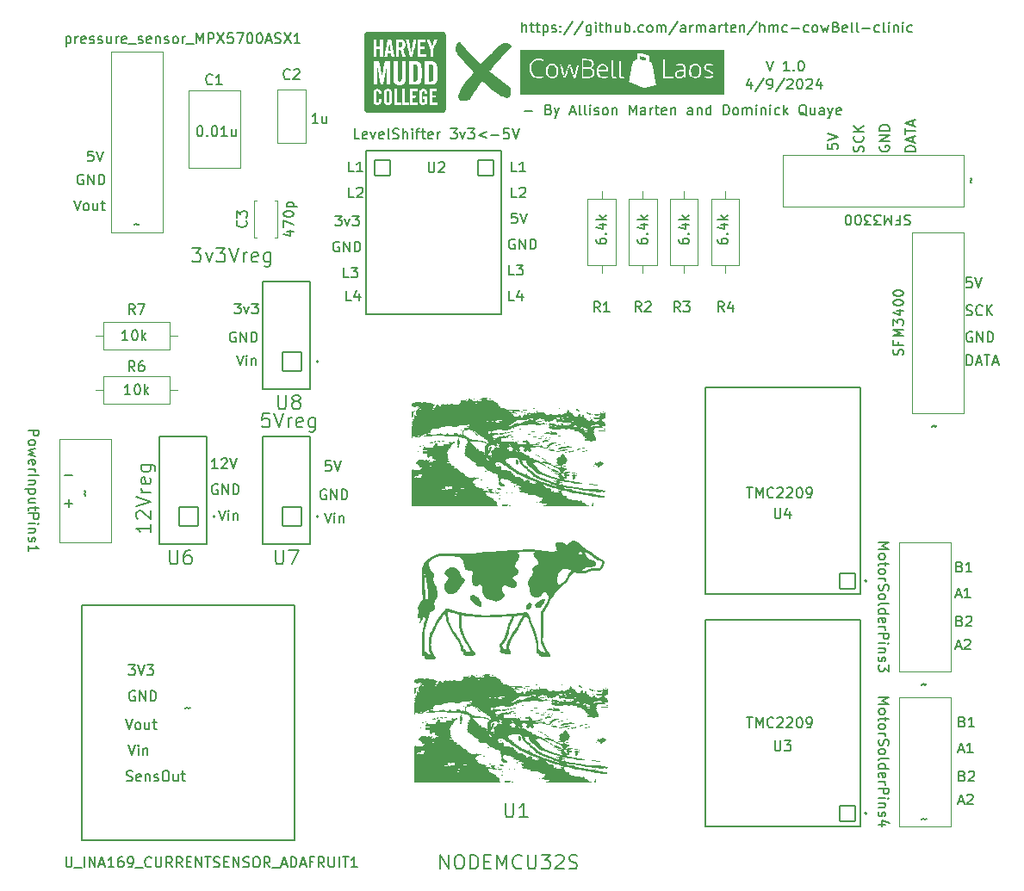
<source format=gto>
G04 #@! TF.GenerationSoftware,KiCad,Pcbnew,7.0.5*
G04 #@! TF.CreationDate,2024-04-09T17:23:45-07:00*
G04 #@! TF.ProjectId,ClinicV12,436c696e-6963-4563-9132-2e6b69636164,rev?*
G04 #@! TF.SameCoordinates,Original*
G04 #@! TF.FileFunction,Legend,Top*
G04 #@! TF.FilePolarity,Positive*
%FSLAX46Y46*%
G04 Gerber Fmt 4.6, Leading zero omitted, Abs format (unit mm)*
G04 Created by KiCad (PCBNEW 7.0.5) date 2024-04-09 17:23:45*
%MOMM*%
%LPD*%
G01*
G04 APERTURE LIST*
G04 Aperture macros list*
%AMRoundRect*
0 Rectangle with rounded corners*
0 $1 Rounding radius*
0 $2 $3 $4 $5 $6 $7 $8 $9 X,Y pos of 4 corners*
0 Add a 4 corners polygon primitive as box body*
4,1,4,$2,$3,$4,$5,$6,$7,$8,$9,$2,$3,0*
0 Add four circle primitives for the rounded corners*
1,1,$1+$1,$2,$3*
1,1,$1+$1,$4,$5*
1,1,$1+$1,$6,$7*
1,1,$1+$1,$8,$9*
0 Add four rect primitives between the rounded corners*
20,1,$1+$1,$2,$3,$4,$5,0*
20,1,$1+$1,$4,$5,$6,$7,0*
20,1,$1+$1,$6,$7,$8,$9,0*
20,1,$1+$1,$8,$9,$2,$3,0*%
G04 Aperture macros list end*
%ADD10C,0.150000*%
%ADD11C,0.300000*%
%ADD12C,0.127000*%
%ADD13C,0.200000*%
%ADD14C,0.120000*%
%ADD15C,0.100000*%
%ADD16RoundRect,0.102000X0.754000X0.754000X-0.754000X0.754000X-0.754000X-0.754000X0.754000X-0.754000X0*%
%ADD17C,1.712000*%
%ADD18RoundRect,0.102000X0.930000X-0.930000X0.930000X0.930000X-0.930000X0.930000X-0.930000X-0.930000X0*%
%ADD19C,2.064000*%
%ADD20C,1.625600*%
%ADD21C,1.701600*%
%ADD22O,1.701600X1.701600*%
%ADD23O,3.048800X1.626400*%
%ADD24C,1.728000*%
%ADD25RoundRect,0.102000X-0.762000X-0.762000X0.762000X-0.762000X0.762000X0.762000X-0.762000X0.762000X0*%
G04 APERTURE END LIST*
D10*
X161626779Y-64639819D02*
X161626779Y-63639819D01*
X162055350Y-64639819D02*
X162055350Y-64116009D01*
X162055350Y-64116009D02*
X162007731Y-64020771D01*
X162007731Y-64020771D02*
X161912493Y-63973152D01*
X161912493Y-63973152D02*
X161769636Y-63973152D01*
X161769636Y-63973152D02*
X161674398Y-64020771D01*
X161674398Y-64020771D02*
X161626779Y-64068390D01*
X162388684Y-63973152D02*
X162769636Y-63973152D01*
X162531541Y-63639819D02*
X162531541Y-64496961D01*
X162531541Y-64496961D02*
X162579160Y-64592200D01*
X162579160Y-64592200D02*
X162674398Y-64639819D01*
X162674398Y-64639819D02*
X162769636Y-64639819D01*
X162960113Y-63973152D02*
X163341065Y-63973152D01*
X163102970Y-63639819D02*
X163102970Y-64496961D01*
X163102970Y-64496961D02*
X163150589Y-64592200D01*
X163150589Y-64592200D02*
X163245827Y-64639819D01*
X163245827Y-64639819D02*
X163341065Y-64639819D01*
X163674399Y-63973152D02*
X163674399Y-64973152D01*
X163674399Y-64020771D02*
X163769637Y-63973152D01*
X163769637Y-63973152D02*
X163960113Y-63973152D01*
X163960113Y-63973152D02*
X164055351Y-64020771D01*
X164055351Y-64020771D02*
X164102970Y-64068390D01*
X164102970Y-64068390D02*
X164150589Y-64163628D01*
X164150589Y-64163628D02*
X164150589Y-64449342D01*
X164150589Y-64449342D02*
X164102970Y-64544580D01*
X164102970Y-64544580D02*
X164055351Y-64592200D01*
X164055351Y-64592200D02*
X163960113Y-64639819D01*
X163960113Y-64639819D02*
X163769637Y-64639819D01*
X163769637Y-64639819D02*
X163674399Y-64592200D01*
X164531542Y-64592200D02*
X164626780Y-64639819D01*
X164626780Y-64639819D02*
X164817256Y-64639819D01*
X164817256Y-64639819D02*
X164912494Y-64592200D01*
X164912494Y-64592200D02*
X164960113Y-64496961D01*
X164960113Y-64496961D02*
X164960113Y-64449342D01*
X164960113Y-64449342D02*
X164912494Y-64354104D01*
X164912494Y-64354104D02*
X164817256Y-64306485D01*
X164817256Y-64306485D02*
X164674399Y-64306485D01*
X164674399Y-64306485D02*
X164579161Y-64258866D01*
X164579161Y-64258866D02*
X164531542Y-64163628D01*
X164531542Y-64163628D02*
X164531542Y-64116009D01*
X164531542Y-64116009D02*
X164579161Y-64020771D01*
X164579161Y-64020771D02*
X164674399Y-63973152D01*
X164674399Y-63973152D02*
X164817256Y-63973152D01*
X164817256Y-63973152D02*
X164912494Y-64020771D01*
X165388685Y-64544580D02*
X165436304Y-64592200D01*
X165436304Y-64592200D02*
X165388685Y-64639819D01*
X165388685Y-64639819D02*
X165341066Y-64592200D01*
X165341066Y-64592200D02*
X165388685Y-64544580D01*
X165388685Y-64544580D02*
X165388685Y-64639819D01*
X165388685Y-64020771D02*
X165436304Y-64068390D01*
X165436304Y-64068390D02*
X165388685Y-64116009D01*
X165388685Y-64116009D02*
X165341066Y-64068390D01*
X165341066Y-64068390D02*
X165388685Y-64020771D01*
X165388685Y-64020771D02*
X165388685Y-64116009D01*
X166579160Y-63592200D02*
X165722018Y-64877914D01*
X167626779Y-63592200D02*
X166769637Y-64877914D01*
X168388684Y-63973152D02*
X168388684Y-64782676D01*
X168388684Y-64782676D02*
X168341065Y-64877914D01*
X168341065Y-64877914D02*
X168293446Y-64925533D01*
X168293446Y-64925533D02*
X168198208Y-64973152D01*
X168198208Y-64973152D02*
X168055351Y-64973152D01*
X168055351Y-64973152D02*
X167960113Y-64925533D01*
X168388684Y-64592200D02*
X168293446Y-64639819D01*
X168293446Y-64639819D02*
X168102970Y-64639819D01*
X168102970Y-64639819D02*
X168007732Y-64592200D01*
X168007732Y-64592200D02*
X167960113Y-64544580D01*
X167960113Y-64544580D02*
X167912494Y-64449342D01*
X167912494Y-64449342D02*
X167912494Y-64163628D01*
X167912494Y-64163628D02*
X167960113Y-64068390D01*
X167960113Y-64068390D02*
X168007732Y-64020771D01*
X168007732Y-64020771D02*
X168102970Y-63973152D01*
X168102970Y-63973152D02*
X168293446Y-63973152D01*
X168293446Y-63973152D02*
X168388684Y-64020771D01*
X168864875Y-64639819D02*
X168864875Y-63973152D01*
X168864875Y-63639819D02*
X168817256Y-63687438D01*
X168817256Y-63687438D02*
X168864875Y-63735057D01*
X168864875Y-63735057D02*
X168912494Y-63687438D01*
X168912494Y-63687438D02*
X168864875Y-63639819D01*
X168864875Y-63639819D02*
X168864875Y-63735057D01*
X169198208Y-63973152D02*
X169579160Y-63973152D01*
X169341065Y-63639819D02*
X169341065Y-64496961D01*
X169341065Y-64496961D02*
X169388684Y-64592200D01*
X169388684Y-64592200D02*
X169483922Y-64639819D01*
X169483922Y-64639819D02*
X169579160Y-64639819D01*
X169912494Y-64639819D02*
X169912494Y-63639819D01*
X170341065Y-64639819D02*
X170341065Y-64116009D01*
X170341065Y-64116009D02*
X170293446Y-64020771D01*
X170293446Y-64020771D02*
X170198208Y-63973152D01*
X170198208Y-63973152D02*
X170055351Y-63973152D01*
X170055351Y-63973152D02*
X169960113Y-64020771D01*
X169960113Y-64020771D02*
X169912494Y-64068390D01*
X171245827Y-63973152D02*
X171245827Y-64639819D01*
X170817256Y-63973152D02*
X170817256Y-64496961D01*
X170817256Y-64496961D02*
X170864875Y-64592200D01*
X170864875Y-64592200D02*
X170960113Y-64639819D01*
X170960113Y-64639819D02*
X171102970Y-64639819D01*
X171102970Y-64639819D02*
X171198208Y-64592200D01*
X171198208Y-64592200D02*
X171245827Y-64544580D01*
X171722018Y-64639819D02*
X171722018Y-63639819D01*
X171722018Y-64020771D02*
X171817256Y-63973152D01*
X171817256Y-63973152D02*
X172007732Y-63973152D01*
X172007732Y-63973152D02*
X172102970Y-64020771D01*
X172102970Y-64020771D02*
X172150589Y-64068390D01*
X172150589Y-64068390D02*
X172198208Y-64163628D01*
X172198208Y-64163628D02*
X172198208Y-64449342D01*
X172198208Y-64449342D02*
X172150589Y-64544580D01*
X172150589Y-64544580D02*
X172102970Y-64592200D01*
X172102970Y-64592200D02*
X172007732Y-64639819D01*
X172007732Y-64639819D02*
X171817256Y-64639819D01*
X171817256Y-64639819D02*
X171722018Y-64592200D01*
X172626780Y-64544580D02*
X172674399Y-64592200D01*
X172674399Y-64592200D02*
X172626780Y-64639819D01*
X172626780Y-64639819D02*
X172579161Y-64592200D01*
X172579161Y-64592200D02*
X172626780Y-64544580D01*
X172626780Y-64544580D02*
X172626780Y-64639819D01*
X173531541Y-64592200D02*
X173436303Y-64639819D01*
X173436303Y-64639819D02*
X173245827Y-64639819D01*
X173245827Y-64639819D02*
X173150589Y-64592200D01*
X173150589Y-64592200D02*
X173102970Y-64544580D01*
X173102970Y-64544580D02*
X173055351Y-64449342D01*
X173055351Y-64449342D02*
X173055351Y-64163628D01*
X173055351Y-64163628D02*
X173102970Y-64068390D01*
X173102970Y-64068390D02*
X173150589Y-64020771D01*
X173150589Y-64020771D02*
X173245827Y-63973152D01*
X173245827Y-63973152D02*
X173436303Y-63973152D01*
X173436303Y-63973152D02*
X173531541Y-64020771D01*
X174102970Y-64639819D02*
X174007732Y-64592200D01*
X174007732Y-64592200D02*
X173960113Y-64544580D01*
X173960113Y-64544580D02*
X173912494Y-64449342D01*
X173912494Y-64449342D02*
X173912494Y-64163628D01*
X173912494Y-64163628D02*
X173960113Y-64068390D01*
X173960113Y-64068390D02*
X174007732Y-64020771D01*
X174007732Y-64020771D02*
X174102970Y-63973152D01*
X174102970Y-63973152D02*
X174245827Y-63973152D01*
X174245827Y-63973152D02*
X174341065Y-64020771D01*
X174341065Y-64020771D02*
X174388684Y-64068390D01*
X174388684Y-64068390D02*
X174436303Y-64163628D01*
X174436303Y-64163628D02*
X174436303Y-64449342D01*
X174436303Y-64449342D02*
X174388684Y-64544580D01*
X174388684Y-64544580D02*
X174341065Y-64592200D01*
X174341065Y-64592200D02*
X174245827Y-64639819D01*
X174245827Y-64639819D02*
X174102970Y-64639819D01*
X174864875Y-64639819D02*
X174864875Y-63973152D01*
X174864875Y-64068390D02*
X174912494Y-64020771D01*
X174912494Y-64020771D02*
X175007732Y-63973152D01*
X175007732Y-63973152D02*
X175150589Y-63973152D01*
X175150589Y-63973152D02*
X175245827Y-64020771D01*
X175245827Y-64020771D02*
X175293446Y-64116009D01*
X175293446Y-64116009D02*
X175293446Y-64639819D01*
X175293446Y-64116009D02*
X175341065Y-64020771D01*
X175341065Y-64020771D02*
X175436303Y-63973152D01*
X175436303Y-63973152D02*
X175579160Y-63973152D01*
X175579160Y-63973152D02*
X175674399Y-64020771D01*
X175674399Y-64020771D02*
X175722018Y-64116009D01*
X175722018Y-64116009D02*
X175722018Y-64639819D01*
X176912493Y-63592200D02*
X176055351Y-64877914D01*
X177674398Y-64639819D02*
X177674398Y-64116009D01*
X177674398Y-64116009D02*
X177626779Y-64020771D01*
X177626779Y-64020771D02*
X177531541Y-63973152D01*
X177531541Y-63973152D02*
X177341065Y-63973152D01*
X177341065Y-63973152D02*
X177245827Y-64020771D01*
X177674398Y-64592200D02*
X177579160Y-64639819D01*
X177579160Y-64639819D02*
X177341065Y-64639819D01*
X177341065Y-64639819D02*
X177245827Y-64592200D01*
X177245827Y-64592200D02*
X177198208Y-64496961D01*
X177198208Y-64496961D02*
X177198208Y-64401723D01*
X177198208Y-64401723D02*
X177245827Y-64306485D01*
X177245827Y-64306485D02*
X177341065Y-64258866D01*
X177341065Y-64258866D02*
X177579160Y-64258866D01*
X177579160Y-64258866D02*
X177674398Y-64211247D01*
X178150589Y-64639819D02*
X178150589Y-63973152D01*
X178150589Y-64163628D02*
X178198208Y-64068390D01*
X178198208Y-64068390D02*
X178245827Y-64020771D01*
X178245827Y-64020771D02*
X178341065Y-63973152D01*
X178341065Y-63973152D02*
X178436303Y-63973152D01*
X178769637Y-64639819D02*
X178769637Y-63973152D01*
X178769637Y-64068390D02*
X178817256Y-64020771D01*
X178817256Y-64020771D02*
X178912494Y-63973152D01*
X178912494Y-63973152D02*
X179055351Y-63973152D01*
X179055351Y-63973152D02*
X179150589Y-64020771D01*
X179150589Y-64020771D02*
X179198208Y-64116009D01*
X179198208Y-64116009D02*
X179198208Y-64639819D01*
X179198208Y-64116009D02*
X179245827Y-64020771D01*
X179245827Y-64020771D02*
X179341065Y-63973152D01*
X179341065Y-63973152D02*
X179483922Y-63973152D01*
X179483922Y-63973152D02*
X179579161Y-64020771D01*
X179579161Y-64020771D02*
X179626780Y-64116009D01*
X179626780Y-64116009D02*
X179626780Y-64639819D01*
X180531541Y-64639819D02*
X180531541Y-64116009D01*
X180531541Y-64116009D02*
X180483922Y-64020771D01*
X180483922Y-64020771D02*
X180388684Y-63973152D01*
X180388684Y-63973152D02*
X180198208Y-63973152D01*
X180198208Y-63973152D02*
X180102970Y-64020771D01*
X180531541Y-64592200D02*
X180436303Y-64639819D01*
X180436303Y-64639819D02*
X180198208Y-64639819D01*
X180198208Y-64639819D02*
X180102970Y-64592200D01*
X180102970Y-64592200D02*
X180055351Y-64496961D01*
X180055351Y-64496961D02*
X180055351Y-64401723D01*
X180055351Y-64401723D02*
X180102970Y-64306485D01*
X180102970Y-64306485D02*
X180198208Y-64258866D01*
X180198208Y-64258866D02*
X180436303Y-64258866D01*
X180436303Y-64258866D02*
X180531541Y-64211247D01*
X181007732Y-64639819D02*
X181007732Y-63973152D01*
X181007732Y-64163628D02*
X181055351Y-64068390D01*
X181055351Y-64068390D02*
X181102970Y-64020771D01*
X181102970Y-64020771D02*
X181198208Y-63973152D01*
X181198208Y-63973152D02*
X181293446Y-63973152D01*
X181483923Y-63973152D02*
X181864875Y-63973152D01*
X181626780Y-63639819D02*
X181626780Y-64496961D01*
X181626780Y-64496961D02*
X181674399Y-64592200D01*
X181674399Y-64592200D02*
X181769637Y-64639819D01*
X181769637Y-64639819D02*
X181864875Y-64639819D01*
X182579161Y-64592200D02*
X182483923Y-64639819D01*
X182483923Y-64639819D02*
X182293447Y-64639819D01*
X182293447Y-64639819D02*
X182198209Y-64592200D01*
X182198209Y-64592200D02*
X182150590Y-64496961D01*
X182150590Y-64496961D02*
X182150590Y-64116009D01*
X182150590Y-64116009D02*
X182198209Y-64020771D01*
X182198209Y-64020771D02*
X182293447Y-63973152D01*
X182293447Y-63973152D02*
X182483923Y-63973152D01*
X182483923Y-63973152D02*
X182579161Y-64020771D01*
X182579161Y-64020771D02*
X182626780Y-64116009D01*
X182626780Y-64116009D02*
X182626780Y-64211247D01*
X182626780Y-64211247D02*
X182150590Y-64306485D01*
X183055352Y-63973152D02*
X183055352Y-64639819D01*
X183055352Y-64068390D02*
X183102971Y-64020771D01*
X183102971Y-64020771D02*
X183198209Y-63973152D01*
X183198209Y-63973152D02*
X183341066Y-63973152D01*
X183341066Y-63973152D02*
X183436304Y-64020771D01*
X183436304Y-64020771D02*
X183483923Y-64116009D01*
X183483923Y-64116009D02*
X183483923Y-64639819D01*
X184674399Y-63592200D02*
X183817257Y-64877914D01*
X185007733Y-64639819D02*
X185007733Y-63639819D01*
X185436304Y-64639819D02*
X185436304Y-64116009D01*
X185436304Y-64116009D02*
X185388685Y-64020771D01*
X185388685Y-64020771D02*
X185293447Y-63973152D01*
X185293447Y-63973152D02*
X185150590Y-63973152D01*
X185150590Y-63973152D02*
X185055352Y-64020771D01*
X185055352Y-64020771D02*
X185007733Y-64068390D01*
X185912495Y-64639819D02*
X185912495Y-63973152D01*
X185912495Y-64068390D02*
X185960114Y-64020771D01*
X185960114Y-64020771D02*
X186055352Y-63973152D01*
X186055352Y-63973152D02*
X186198209Y-63973152D01*
X186198209Y-63973152D02*
X186293447Y-64020771D01*
X186293447Y-64020771D02*
X186341066Y-64116009D01*
X186341066Y-64116009D02*
X186341066Y-64639819D01*
X186341066Y-64116009D02*
X186388685Y-64020771D01*
X186388685Y-64020771D02*
X186483923Y-63973152D01*
X186483923Y-63973152D02*
X186626780Y-63973152D01*
X186626780Y-63973152D02*
X186722019Y-64020771D01*
X186722019Y-64020771D02*
X186769638Y-64116009D01*
X186769638Y-64116009D02*
X186769638Y-64639819D01*
X187674399Y-64592200D02*
X187579161Y-64639819D01*
X187579161Y-64639819D02*
X187388685Y-64639819D01*
X187388685Y-64639819D02*
X187293447Y-64592200D01*
X187293447Y-64592200D02*
X187245828Y-64544580D01*
X187245828Y-64544580D02*
X187198209Y-64449342D01*
X187198209Y-64449342D02*
X187198209Y-64163628D01*
X187198209Y-64163628D02*
X187245828Y-64068390D01*
X187245828Y-64068390D02*
X187293447Y-64020771D01*
X187293447Y-64020771D02*
X187388685Y-63973152D01*
X187388685Y-63973152D02*
X187579161Y-63973152D01*
X187579161Y-63973152D02*
X187674399Y-64020771D01*
X188102971Y-64258866D02*
X188864876Y-64258866D01*
X189769637Y-64592200D02*
X189674399Y-64639819D01*
X189674399Y-64639819D02*
X189483923Y-64639819D01*
X189483923Y-64639819D02*
X189388685Y-64592200D01*
X189388685Y-64592200D02*
X189341066Y-64544580D01*
X189341066Y-64544580D02*
X189293447Y-64449342D01*
X189293447Y-64449342D02*
X189293447Y-64163628D01*
X189293447Y-64163628D02*
X189341066Y-64068390D01*
X189341066Y-64068390D02*
X189388685Y-64020771D01*
X189388685Y-64020771D02*
X189483923Y-63973152D01*
X189483923Y-63973152D02*
X189674399Y-63973152D01*
X189674399Y-63973152D02*
X189769637Y-64020771D01*
X190341066Y-64639819D02*
X190245828Y-64592200D01*
X190245828Y-64592200D02*
X190198209Y-64544580D01*
X190198209Y-64544580D02*
X190150590Y-64449342D01*
X190150590Y-64449342D02*
X190150590Y-64163628D01*
X190150590Y-64163628D02*
X190198209Y-64068390D01*
X190198209Y-64068390D02*
X190245828Y-64020771D01*
X190245828Y-64020771D02*
X190341066Y-63973152D01*
X190341066Y-63973152D02*
X190483923Y-63973152D01*
X190483923Y-63973152D02*
X190579161Y-64020771D01*
X190579161Y-64020771D02*
X190626780Y-64068390D01*
X190626780Y-64068390D02*
X190674399Y-64163628D01*
X190674399Y-64163628D02*
X190674399Y-64449342D01*
X190674399Y-64449342D02*
X190626780Y-64544580D01*
X190626780Y-64544580D02*
X190579161Y-64592200D01*
X190579161Y-64592200D02*
X190483923Y-64639819D01*
X190483923Y-64639819D02*
X190341066Y-64639819D01*
X191007733Y-63973152D02*
X191198209Y-64639819D01*
X191198209Y-64639819D02*
X191388685Y-64163628D01*
X191388685Y-64163628D02*
X191579161Y-64639819D01*
X191579161Y-64639819D02*
X191769637Y-63973152D01*
X192483923Y-64116009D02*
X192626780Y-64163628D01*
X192626780Y-64163628D02*
X192674399Y-64211247D01*
X192674399Y-64211247D02*
X192722018Y-64306485D01*
X192722018Y-64306485D02*
X192722018Y-64449342D01*
X192722018Y-64449342D02*
X192674399Y-64544580D01*
X192674399Y-64544580D02*
X192626780Y-64592200D01*
X192626780Y-64592200D02*
X192531542Y-64639819D01*
X192531542Y-64639819D02*
X192150590Y-64639819D01*
X192150590Y-64639819D02*
X192150590Y-63639819D01*
X192150590Y-63639819D02*
X192483923Y-63639819D01*
X192483923Y-63639819D02*
X192579161Y-63687438D01*
X192579161Y-63687438D02*
X192626780Y-63735057D01*
X192626780Y-63735057D02*
X192674399Y-63830295D01*
X192674399Y-63830295D02*
X192674399Y-63925533D01*
X192674399Y-63925533D02*
X192626780Y-64020771D01*
X192626780Y-64020771D02*
X192579161Y-64068390D01*
X192579161Y-64068390D02*
X192483923Y-64116009D01*
X192483923Y-64116009D02*
X192150590Y-64116009D01*
X193531542Y-64592200D02*
X193436304Y-64639819D01*
X193436304Y-64639819D02*
X193245828Y-64639819D01*
X193245828Y-64639819D02*
X193150590Y-64592200D01*
X193150590Y-64592200D02*
X193102971Y-64496961D01*
X193102971Y-64496961D02*
X193102971Y-64116009D01*
X193102971Y-64116009D02*
X193150590Y-64020771D01*
X193150590Y-64020771D02*
X193245828Y-63973152D01*
X193245828Y-63973152D02*
X193436304Y-63973152D01*
X193436304Y-63973152D02*
X193531542Y-64020771D01*
X193531542Y-64020771D02*
X193579161Y-64116009D01*
X193579161Y-64116009D02*
X193579161Y-64211247D01*
X193579161Y-64211247D02*
X193102971Y-64306485D01*
X194150590Y-64639819D02*
X194055352Y-64592200D01*
X194055352Y-64592200D02*
X194007733Y-64496961D01*
X194007733Y-64496961D02*
X194007733Y-63639819D01*
X194674400Y-64639819D02*
X194579162Y-64592200D01*
X194579162Y-64592200D02*
X194531543Y-64496961D01*
X194531543Y-64496961D02*
X194531543Y-63639819D01*
X195055353Y-64258866D02*
X195817258Y-64258866D01*
X196722019Y-64592200D02*
X196626781Y-64639819D01*
X196626781Y-64639819D02*
X196436305Y-64639819D01*
X196436305Y-64639819D02*
X196341067Y-64592200D01*
X196341067Y-64592200D02*
X196293448Y-64544580D01*
X196293448Y-64544580D02*
X196245829Y-64449342D01*
X196245829Y-64449342D02*
X196245829Y-64163628D01*
X196245829Y-64163628D02*
X196293448Y-64068390D01*
X196293448Y-64068390D02*
X196341067Y-64020771D01*
X196341067Y-64020771D02*
X196436305Y-63973152D01*
X196436305Y-63973152D02*
X196626781Y-63973152D01*
X196626781Y-63973152D02*
X196722019Y-64020771D01*
X197293448Y-64639819D02*
X197198210Y-64592200D01*
X197198210Y-64592200D02*
X197150591Y-64496961D01*
X197150591Y-64496961D02*
X197150591Y-63639819D01*
X197674401Y-64639819D02*
X197674401Y-63973152D01*
X197674401Y-63639819D02*
X197626782Y-63687438D01*
X197626782Y-63687438D02*
X197674401Y-63735057D01*
X197674401Y-63735057D02*
X197722020Y-63687438D01*
X197722020Y-63687438D02*
X197674401Y-63639819D01*
X197674401Y-63639819D02*
X197674401Y-63735057D01*
X198150591Y-63973152D02*
X198150591Y-64639819D01*
X198150591Y-64068390D02*
X198198210Y-64020771D01*
X198198210Y-64020771D02*
X198293448Y-63973152D01*
X198293448Y-63973152D02*
X198436305Y-63973152D01*
X198436305Y-63973152D02*
X198531543Y-64020771D01*
X198531543Y-64020771D02*
X198579162Y-64116009D01*
X198579162Y-64116009D02*
X198579162Y-64639819D01*
X199055353Y-64639819D02*
X199055353Y-63973152D01*
X199055353Y-63639819D02*
X199007734Y-63687438D01*
X199007734Y-63687438D02*
X199055353Y-63735057D01*
X199055353Y-63735057D02*
X199102972Y-63687438D01*
X199102972Y-63687438D02*
X199055353Y-63639819D01*
X199055353Y-63639819D02*
X199055353Y-63735057D01*
X199960114Y-64592200D02*
X199864876Y-64639819D01*
X199864876Y-64639819D02*
X199674400Y-64639819D01*
X199674400Y-64639819D02*
X199579162Y-64592200D01*
X199579162Y-64592200D02*
X199531543Y-64544580D01*
X199531543Y-64544580D02*
X199483924Y-64449342D01*
X199483924Y-64449342D02*
X199483924Y-64163628D01*
X199483924Y-64163628D02*
X199531543Y-64068390D01*
X199531543Y-64068390D02*
X199579162Y-64020771D01*
X199579162Y-64020771D02*
X199674400Y-63973152D01*
X199674400Y-63973152D02*
X199864876Y-63973152D01*
X199864876Y-63973152D02*
X199960114Y-64020771D01*
X161086969Y-82435819D02*
X160610779Y-82435819D01*
X160610779Y-82435819D02*
X160563160Y-82912009D01*
X160563160Y-82912009D02*
X160610779Y-82864390D01*
X160610779Y-82864390D02*
X160706017Y-82816771D01*
X160706017Y-82816771D02*
X160944112Y-82816771D01*
X160944112Y-82816771D02*
X161039350Y-82864390D01*
X161039350Y-82864390D02*
X161086969Y-82912009D01*
X161086969Y-82912009D02*
X161134588Y-83007247D01*
X161134588Y-83007247D02*
X161134588Y-83245342D01*
X161134588Y-83245342D02*
X161086969Y-83340580D01*
X161086969Y-83340580D02*
X161039350Y-83388200D01*
X161039350Y-83388200D02*
X160944112Y-83435819D01*
X160944112Y-83435819D02*
X160706017Y-83435819D01*
X160706017Y-83435819D02*
X160610779Y-83388200D01*
X160610779Y-83388200D02*
X160563160Y-83340580D01*
X161420303Y-82435819D02*
X161753636Y-83435819D01*
X161753636Y-83435819D02*
X162086969Y-82435819D01*
X204632112Y-117202009D02*
X204774969Y-117249628D01*
X204774969Y-117249628D02*
X204822588Y-117297247D01*
X204822588Y-117297247D02*
X204870207Y-117392485D01*
X204870207Y-117392485D02*
X204870207Y-117535342D01*
X204870207Y-117535342D02*
X204822588Y-117630580D01*
X204822588Y-117630580D02*
X204774969Y-117678200D01*
X204774969Y-117678200D02*
X204679731Y-117725819D01*
X204679731Y-117725819D02*
X204298779Y-117725819D01*
X204298779Y-117725819D02*
X204298779Y-116725819D01*
X204298779Y-116725819D02*
X204632112Y-116725819D01*
X204632112Y-116725819D02*
X204727350Y-116773438D01*
X204727350Y-116773438D02*
X204774969Y-116821057D01*
X204774969Y-116821057D02*
X204822588Y-116916295D01*
X204822588Y-116916295D02*
X204822588Y-117011533D01*
X204822588Y-117011533D02*
X204774969Y-117106771D01*
X204774969Y-117106771D02*
X204727350Y-117154390D01*
X204727350Y-117154390D02*
X204632112Y-117202009D01*
X204632112Y-117202009D02*
X204298779Y-117202009D01*
X205822588Y-117725819D02*
X205251160Y-117725819D01*
X205536874Y-117725819D02*
X205536874Y-116725819D01*
X205536874Y-116725819D02*
X205441636Y-116868676D01*
X205441636Y-116868676D02*
X205346398Y-116963914D01*
X205346398Y-116963914D02*
X205251160Y-117011533D01*
X145084969Y-78355819D02*
X144608779Y-78355819D01*
X144608779Y-78355819D02*
X144608779Y-77355819D01*
X145942112Y-78355819D02*
X145370684Y-78355819D01*
X145656398Y-78355819D02*
X145656398Y-77355819D01*
X145656398Y-77355819D02*
X145561160Y-77498676D01*
X145561160Y-77498676D02*
X145465922Y-77593914D01*
X145465922Y-77593914D02*
X145370684Y-77641533D01*
X143243541Y-82689819D02*
X143862588Y-82689819D01*
X143862588Y-82689819D02*
X143529255Y-83070771D01*
X143529255Y-83070771D02*
X143672112Y-83070771D01*
X143672112Y-83070771D02*
X143767350Y-83118390D01*
X143767350Y-83118390D02*
X143814969Y-83166009D01*
X143814969Y-83166009D02*
X143862588Y-83261247D01*
X143862588Y-83261247D02*
X143862588Y-83499342D01*
X143862588Y-83499342D02*
X143814969Y-83594580D01*
X143814969Y-83594580D02*
X143767350Y-83642200D01*
X143767350Y-83642200D02*
X143672112Y-83689819D01*
X143672112Y-83689819D02*
X143386398Y-83689819D01*
X143386398Y-83689819D02*
X143291160Y-83642200D01*
X143291160Y-83642200D02*
X143243541Y-83594580D01*
X144195922Y-83023152D02*
X144434017Y-83689819D01*
X144434017Y-83689819D02*
X144672112Y-83023152D01*
X144957827Y-82689819D02*
X145576874Y-82689819D01*
X145576874Y-82689819D02*
X145243541Y-83070771D01*
X145243541Y-83070771D02*
X145386398Y-83070771D01*
X145386398Y-83070771D02*
X145481636Y-83118390D01*
X145481636Y-83118390D02*
X145529255Y-83166009D01*
X145529255Y-83166009D02*
X145576874Y-83261247D01*
X145576874Y-83261247D02*
X145576874Y-83499342D01*
X145576874Y-83499342D02*
X145529255Y-83594580D01*
X145529255Y-83594580D02*
X145481636Y-83642200D01*
X145481636Y-83642200D02*
X145386398Y-83689819D01*
X145386398Y-83689819D02*
X145100684Y-83689819D01*
X145100684Y-83689819D02*
X145005446Y-83642200D01*
X145005446Y-83642200D02*
X144957827Y-83594580D01*
X145084969Y-80895819D02*
X144608779Y-80895819D01*
X144608779Y-80895819D02*
X144608779Y-79895819D01*
X145370684Y-79991057D02*
X145418303Y-79943438D01*
X145418303Y-79943438D02*
X145513541Y-79895819D01*
X145513541Y-79895819D02*
X145751636Y-79895819D01*
X145751636Y-79895819D02*
X145846874Y-79943438D01*
X145846874Y-79943438D02*
X145894493Y-79991057D01*
X145894493Y-79991057D02*
X145942112Y-80086295D01*
X145942112Y-80086295D02*
X145942112Y-80181533D01*
X145942112Y-80181533D02*
X145894493Y-80324390D01*
X145894493Y-80324390D02*
X145323065Y-80895819D01*
X145323065Y-80895819D02*
X145942112Y-80895819D01*
X144576969Y-88769819D02*
X144100779Y-88769819D01*
X144100779Y-88769819D02*
X144100779Y-87769819D01*
X144815065Y-87769819D02*
X145434112Y-87769819D01*
X145434112Y-87769819D02*
X145100779Y-88150771D01*
X145100779Y-88150771D02*
X145243636Y-88150771D01*
X145243636Y-88150771D02*
X145338874Y-88198390D01*
X145338874Y-88198390D02*
X145386493Y-88246009D01*
X145386493Y-88246009D02*
X145434112Y-88341247D01*
X145434112Y-88341247D02*
X145434112Y-88579342D01*
X145434112Y-88579342D02*
X145386493Y-88674580D01*
X145386493Y-88674580D02*
X145338874Y-88722200D01*
X145338874Y-88722200D02*
X145243636Y-88769819D01*
X145243636Y-88769819D02*
X144957922Y-88769819D01*
X144957922Y-88769819D02*
X144862684Y-88722200D01*
X144862684Y-88722200D02*
X144815065Y-88674580D01*
X143608588Y-85277438D02*
X143513350Y-85229819D01*
X143513350Y-85229819D02*
X143370493Y-85229819D01*
X143370493Y-85229819D02*
X143227636Y-85277438D01*
X143227636Y-85277438D02*
X143132398Y-85372676D01*
X143132398Y-85372676D02*
X143084779Y-85467914D01*
X143084779Y-85467914D02*
X143037160Y-85658390D01*
X143037160Y-85658390D02*
X143037160Y-85801247D01*
X143037160Y-85801247D02*
X143084779Y-85991723D01*
X143084779Y-85991723D02*
X143132398Y-86086961D01*
X143132398Y-86086961D02*
X143227636Y-86182200D01*
X143227636Y-86182200D02*
X143370493Y-86229819D01*
X143370493Y-86229819D02*
X143465731Y-86229819D01*
X143465731Y-86229819D02*
X143608588Y-86182200D01*
X143608588Y-86182200D02*
X143656207Y-86134580D01*
X143656207Y-86134580D02*
X143656207Y-85801247D01*
X143656207Y-85801247D02*
X143465731Y-85801247D01*
X144084779Y-86229819D02*
X144084779Y-85229819D01*
X144084779Y-85229819D02*
X144656207Y-86229819D01*
X144656207Y-86229819D02*
X144656207Y-85229819D01*
X145132398Y-86229819D02*
X145132398Y-85229819D01*
X145132398Y-85229819D02*
X145370493Y-85229819D01*
X145370493Y-85229819D02*
X145513350Y-85277438D01*
X145513350Y-85277438D02*
X145608588Y-85372676D01*
X145608588Y-85372676D02*
X145656207Y-85467914D01*
X145656207Y-85467914D02*
X145703826Y-85658390D01*
X145703826Y-85658390D02*
X145703826Y-85801247D01*
X145703826Y-85801247D02*
X145656207Y-85991723D01*
X145656207Y-85991723D02*
X145608588Y-86086961D01*
X145608588Y-86086961D02*
X145513350Y-86182200D01*
X145513350Y-86182200D02*
X145370493Y-86229819D01*
X145370493Y-86229819D02*
X145132398Y-86229819D01*
X196797438Y-75833411D02*
X196749819Y-75928649D01*
X196749819Y-75928649D02*
X196749819Y-76071506D01*
X196749819Y-76071506D02*
X196797438Y-76214363D01*
X196797438Y-76214363D02*
X196892676Y-76309601D01*
X196892676Y-76309601D02*
X196987914Y-76357220D01*
X196987914Y-76357220D02*
X197178390Y-76404839D01*
X197178390Y-76404839D02*
X197321247Y-76404839D01*
X197321247Y-76404839D02*
X197511723Y-76357220D01*
X197511723Y-76357220D02*
X197606961Y-76309601D01*
X197606961Y-76309601D02*
X197702200Y-76214363D01*
X197702200Y-76214363D02*
X197749819Y-76071506D01*
X197749819Y-76071506D02*
X197749819Y-75976268D01*
X197749819Y-75976268D02*
X197702200Y-75833411D01*
X197702200Y-75833411D02*
X197654580Y-75785792D01*
X197654580Y-75785792D02*
X197321247Y-75785792D01*
X197321247Y-75785792D02*
X197321247Y-75976268D01*
X197749819Y-75357220D02*
X196749819Y-75357220D01*
X196749819Y-75357220D02*
X197749819Y-74785792D01*
X197749819Y-74785792D02*
X196749819Y-74785792D01*
X197749819Y-74309601D02*
X196749819Y-74309601D01*
X196749819Y-74309601D02*
X196749819Y-74071506D01*
X196749819Y-74071506D02*
X196797438Y-73928649D01*
X196797438Y-73928649D02*
X196892676Y-73833411D01*
X196892676Y-73833411D02*
X196987914Y-73785792D01*
X196987914Y-73785792D02*
X197178390Y-73738173D01*
X197178390Y-73738173D02*
X197321247Y-73738173D01*
X197321247Y-73738173D02*
X197511723Y-73785792D01*
X197511723Y-73785792D02*
X197606961Y-73833411D01*
X197606961Y-73833411D02*
X197702200Y-73928649D01*
X197702200Y-73928649D02*
X197749819Y-74071506D01*
X197749819Y-74071506D02*
X197749819Y-74309601D01*
X205286160Y-92441200D02*
X205429017Y-92488819D01*
X205429017Y-92488819D02*
X205667112Y-92488819D01*
X205667112Y-92488819D02*
X205762350Y-92441200D01*
X205762350Y-92441200D02*
X205809969Y-92393580D01*
X205809969Y-92393580D02*
X205857588Y-92298342D01*
X205857588Y-92298342D02*
X205857588Y-92203104D01*
X205857588Y-92203104D02*
X205809969Y-92107866D01*
X205809969Y-92107866D02*
X205762350Y-92060247D01*
X205762350Y-92060247D02*
X205667112Y-92012628D01*
X205667112Y-92012628D02*
X205476636Y-91965009D01*
X205476636Y-91965009D02*
X205381398Y-91917390D01*
X205381398Y-91917390D02*
X205333779Y-91869771D01*
X205333779Y-91869771D02*
X205286160Y-91774533D01*
X205286160Y-91774533D02*
X205286160Y-91679295D01*
X205286160Y-91679295D02*
X205333779Y-91584057D01*
X205333779Y-91584057D02*
X205381398Y-91536438D01*
X205381398Y-91536438D02*
X205476636Y-91488819D01*
X205476636Y-91488819D02*
X205714731Y-91488819D01*
X205714731Y-91488819D02*
X205857588Y-91536438D01*
X206857588Y-92393580D02*
X206809969Y-92441200D01*
X206809969Y-92441200D02*
X206667112Y-92488819D01*
X206667112Y-92488819D02*
X206571874Y-92488819D01*
X206571874Y-92488819D02*
X206429017Y-92441200D01*
X206429017Y-92441200D02*
X206333779Y-92345961D01*
X206333779Y-92345961D02*
X206286160Y-92250723D01*
X206286160Y-92250723D02*
X206238541Y-92060247D01*
X206238541Y-92060247D02*
X206238541Y-91917390D01*
X206238541Y-91917390D02*
X206286160Y-91726914D01*
X206286160Y-91726914D02*
X206333779Y-91631676D01*
X206333779Y-91631676D02*
X206429017Y-91536438D01*
X206429017Y-91536438D02*
X206571874Y-91488819D01*
X206571874Y-91488819D02*
X206667112Y-91488819D01*
X206667112Y-91488819D02*
X206809969Y-91536438D01*
X206809969Y-91536438D02*
X206857588Y-91584057D01*
X207286160Y-92488819D02*
X207286160Y-91488819D01*
X207857588Y-92488819D02*
X207429017Y-91917390D01*
X207857588Y-91488819D02*
X207286160Y-92060247D01*
X191669819Y-75641030D02*
X191669819Y-76117220D01*
X191669819Y-76117220D02*
X192146009Y-76164839D01*
X192146009Y-76164839D02*
X192098390Y-76117220D01*
X192098390Y-76117220D02*
X192050771Y-76021982D01*
X192050771Y-76021982D02*
X192050771Y-75783887D01*
X192050771Y-75783887D02*
X192098390Y-75688649D01*
X192098390Y-75688649D02*
X192146009Y-75641030D01*
X192146009Y-75641030D02*
X192241247Y-75593411D01*
X192241247Y-75593411D02*
X192479342Y-75593411D01*
X192479342Y-75593411D02*
X192574580Y-75641030D01*
X192574580Y-75641030D02*
X192622200Y-75688649D01*
X192622200Y-75688649D02*
X192669819Y-75783887D01*
X192669819Y-75783887D02*
X192669819Y-76021982D01*
X192669819Y-76021982D02*
X192622200Y-76117220D01*
X192622200Y-76117220D02*
X192574580Y-76164839D01*
X191669819Y-75307696D02*
X192669819Y-74974363D01*
X192669819Y-74974363D02*
X191669819Y-74641030D01*
X204251160Y-125060104D02*
X204727350Y-125060104D01*
X204155922Y-125345819D02*
X204489255Y-124345819D01*
X204489255Y-124345819D02*
X204822588Y-125345819D01*
X205108303Y-124441057D02*
X205155922Y-124393438D01*
X205155922Y-124393438D02*
X205251160Y-124345819D01*
X205251160Y-124345819D02*
X205489255Y-124345819D01*
X205489255Y-124345819D02*
X205584493Y-124393438D01*
X205584493Y-124393438D02*
X205632112Y-124441057D01*
X205632112Y-124441057D02*
X205679731Y-124536295D01*
X205679731Y-124536295D02*
X205679731Y-124631533D01*
X205679731Y-124631533D02*
X205632112Y-124774390D01*
X205632112Y-124774390D02*
X205060684Y-125345819D01*
X205060684Y-125345819D02*
X205679731Y-125345819D01*
X117541922Y-81165819D02*
X117875255Y-82165819D01*
X117875255Y-82165819D02*
X118208588Y-81165819D01*
X118684779Y-82165819D02*
X118589541Y-82118200D01*
X118589541Y-82118200D02*
X118541922Y-82070580D01*
X118541922Y-82070580D02*
X118494303Y-81975342D01*
X118494303Y-81975342D02*
X118494303Y-81689628D01*
X118494303Y-81689628D02*
X118541922Y-81594390D01*
X118541922Y-81594390D02*
X118589541Y-81546771D01*
X118589541Y-81546771D02*
X118684779Y-81499152D01*
X118684779Y-81499152D02*
X118827636Y-81499152D01*
X118827636Y-81499152D02*
X118922874Y-81546771D01*
X118922874Y-81546771D02*
X118970493Y-81594390D01*
X118970493Y-81594390D02*
X119018112Y-81689628D01*
X119018112Y-81689628D02*
X119018112Y-81975342D01*
X119018112Y-81975342D02*
X118970493Y-82070580D01*
X118970493Y-82070580D02*
X118922874Y-82118200D01*
X118922874Y-82118200D02*
X118827636Y-82165819D01*
X118827636Y-82165819D02*
X118684779Y-82165819D01*
X119875255Y-81499152D02*
X119875255Y-82165819D01*
X119446684Y-81499152D02*
X119446684Y-82022961D01*
X119446684Y-82022961D02*
X119494303Y-82118200D01*
X119494303Y-82118200D02*
X119589541Y-82165819D01*
X119589541Y-82165819D02*
X119732398Y-82165819D01*
X119732398Y-82165819D02*
X119827636Y-82118200D01*
X119827636Y-82118200D02*
X119875255Y-82070580D01*
X120208589Y-81499152D02*
X120589541Y-81499152D01*
X120351446Y-81165819D02*
X120351446Y-82022961D01*
X120351446Y-82022961D02*
X120399065Y-82118200D01*
X120399065Y-82118200D02*
X120494303Y-82165819D01*
X120494303Y-82165819D02*
X120589541Y-82165819D01*
X118462588Y-78673438D02*
X118367350Y-78625819D01*
X118367350Y-78625819D02*
X118224493Y-78625819D01*
X118224493Y-78625819D02*
X118081636Y-78673438D01*
X118081636Y-78673438D02*
X117986398Y-78768676D01*
X117986398Y-78768676D02*
X117938779Y-78863914D01*
X117938779Y-78863914D02*
X117891160Y-79054390D01*
X117891160Y-79054390D02*
X117891160Y-79197247D01*
X117891160Y-79197247D02*
X117938779Y-79387723D01*
X117938779Y-79387723D02*
X117986398Y-79482961D01*
X117986398Y-79482961D02*
X118081636Y-79578200D01*
X118081636Y-79578200D02*
X118224493Y-79625819D01*
X118224493Y-79625819D02*
X118319731Y-79625819D01*
X118319731Y-79625819D02*
X118462588Y-79578200D01*
X118462588Y-79578200D02*
X118510207Y-79530580D01*
X118510207Y-79530580D02*
X118510207Y-79197247D01*
X118510207Y-79197247D02*
X118319731Y-79197247D01*
X118938779Y-79625819D02*
X118938779Y-78625819D01*
X118938779Y-78625819D02*
X119510207Y-79625819D01*
X119510207Y-79625819D02*
X119510207Y-78625819D01*
X119986398Y-79625819D02*
X119986398Y-78625819D01*
X119986398Y-78625819D02*
X120224493Y-78625819D01*
X120224493Y-78625819D02*
X120367350Y-78673438D01*
X120367350Y-78673438D02*
X120462588Y-78768676D01*
X120462588Y-78768676D02*
X120510207Y-78863914D01*
X120510207Y-78863914D02*
X120557826Y-79054390D01*
X120557826Y-79054390D02*
X120557826Y-79197247D01*
X120557826Y-79197247D02*
X120510207Y-79387723D01*
X120510207Y-79387723D02*
X120462588Y-79482961D01*
X120462588Y-79482961D02*
X120367350Y-79578200D01*
X120367350Y-79578200D02*
X120224493Y-79625819D01*
X120224493Y-79625819D02*
X119986398Y-79625819D01*
X205328779Y-97391819D02*
X205328779Y-96391819D01*
X205328779Y-96391819D02*
X205566874Y-96391819D01*
X205566874Y-96391819D02*
X205709731Y-96439438D01*
X205709731Y-96439438D02*
X205804969Y-96534676D01*
X205804969Y-96534676D02*
X205852588Y-96629914D01*
X205852588Y-96629914D02*
X205900207Y-96820390D01*
X205900207Y-96820390D02*
X205900207Y-96963247D01*
X205900207Y-96963247D02*
X205852588Y-97153723D01*
X205852588Y-97153723D02*
X205804969Y-97248961D01*
X205804969Y-97248961D02*
X205709731Y-97344200D01*
X205709731Y-97344200D02*
X205566874Y-97391819D01*
X205566874Y-97391819D02*
X205328779Y-97391819D01*
X206281160Y-97106104D02*
X206757350Y-97106104D01*
X206185922Y-97391819D02*
X206519255Y-96391819D01*
X206519255Y-96391819D02*
X206852588Y-97391819D01*
X207043065Y-96391819D02*
X207614493Y-96391819D01*
X207328779Y-97391819D02*
X207328779Y-96391819D01*
X207900208Y-97106104D02*
X208376398Y-97106104D01*
X207804970Y-97391819D02*
X208138303Y-96391819D01*
X208138303Y-96391819D02*
X208471636Y-97391819D01*
X161086969Y-78355819D02*
X160610779Y-78355819D01*
X160610779Y-78355819D02*
X160610779Y-77355819D01*
X161944112Y-78355819D02*
X161372684Y-78355819D01*
X161658398Y-78355819D02*
X161658398Y-77355819D01*
X161658398Y-77355819D02*
X161563160Y-77498676D01*
X161563160Y-77498676D02*
X161467922Y-77593914D01*
X161467922Y-77593914D02*
X161372684Y-77641533D01*
X204886112Y-132442009D02*
X205028969Y-132489628D01*
X205028969Y-132489628D02*
X205076588Y-132537247D01*
X205076588Y-132537247D02*
X205124207Y-132632485D01*
X205124207Y-132632485D02*
X205124207Y-132775342D01*
X205124207Y-132775342D02*
X205076588Y-132870580D01*
X205076588Y-132870580D02*
X205028969Y-132918200D01*
X205028969Y-132918200D02*
X204933731Y-132965819D01*
X204933731Y-132965819D02*
X204552779Y-132965819D01*
X204552779Y-132965819D02*
X204552779Y-131965819D01*
X204552779Y-131965819D02*
X204886112Y-131965819D01*
X204886112Y-131965819D02*
X204981350Y-132013438D01*
X204981350Y-132013438D02*
X205028969Y-132061057D01*
X205028969Y-132061057D02*
X205076588Y-132156295D01*
X205076588Y-132156295D02*
X205076588Y-132251533D01*
X205076588Y-132251533D02*
X205028969Y-132346771D01*
X205028969Y-132346771D02*
X204981350Y-132394390D01*
X204981350Y-132394390D02*
X204886112Y-132442009D01*
X204886112Y-132442009D02*
X204552779Y-132442009D01*
X206076588Y-132965819D02*
X205505160Y-132965819D01*
X205790874Y-132965819D02*
X205790874Y-131965819D01*
X205790874Y-131965819D02*
X205695636Y-132108676D01*
X205695636Y-132108676D02*
X205600398Y-132203914D01*
X205600398Y-132203914D02*
X205505160Y-132251533D01*
X204632112Y-122536009D02*
X204774969Y-122583628D01*
X204774969Y-122583628D02*
X204822588Y-122631247D01*
X204822588Y-122631247D02*
X204870207Y-122726485D01*
X204870207Y-122726485D02*
X204870207Y-122869342D01*
X204870207Y-122869342D02*
X204822588Y-122964580D01*
X204822588Y-122964580D02*
X204774969Y-123012200D01*
X204774969Y-123012200D02*
X204679731Y-123059819D01*
X204679731Y-123059819D02*
X204298779Y-123059819D01*
X204298779Y-123059819D02*
X204298779Y-122059819D01*
X204298779Y-122059819D02*
X204632112Y-122059819D01*
X204632112Y-122059819D02*
X204727350Y-122107438D01*
X204727350Y-122107438D02*
X204774969Y-122155057D01*
X204774969Y-122155057D02*
X204822588Y-122250295D01*
X204822588Y-122250295D02*
X204822588Y-122345533D01*
X204822588Y-122345533D02*
X204774969Y-122440771D01*
X204774969Y-122440771D02*
X204727350Y-122488390D01*
X204727350Y-122488390D02*
X204632112Y-122536009D01*
X204632112Y-122536009D02*
X204298779Y-122536009D01*
X205251160Y-122155057D02*
X205298779Y-122107438D01*
X205298779Y-122107438D02*
X205394017Y-122059819D01*
X205394017Y-122059819D02*
X205632112Y-122059819D01*
X205632112Y-122059819D02*
X205727350Y-122107438D01*
X205727350Y-122107438D02*
X205774969Y-122155057D01*
X205774969Y-122155057D02*
X205822588Y-122250295D01*
X205822588Y-122250295D02*
X205822588Y-122345533D01*
X205822588Y-122345533D02*
X205774969Y-122488390D01*
X205774969Y-122488390D02*
X205203541Y-123059819D01*
X205203541Y-123059819D02*
X205822588Y-123059819D01*
X204505160Y-135220104D02*
X204981350Y-135220104D01*
X204409922Y-135505819D02*
X204743255Y-134505819D01*
X204743255Y-134505819D02*
X205076588Y-135505819D01*
X205933731Y-135505819D02*
X205362303Y-135505819D01*
X205648017Y-135505819D02*
X205648017Y-134505819D01*
X205648017Y-134505819D02*
X205552779Y-134648676D01*
X205552779Y-134648676D02*
X205457541Y-134743914D01*
X205457541Y-134743914D02*
X205362303Y-134791533D01*
X131684588Y-107551819D02*
X131113160Y-107551819D01*
X131398874Y-107551819D02*
X131398874Y-106551819D01*
X131398874Y-106551819D02*
X131303636Y-106694676D01*
X131303636Y-106694676D02*
X131208398Y-106789914D01*
X131208398Y-106789914D02*
X131113160Y-106837533D01*
X132065541Y-106647057D02*
X132113160Y-106599438D01*
X132113160Y-106599438D02*
X132208398Y-106551819D01*
X132208398Y-106551819D02*
X132446493Y-106551819D01*
X132446493Y-106551819D02*
X132541731Y-106599438D01*
X132541731Y-106599438D02*
X132589350Y-106647057D01*
X132589350Y-106647057D02*
X132636969Y-106742295D01*
X132636969Y-106742295D02*
X132636969Y-106837533D01*
X132636969Y-106837533D02*
X132589350Y-106980390D01*
X132589350Y-106980390D02*
X132017922Y-107551819D01*
X132017922Y-107551819D02*
X132636969Y-107551819D01*
X132922684Y-106551819D02*
X133256017Y-107551819D01*
X133256017Y-107551819D02*
X133589350Y-106551819D01*
X160832969Y-91055819D02*
X160356779Y-91055819D01*
X160356779Y-91055819D02*
X160356779Y-90055819D01*
X161594874Y-90389152D02*
X161594874Y-91055819D01*
X161356779Y-90008200D02*
X161118684Y-90722485D01*
X161118684Y-90722485D02*
X161737731Y-90722485D01*
X205852588Y-94153438D02*
X205757350Y-94105819D01*
X205757350Y-94105819D02*
X205614493Y-94105819D01*
X205614493Y-94105819D02*
X205471636Y-94153438D01*
X205471636Y-94153438D02*
X205376398Y-94248676D01*
X205376398Y-94248676D02*
X205328779Y-94343914D01*
X205328779Y-94343914D02*
X205281160Y-94534390D01*
X205281160Y-94534390D02*
X205281160Y-94677247D01*
X205281160Y-94677247D02*
X205328779Y-94867723D01*
X205328779Y-94867723D02*
X205376398Y-94962961D01*
X205376398Y-94962961D02*
X205471636Y-95058200D01*
X205471636Y-95058200D02*
X205614493Y-95105819D01*
X205614493Y-95105819D02*
X205709731Y-95105819D01*
X205709731Y-95105819D02*
X205852588Y-95058200D01*
X205852588Y-95058200D02*
X205900207Y-95010580D01*
X205900207Y-95010580D02*
X205900207Y-94677247D01*
X205900207Y-94677247D02*
X205709731Y-94677247D01*
X206328779Y-95105819D02*
X206328779Y-94105819D01*
X206328779Y-94105819D02*
X206900207Y-95105819D01*
X206900207Y-95105819D02*
X206900207Y-94105819D01*
X207376398Y-95105819D02*
X207376398Y-94105819D01*
X207376398Y-94105819D02*
X207614493Y-94105819D01*
X207614493Y-94105819D02*
X207757350Y-94153438D01*
X207757350Y-94153438D02*
X207852588Y-94248676D01*
X207852588Y-94248676D02*
X207900207Y-94343914D01*
X207900207Y-94343914D02*
X207947826Y-94534390D01*
X207947826Y-94534390D02*
X207947826Y-94677247D01*
X207947826Y-94677247D02*
X207900207Y-94867723D01*
X207900207Y-94867723D02*
X207852588Y-94962961D01*
X207852588Y-94962961D02*
X207757350Y-95058200D01*
X207757350Y-95058200D02*
X207614493Y-95105819D01*
X207614493Y-95105819D02*
X207376398Y-95105819D01*
X116682779Y-108200866D02*
X117444684Y-108200866D01*
X161880779Y-72386866D02*
X162642684Y-72386866D01*
X164214112Y-72244009D02*
X164356969Y-72291628D01*
X164356969Y-72291628D02*
X164404588Y-72339247D01*
X164404588Y-72339247D02*
X164452207Y-72434485D01*
X164452207Y-72434485D02*
X164452207Y-72577342D01*
X164452207Y-72577342D02*
X164404588Y-72672580D01*
X164404588Y-72672580D02*
X164356969Y-72720200D01*
X164356969Y-72720200D02*
X164261731Y-72767819D01*
X164261731Y-72767819D02*
X163880779Y-72767819D01*
X163880779Y-72767819D02*
X163880779Y-71767819D01*
X163880779Y-71767819D02*
X164214112Y-71767819D01*
X164214112Y-71767819D02*
X164309350Y-71815438D01*
X164309350Y-71815438D02*
X164356969Y-71863057D01*
X164356969Y-71863057D02*
X164404588Y-71958295D01*
X164404588Y-71958295D02*
X164404588Y-72053533D01*
X164404588Y-72053533D02*
X164356969Y-72148771D01*
X164356969Y-72148771D02*
X164309350Y-72196390D01*
X164309350Y-72196390D02*
X164214112Y-72244009D01*
X164214112Y-72244009D02*
X163880779Y-72244009D01*
X164785541Y-72101152D02*
X165023636Y-72767819D01*
X165261731Y-72101152D02*
X165023636Y-72767819D01*
X165023636Y-72767819D02*
X164928398Y-73005914D01*
X164928398Y-73005914D02*
X164880779Y-73053533D01*
X164880779Y-73053533D02*
X164785541Y-73101152D01*
X166356970Y-72482104D02*
X166833160Y-72482104D01*
X166261732Y-72767819D02*
X166595065Y-71767819D01*
X166595065Y-71767819D02*
X166928398Y-72767819D01*
X167404589Y-72767819D02*
X167309351Y-72720200D01*
X167309351Y-72720200D02*
X167261732Y-72624961D01*
X167261732Y-72624961D02*
X167261732Y-71767819D01*
X167928399Y-72767819D02*
X167833161Y-72720200D01*
X167833161Y-72720200D02*
X167785542Y-72624961D01*
X167785542Y-72624961D02*
X167785542Y-71767819D01*
X168309352Y-72767819D02*
X168309352Y-72101152D01*
X168309352Y-71767819D02*
X168261733Y-71815438D01*
X168261733Y-71815438D02*
X168309352Y-71863057D01*
X168309352Y-71863057D02*
X168356971Y-71815438D01*
X168356971Y-71815438D02*
X168309352Y-71767819D01*
X168309352Y-71767819D02*
X168309352Y-71863057D01*
X168737923Y-72720200D02*
X168833161Y-72767819D01*
X168833161Y-72767819D02*
X169023637Y-72767819D01*
X169023637Y-72767819D02*
X169118875Y-72720200D01*
X169118875Y-72720200D02*
X169166494Y-72624961D01*
X169166494Y-72624961D02*
X169166494Y-72577342D01*
X169166494Y-72577342D02*
X169118875Y-72482104D01*
X169118875Y-72482104D02*
X169023637Y-72434485D01*
X169023637Y-72434485D02*
X168880780Y-72434485D01*
X168880780Y-72434485D02*
X168785542Y-72386866D01*
X168785542Y-72386866D02*
X168737923Y-72291628D01*
X168737923Y-72291628D02*
X168737923Y-72244009D01*
X168737923Y-72244009D02*
X168785542Y-72148771D01*
X168785542Y-72148771D02*
X168880780Y-72101152D01*
X168880780Y-72101152D02*
X169023637Y-72101152D01*
X169023637Y-72101152D02*
X169118875Y-72148771D01*
X169737923Y-72767819D02*
X169642685Y-72720200D01*
X169642685Y-72720200D02*
X169595066Y-72672580D01*
X169595066Y-72672580D02*
X169547447Y-72577342D01*
X169547447Y-72577342D02*
X169547447Y-72291628D01*
X169547447Y-72291628D02*
X169595066Y-72196390D01*
X169595066Y-72196390D02*
X169642685Y-72148771D01*
X169642685Y-72148771D02*
X169737923Y-72101152D01*
X169737923Y-72101152D02*
X169880780Y-72101152D01*
X169880780Y-72101152D02*
X169976018Y-72148771D01*
X169976018Y-72148771D02*
X170023637Y-72196390D01*
X170023637Y-72196390D02*
X170071256Y-72291628D01*
X170071256Y-72291628D02*
X170071256Y-72577342D01*
X170071256Y-72577342D02*
X170023637Y-72672580D01*
X170023637Y-72672580D02*
X169976018Y-72720200D01*
X169976018Y-72720200D02*
X169880780Y-72767819D01*
X169880780Y-72767819D02*
X169737923Y-72767819D01*
X170499828Y-72101152D02*
X170499828Y-72767819D01*
X170499828Y-72196390D02*
X170547447Y-72148771D01*
X170547447Y-72148771D02*
X170642685Y-72101152D01*
X170642685Y-72101152D02*
X170785542Y-72101152D01*
X170785542Y-72101152D02*
X170880780Y-72148771D01*
X170880780Y-72148771D02*
X170928399Y-72244009D01*
X170928399Y-72244009D02*
X170928399Y-72767819D01*
X172166495Y-72767819D02*
X172166495Y-71767819D01*
X172166495Y-71767819D02*
X172499828Y-72482104D01*
X172499828Y-72482104D02*
X172833161Y-71767819D01*
X172833161Y-71767819D02*
X172833161Y-72767819D01*
X173737923Y-72767819D02*
X173737923Y-72244009D01*
X173737923Y-72244009D02*
X173690304Y-72148771D01*
X173690304Y-72148771D02*
X173595066Y-72101152D01*
X173595066Y-72101152D02*
X173404590Y-72101152D01*
X173404590Y-72101152D02*
X173309352Y-72148771D01*
X173737923Y-72720200D02*
X173642685Y-72767819D01*
X173642685Y-72767819D02*
X173404590Y-72767819D01*
X173404590Y-72767819D02*
X173309352Y-72720200D01*
X173309352Y-72720200D02*
X173261733Y-72624961D01*
X173261733Y-72624961D02*
X173261733Y-72529723D01*
X173261733Y-72529723D02*
X173309352Y-72434485D01*
X173309352Y-72434485D02*
X173404590Y-72386866D01*
X173404590Y-72386866D02*
X173642685Y-72386866D01*
X173642685Y-72386866D02*
X173737923Y-72339247D01*
X174214114Y-72767819D02*
X174214114Y-72101152D01*
X174214114Y-72291628D02*
X174261733Y-72196390D01*
X174261733Y-72196390D02*
X174309352Y-72148771D01*
X174309352Y-72148771D02*
X174404590Y-72101152D01*
X174404590Y-72101152D02*
X174499828Y-72101152D01*
X174690305Y-72101152D02*
X175071257Y-72101152D01*
X174833162Y-71767819D02*
X174833162Y-72624961D01*
X174833162Y-72624961D02*
X174880781Y-72720200D01*
X174880781Y-72720200D02*
X174976019Y-72767819D01*
X174976019Y-72767819D02*
X175071257Y-72767819D01*
X175785543Y-72720200D02*
X175690305Y-72767819D01*
X175690305Y-72767819D02*
X175499829Y-72767819D01*
X175499829Y-72767819D02*
X175404591Y-72720200D01*
X175404591Y-72720200D02*
X175356972Y-72624961D01*
X175356972Y-72624961D02*
X175356972Y-72244009D01*
X175356972Y-72244009D02*
X175404591Y-72148771D01*
X175404591Y-72148771D02*
X175499829Y-72101152D01*
X175499829Y-72101152D02*
X175690305Y-72101152D01*
X175690305Y-72101152D02*
X175785543Y-72148771D01*
X175785543Y-72148771D02*
X175833162Y-72244009D01*
X175833162Y-72244009D02*
X175833162Y-72339247D01*
X175833162Y-72339247D02*
X175356972Y-72434485D01*
X176261734Y-72101152D02*
X176261734Y-72767819D01*
X176261734Y-72196390D02*
X176309353Y-72148771D01*
X176309353Y-72148771D02*
X176404591Y-72101152D01*
X176404591Y-72101152D02*
X176547448Y-72101152D01*
X176547448Y-72101152D02*
X176642686Y-72148771D01*
X176642686Y-72148771D02*
X176690305Y-72244009D01*
X176690305Y-72244009D02*
X176690305Y-72767819D01*
X178356972Y-72767819D02*
X178356972Y-72244009D01*
X178356972Y-72244009D02*
X178309353Y-72148771D01*
X178309353Y-72148771D02*
X178214115Y-72101152D01*
X178214115Y-72101152D02*
X178023639Y-72101152D01*
X178023639Y-72101152D02*
X177928401Y-72148771D01*
X178356972Y-72720200D02*
X178261734Y-72767819D01*
X178261734Y-72767819D02*
X178023639Y-72767819D01*
X178023639Y-72767819D02*
X177928401Y-72720200D01*
X177928401Y-72720200D02*
X177880782Y-72624961D01*
X177880782Y-72624961D02*
X177880782Y-72529723D01*
X177880782Y-72529723D02*
X177928401Y-72434485D01*
X177928401Y-72434485D02*
X178023639Y-72386866D01*
X178023639Y-72386866D02*
X178261734Y-72386866D01*
X178261734Y-72386866D02*
X178356972Y-72339247D01*
X178833163Y-72101152D02*
X178833163Y-72767819D01*
X178833163Y-72196390D02*
X178880782Y-72148771D01*
X178880782Y-72148771D02*
X178976020Y-72101152D01*
X178976020Y-72101152D02*
X179118877Y-72101152D01*
X179118877Y-72101152D02*
X179214115Y-72148771D01*
X179214115Y-72148771D02*
X179261734Y-72244009D01*
X179261734Y-72244009D02*
X179261734Y-72767819D01*
X180166496Y-72767819D02*
X180166496Y-71767819D01*
X180166496Y-72720200D02*
X180071258Y-72767819D01*
X180071258Y-72767819D02*
X179880782Y-72767819D01*
X179880782Y-72767819D02*
X179785544Y-72720200D01*
X179785544Y-72720200D02*
X179737925Y-72672580D01*
X179737925Y-72672580D02*
X179690306Y-72577342D01*
X179690306Y-72577342D02*
X179690306Y-72291628D01*
X179690306Y-72291628D02*
X179737925Y-72196390D01*
X179737925Y-72196390D02*
X179785544Y-72148771D01*
X179785544Y-72148771D02*
X179880782Y-72101152D01*
X179880782Y-72101152D02*
X180071258Y-72101152D01*
X180071258Y-72101152D02*
X180166496Y-72148771D01*
X181404592Y-72767819D02*
X181404592Y-71767819D01*
X181404592Y-71767819D02*
X181642687Y-71767819D01*
X181642687Y-71767819D02*
X181785544Y-71815438D01*
X181785544Y-71815438D02*
X181880782Y-71910676D01*
X181880782Y-71910676D02*
X181928401Y-72005914D01*
X181928401Y-72005914D02*
X181976020Y-72196390D01*
X181976020Y-72196390D02*
X181976020Y-72339247D01*
X181976020Y-72339247D02*
X181928401Y-72529723D01*
X181928401Y-72529723D02*
X181880782Y-72624961D01*
X181880782Y-72624961D02*
X181785544Y-72720200D01*
X181785544Y-72720200D02*
X181642687Y-72767819D01*
X181642687Y-72767819D02*
X181404592Y-72767819D01*
X182547449Y-72767819D02*
X182452211Y-72720200D01*
X182452211Y-72720200D02*
X182404592Y-72672580D01*
X182404592Y-72672580D02*
X182356973Y-72577342D01*
X182356973Y-72577342D02*
X182356973Y-72291628D01*
X182356973Y-72291628D02*
X182404592Y-72196390D01*
X182404592Y-72196390D02*
X182452211Y-72148771D01*
X182452211Y-72148771D02*
X182547449Y-72101152D01*
X182547449Y-72101152D02*
X182690306Y-72101152D01*
X182690306Y-72101152D02*
X182785544Y-72148771D01*
X182785544Y-72148771D02*
X182833163Y-72196390D01*
X182833163Y-72196390D02*
X182880782Y-72291628D01*
X182880782Y-72291628D02*
X182880782Y-72577342D01*
X182880782Y-72577342D02*
X182833163Y-72672580D01*
X182833163Y-72672580D02*
X182785544Y-72720200D01*
X182785544Y-72720200D02*
X182690306Y-72767819D01*
X182690306Y-72767819D02*
X182547449Y-72767819D01*
X183309354Y-72767819D02*
X183309354Y-72101152D01*
X183309354Y-72196390D02*
X183356973Y-72148771D01*
X183356973Y-72148771D02*
X183452211Y-72101152D01*
X183452211Y-72101152D02*
X183595068Y-72101152D01*
X183595068Y-72101152D02*
X183690306Y-72148771D01*
X183690306Y-72148771D02*
X183737925Y-72244009D01*
X183737925Y-72244009D02*
X183737925Y-72767819D01*
X183737925Y-72244009D02*
X183785544Y-72148771D01*
X183785544Y-72148771D02*
X183880782Y-72101152D01*
X183880782Y-72101152D02*
X184023639Y-72101152D01*
X184023639Y-72101152D02*
X184118878Y-72148771D01*
X184118878Y-72148771D02*
X184166497Y-72244009D01*
X184166497Y-72244009D02*
X184166497Y-72767819D01*
X184642687Y-72767819D02*
X184642687Y-72101152D01*
X184642687Y-71767819D02*
X184595068Y-71815438D01*
X184595068Y-71815438D02*
X184642687Y-71863057D01*
X184642687Y-71863057D02*
X184690306Y-71815438D01*
X184690306Y-71815438D02*
X184642687Y-71767819D01*
X184642687Y-71767819D02*
X184642687Y-71863057D01*
X185118877Y-72101152D02*
X185118877Y-72767819D01*
X185118877Y-72196390D02*
X185166496Y-72148771D01*
X185166496Y-72148771D02*
X185261734Y-72101152D01*
X185261734Y-72101152D02*
X185404591Y-72101152D01*
X185404591Y-72101152D02*
X185499829Y-72148771D01*
X185499829Y-72148771D02*
X185547448Y-72244009D01*
X185547448Y-72244009D02*
X185547448Y-72767819D01*
X186023639Y-72767819D02*
X186023639Y-72101152D01*
X186023639Y-71767819D02*
X185976020Y-71815438D01*
X185976020Y-71815438D02*
X186023639Y-71863057D01*
X186023639Y-71863057D02*
X186071258Y-71815438D01*
X186071258Y-71815438D02*
X186023639Y-71767819D01*
X186023639Y-71767819D02*
X186023639Y-71863057D01*
X186928400Y-72720200D02*
X186833162Y-72767819D01*
X186833162Y-72767819D02*
X186642686Y-72767819D01*
X186642686Y-72767819D02*
X186547448Y-72720200D01*
X186547448Y-72720200D02*
X186499829Y-72672580D01*
X186499829Y-72672580D02*
X186452210Y-72577342D01*
X186452210Y-72577342D02*
X186452210Y-72291628D01*
X186452210Y-72291628D02*
X186499829Y-72196390D01*
X186499829Y-72196390D02*
X186547448Y-72148771D01*
X186547448Y-72148771D02*
X186642686Y-72101152D01*
X186642686Y-72101152D02*
X186833162Y-72101152D01*
X186833162Y-72101152D02*
X186928400Y-72148771D01*
X187356972Y-72767819D02*
X187356972Y-71767819D01*
X187452210Y-72386866D02*
X187737924Y-72767819D01*
X187737924Y-72101152D02*
X187356972Y-72482104D01*
X189595067Y-72863057D02*
X189499829Y-72815438D01*
X189499829Y-72815438D02*
X189404591Y-72720200D01*
X189404591Y-72720200D02*
X189261734Y-72577342D01*
X189261734Y-72577342D02*
X189166496Y-72529723D01*
X189166496Y-72529723D02*
X189071258Y-72529723D01*
X189118877Y-72767819D02*
X189023639Y-72720200D01*
X189023639Y-72720200D02*
X188928401Y-72624961D01*
X188928401Y-72624961D02*
X188880782Y-72434485D01*
X188880782Y-72434485D02*
X188880782Y-72101152D01*
X188880782Y-72101152D02*
X188928401Y-71910676D01*
X188928401Y-71910676D02*
X189023639Y-71815438D01*
X189023639Y-71815438D02*
X189118877Y-71767819D01*
X189118877Y-71767819D02*
X189309353Y-71767819D01*
X189309353Y-71767819D02*
X189404591Y-71815438D01*
X189404591Y-71815438D02*
X189499829Y-71910676D01*
X189499829Y-71910676D02*
X189547448Y-72101152D01*
X189547448Y-72101152D02*
X189547448Y-72434485D01*
X189547448Y-72434485D02*
X189499829Y-72624961D01*
X189499829Y-72624961D02*
X189404591Y-72720200D01*
X189404591Y-72720200D02*
X189309353Y-72767819D01*
X189309353Y-72767819D02*
X189118877Y-72767819D01*
X190404591Y-72101152D02*
X190404591Y-72767819D01*
X189976020Y-72101152D02*
X189976020Y-72624961D01*
X189976020Y-72624961D02*
X190023639Y-72720200D01*
X190023639Y-72720200D02*
X190118877Y-72767819D01*
X190118877Y-72767819D02*
X190261734Y-72767819D01*
X190261734Y-72767819D02*
X190356972Y-72720200D01*
X190356972Y-72720200D02*
X190404591Y-72672580D01*
X191309353Y-72767819D02*
X191309353Y-72244009D01*
X191309353Y-72244009D02*
X191261734Y-72148771D01*
X191261734Y-72148771D02*
X191166496Y-72101152D01*
X191166496Y-72101152D02*
X190976020Y-72101152D01*
X190976020Y-72101152D02*
X190880782Y-72148771D01*
X191309353Y-72720200D02*
X191214115Y-72767819D01*
X191214115Y-72767819D02*
X190976020Y-72767819D01*
X190976020Y-72767819D02*
X190880782Y-72720200D01*
X190880782Y-72720200D02*
X190833163Y-72624961D01*
X190833163Y-72624961D02*
X190833163Y-72529723D01*
X190833163Y-72529723D02*
X190880782Y-72434485D01*
X190880782Y-72434485D02*
X190976020Y-72386866D01*
X190976020Y-72386866D02*
X191214115Y-72386866D01*
X191214115Y-72386866D02*
X191309353Y-72339247D01*
X191690306Y-72101152D02*
X191928401Y-72767819D01*
X192166496Y-72101152D02*
X191928401Y-72767819D01*
X191928401Y-72767819D02*
X191833163Y-73005914D01*
X191833163Y-73005914D02*
X191785544Y-73053533D01*
X191785544Y-73053533D02*
X191690306Y-73101152D01*
X192928401Y-72720200D02*
X192833163Y-72767819D01*
X192833163Y-72767819D02*
X192642687Y-72767819D01*
X192642687Y-72767819D02*
X192547449Y-72720200D01*
X192547449Y-72720200D02*
X192499830Y-72624961D01*
X192499830Y-72624961D02*
X192499830Y-72244009D01*
X192499830Y-72244009D02*
X192547449Y-72148771D01*
X192547449Y-72148771D02*
X192642687Y-72101152D01*
X192642687Y-72101152D02*
X192833163Y-72101152D01*
X192833163Y-72101152D02*
X192928401Y-72148771D01*
X192928401Y-72148771D02*
X192976020Y-72244009D01*
X192976020Y-72244009D02*
X192976020Y-72339247D01*
X192976020Y-72339247D02*
X192499830Y-72434485D01*
X195148200Y-76418839D02*
X195195819Y-76275982D01*
X195195819Y-76275982D02*
X195195819Y-76037887D01*
X195195819Y-76037887D02*
X195148200Y-75942649D01*
X195148200Y-75942649D02*
X195100580Y-75895030D01*
X195100580Y-75895030D02*
X195005342Y-75847411D01*
X195005342Y-75847411D02*
X194910104Y-75847411D01*
X194910104Y-75847411D02*
X194814866Y-75895030D01*
X194814866Y-75895030D02*
X194767247Y-75942649D01*
X194767247Y-75942649D02*
X194719628Y-76037887D01*
X194719628Y-76037887D02*
X194672009Y-76228363D01*
X194672009Y-76228363D02*
X194624390Y-76323601D01*
X194624390Y-76323601D02*
X194576771Y-76371220D01*
X194576771Y-76371220D02*
X194481533Y-76418839D01*
X194481533Y-76418839D02*
X194386295Y-76418839D01*
X194386295Y-76418839D02*
X194291057Y-76371220D01*
X194291057Y-76371220D02*
X194243438Y-76323601D01*
X194243438Y-76323601D02*
X194195819Y-76228363D01*
X194195819Y-76228363D02*
X194195819Y-75990268D01*
X194195819Y-75990268D02*
X194243438Y-75847411D01*
X195100580Y-74847411D02*
X195148200Y-74895030D01*
X195148200Y-74895030D02*
X195195819Y-75037887D01*
X195195819Y-75037887D02*
X195195819Y-75133125D01*
X195195819Y-75133125D02*
X195148200Y-75275982D01*
X195148200Y-75275982D02*
X195052961Y-75371220D01*
X195052961Y-75371220D02*
X194957723Y-75418839D01*
X194957723Y-75418839D02*
X194767247Y-75466458D01*
X194767247Y-75466458D02*
X194624390Y-75466458D01*
X194624390Y-75466458D02*
X194433914Y-75418839D01*
X194433914Y-75418839D02*
X194338676Y-75371220D01*
X194338676Y-75371220D02*
X194243438Y-75275982D01*
X194243438Y-75275982D02*
X194195819Y-75133125D01*
X194195819Y-75133125D02*
X194195819Y-75037887D01*
X194195819Y-75037887D02*
X194243438Y-74895030D01*
X194243438Y-74895030D02*
X194291057Y-74847411D01*
X195195819Y-74418839D02*
X194195819Y-74418839D01*
X195195819Y-73847411D02*
X194624390Y-74275982D01*
X194195819Y-73847411D02*
X194767247Y-74418839D01*
X142798969Y-106805819D02*
X142322779Y-106805819D01*
X142322779Y-106805819D02*
X142275160Y-107282009D01*
X142275160Y-107282009D02*
X142322779Y-107234390D01*
X142322779Y-107234390D02*
X142418017Y-107186771D01*
X142418017Y-107186771D02*
X142656112Y-107186771D01*
X142656112Y-107186771D02*
X142751350Y-107234390D01*
X142751350Y-107234390D02*
X142798969Y-107282009D01*
X142798969Y-107282009D02*
X142846588Y-107377247D01*
X142846588Y-107377247D02*
X142846588Y-107615342D01*
X142846588Y-107615342D02*
X142798969Y-107710580D01*
X142798969Y-107710580D02*
X142751350Y-107758200D01*
X142751350Y-107758200D02*
X142656112Y-107805819D01*
X142656112Y-107805819D02*
X142418017Y-107805819D01*
X142418017Y-107805819D02*
X142322779Y-107758200D01*
X142322779Y-107758200D02*
X142275160Y-107710580D01*
X143132303Y-106805819D02*
X143465636Y-107805819D01*
X143465636Y-107805819D02*
X143798969Y-106805819D01*
X123556588Y-129459438D02*
X123461350Y-129411819D01*
X123461350Y-129411819D02*
X123318493Y-129411819D01*
X123318493Y-129411819D02*
X123175636Y-129459438D01*
X123175636Y-129459438D02*
X123080398Y-129554676D01*
X123080398Y-129554676D02*
X123032779Y-129649914D01*
X123032779Y-129649914D02*
X122985160Y-129840390D01*
X122985160Y-129840390D02*
X122985160Y-129983247D01*
X122985160Y-129983247D02*
X123032779Y-130173723D01*
X123032779Y-130173723D02*
X123080398Y-130268961D01*
X123080398Y-130268961D02*
X123175636Y-130364200D01*
X123175636Y-130364200D02*
X123318493Y-130411819D01*
X123318493Y-130411819D02*
X123413731Y-130411819D01*
X123413731Y-130411819D02*
X123556588Y-130364200D01*
X123556588Y-130364200D02*
X123604207Y-130316580D01*
X123604207Y-130316580D02*
X123604207Y-129983247D01*
X123604207Y-129983247D02*
X123413731Y-129983247D01*
X124032779Y-130411819D02*
X124032779Y-129411819D01*
X124032779Y-129411819D02*
X124604207Y-130411819D01*
X124604207Y-130411819D02*
X124604207Y-129411819D01*
X125080398Y-130411819D02*
X125080398Y-129411819D01*
X125080398Y-129411819D02*
X125318493Y-129411819D01*
X125318493Y-129411819D02*
X125461350Y-129459438D01*
X125461350Y-129459438D02*
X125556588Y-129554676D01*
X125556588Y-129554676D02*
X125604207Y-129649914D01*
X125604207Y-129649914D02*
X125651826Y-129840390D01*
X125651826Y-129840390D02*
X125651826Y-129983247D01*
X125651826Y-129983247D02*
X125604207Y-130173723D01*
X125604207Y-130173723D02*
X125556588Y-130268961D01*
X125556588Y-130268961D02*
X125461350Y-130364200D01*
X125461350Y-130364200D02*
X125318493Y-130411819D01*
X125318493Y-130411819D02*
X125080398Y-130411819D01*
X122635922Y-132205819D02*
X122969255Y-133205819D01*
X122969255Y-133205819D02*
X123302588Y-132205819D01*
X123778779Y-133205819D02*
X123683541Y-133158200D01*
X123683541Y-133158200D02*
X123635922Y-133110580D01*
X123635922Y-133110580D02*
X123588303Y-133015342D01*
X123588303Y-133015342D02*
X123588303Y-132729628D01*
X123588303Y-132729628D02*
X123635922Y-132634390D01*
X123635922Y-132634390D02*
X123683541Y-132586771D01*
X123683541Y-132586771D02*
X123778779Y-132539152D01*
X123778779Y-132539152D02*
X123921636Y-132539152D01*
X123921636Y-132539152D02*
X124016874Y-132586771D01*
X124016874Y-132586771D02*
X124064493Y-132634390D01*
X124064493Y-132634390D02*
X124112112Y-132729628D01*
X124112112Y-132729628D02*
X124112112Y-133015342D01*
X124112112Y-133015342D02*
X124064493Y-133110580D01*
X124064493Y-133110580D02*
X124016874Y-133158200D01*
X124016874Y-133158200D02*
X123921636Y-133205819D01*
X123921636Y-133205819D02*
X123778779Y-133205819D01*
X124969255Y-132539152D02*
X124969255Y-133205819D01*
X124540684Y-132539152D02*
X124540684Y-133062961D01*
X124540684Y-133062961D02*
X124588303Y-133158200D01*
X124588303Y-133158200D02*
X124683541Y-133205819D01*
X124683541Y-133205819D02*
X124826398Y-133205819D01*
X124826398Y-133205819D02*
X124921636Y-133158200D01*
X124921636Y-133158200D02*
X124969255Y-133110580D01*
X125302589Y-132539152D02*
X125683541Y-132539152D01*
X125445446Y-132205819D02*
X125445446Y-133062961D01*
X125445446Y-133062961D02*
X125493065Y-133158200D01*
X125493065Y-133158200D02*
X125588303Y-133205819D01*
X125588303Y-133205819D02*
X125683541Y-133205819D01*
X204886112Y-137776009D02*
X205028969Y-137823628D01*
X205028969Y-137823628D02*
X205076588Y-137871247D01*
X205076588Y-137871247D02*
X205124207Y-137966485D01*
X205124207Y-137966485D02*
X205124207Y-138109342D01*
X205124207Y-138109342D02*
X205076588Y-138204580D01*
X205076588Y-138204580D02*
X205028969Y-138252200D01*
X205028969Y-138252200D02*
X204933731Y-138299819D01*
X204933731Y-138299819D02*
X204552779Y-138299819D01*
X204552779Y-138299819D02*
X204552779Y-137299819D01*
X204552779Y-137299819D02*
X204886112Y-137299819D01*
X204886112Y-137299819D02*
X204981350Y-137347438D01*
X204981350Y-137347438D02*
X205028969Y-137395057D01*
X205028969Y-137395057D02*
X205076588Y-137490295D01*
X205076588Y-137490295D02*
X205076588Y-137585533D01*
X205076588Y-137585533D02*
X205028969Y-137680771D01*
X205028969Y-137680771D02*
X204981350Y-137728390D01*
X204981350Y-137728390D02*
X204886112Y-137776009D01*
X204886112Y-137776009D02*
X204552779Y-137776009D01*
X205505160Y-137395057D02*
X205552779Y-137347438D01*
X205552779Y-137347438D02*
X205648017Y-137299819D01*
X205648017Y-137299819D02*
X205886112Y-137299819D01*
X205886112Y-137299819D02*
X205981350Y-137347438D01*
X205981350Y-137347438D02*
X206028969Y-137395057D01*
X206028969Y-137395057D02*
X206076588Y-137490295D01*
X206076588Y-137490295D02*
X206076588Y-137585533D01*
X206076588Y-137585533D02*
X206028969Y-137728390D01*
X206028969Y-137728390D02*
X205457541Y-138299819D01*
X205457541Y-138299819D02*
X206076588Y-138299819D01*
X142338588Y-109647438D02*
X142243350Y-109599819D01*
X142243350Y-109599819D02*
X142100493Y-109599819D01*
X142100493Y-109599819D02*
X141957636Y-109647438D01*
X141957636Y-109647438D02*
X141862398Y-109742676D01*
X141862398Y-109742676D02*
X141814779Y-109837914D01*
X141814779Y-109837914D02*
X141767160Y-110028390D01*
X141767160Y-110028390D02*
X141767160Y-110171247D01*
X141767160Y-110171247D02*
X141814779Y-110361723D01*
X141814779Y-110361723D02*
X141862398Y-110456961D01*
X141862398Y-110456961D02*
X141957636Y-110552200D01*
X141957636Y-110552200D02*
X142100493Y-110599819D01*
X142100493Y-110599819D02*
X142195731Y-110599819D01*
X142195731Y-110599819D02*
X142338588Y-110552200D01*
X142338588Y-110552200D02*
X142386207Y-110504580D01*
X142386207Y-110504580D02*
X142386207Y-110171247D01*
X142386207Y-110171247D02*
X142195731Y-110171247D01*
X142814779Y-110599819D02*
X142814779Y-109599819D01*
X142814779Y-109599819D02*
X143386207Y-110599819D01*
X143386207Y-110599819D02*
X143386207Y-109599819D01*
X143862398Y-110599819D02*
X143862398Y-109599819D01*
X143862398Y-109599819D02*
X144100493Y-109599819D01*
X144100493Y-109599819D02*
X144243350Y-109647438D01*
X144243350Y-109647438D02*
X144338588Y-109742676D01*
X144338588Y-109742676D02*
X144386207Y-109837914D01*
X144386207Y-109837914D02*
X144433826Y-110028390D01*
X144433826Y-110028390D02*
X144433826Y-110171247D01*
X144433826Y-110171247D02*
X144386207Y-110361723D01*
X144386207Y-110361723D02*
X144338588Y-110456961D01*
X144338588Y-110456961D02*
X144243350Y-110552200D01*
X144243350Y-110552200D02*
X144100493Y-110599819D01*
X144100493Y-110599819D02*
X143862398Y-110599819D01*
X184153350Y-69561152D02*
X184153350Y-70227819D01*
X183915255Y-69180200D02*
X183677160Y-69894485D01*
X183677160Y-69894485D02*
X184296207Y-69894485D01*
X185391445Y-69180200D02*
X184534303Y-70465914D01*
X185772398Y-70227819D02*
X185962874Y-70227819D01*
X185962874Y-70227819D02*
X186058112Y-70180200D01*
X186058112Y-70180200D02*
X186105731Y-70132580D01*
X186105731Y-70132580D02*
X186200969Y-69989723D01*
X186200969Y-69989723D02*
X186248588Y-69799247D01*
X186248588Y-69799247D02*
X186248588Y-69418295D01*
X186248588Y-69418295D02*
X186200969Y-69323057D01*
X186200969Y-69323057D02*
X186153350Y-69275438D01*
X186153350Y-69275438D02*
X186058112Y-69227819D01*
X186058112Y-69227819D02*
X185867636Y-69227819D01*
X185867636Y-69227819D02*
X185772398Y-69275438D01*
X185772398Y-69275438D02*
X185724779Y-69323057D01*
X185724779Y-69323057D02*
X185677160Y-69418295D01*
X185677160Y-69418295D02*
X185677160Y-69656390D01*
X185677160Y-69656390D02*
X185724779Y-69751628D01*
X185724779Y-69751628D02*
X185772398Y-69799247D01*
X185772398Y-69799247D02*
X185867636Y-69846866D01*
X185867636Y-69846866D02*
X186058112Y-69846866D01*
X186058112Y-69846866D02*
X186153350Y-69799247D01*
X186153350Y-69799247D02*
X186200969Y-69751628D01*
X186200969Y-69751628D02*
X186248588Y-69656390D01*
X187391445Y-69180200D02*
X186534303Y-70465914D01*
X187677160Y-69323057D02*
X187724779Y-69275438D01*
X187724779Y-69275438D02*
X187820017Y-69227819D01*
X187820017Y-69227819D02*
X188058112Y-69227819D01*
X188058112Y-69227819D02*
X188153350Y-69275438D01*
X188153350Y-69275438D02*
X188200969Y-69323057D01*
X188200969Y-69323057D02*
X188248588Y-69418295D01*
X188248588Y-69418295D02*
X188248588Y-69513533D01*
X188248588Y-69513533D02*
X188200969Y-69656390D01*
X188200969Y-69656390D02*
X187629541Y-70227819D01*
X187629541Y-70227819D02*
X188248588Y-70227819D01*
X188867636Y-69227819D02*
X188962874Y-69227819D01*
X188962874Y-69227819D02*
X189058112Y-69275438D01*
X189058112Y-69275438D02*
X189105731Y-69323057D01*
X189105731Y-69323057D02*
X189153350Y-69418295D01*
X189153350Y-69418295D02*
X189200969Y-69608771D01*
X189200969Y-69608771D02*
X189200969Y-69846866D01*
X189200969Y-69846866D02*
X189153350Y-70037342D01*
X189153350Y-70037342D02*
X189105731Y-70132580D01*
X189105731Y-70132580D02*
X189058112Y-70180200D01*
X189058112Y-70180200D02*
X188962874Y-70227819D01*
X188962874Y-70227819D02*
X188867636Y-70227819D01*
X188867636Y-70227819D02*
X188772398Y-70180200D01*
X188772398Y-70180200D02*
X188724779Y-70132580D01*
X188724779Y-70132580D02*
X188677160Y-70037342D01*
X188677160Y-70037342D02*
X188629541Y-69846866D01*
X188629541Y-69846866D02*
X188629541Y-69608771D01*
X188629541Y-69608771D02*
X188677160Y-69418295D01*
X188677160Y-69418295D02*
X188724779Y-69323057D01*
X188724779Y-69323057D02*
X188772398Y-69275438D01*
X188772398Y-69275438D02*
X188867636Y-69227819D01*
X189581922Y-69323057D02*
X189629541Y-69275438D01*
X189629541Y-69275438D02*
X189724779Y-69227819D01*
X189724779Y-69227819D02*
X189962874Y-69227819D01*
X189962874Y-69227819D02*
X190058112Y-69275438D01*
X190058112Y-69275438D02*
X190105731Y-69323057D01*
X190105731Y-69323057D02*
X190153350Y-69418295D01*
X190153350Y-69418295D02*
X190153350Y-69513533D01*
X190153350Y-69513533D02*
X190105731Y-69656390D01*
X190105731Y-69656390D02*
X189534303Y-70227819D01*
X189534303Y-70227819D02*
X190153350Y-70227819D01*
X191010493Y-69561152D02*
X191010493Y-70227819D01*
X190772398Y-69180200D02*
X190534303Y-69894485D01*
X190534303Y-69894485D02*
X191153350Y-69894485D01*
X204251160Y-119980104D02*
X204727350Y-119980104D01*
X204155922Y-120265819D02*
X204489255Y-119265819D01*
X204489255Y-119265819D02*
X204822588Y-120265819D01*
X205679731Y-120265819D02*
X205108303Y-120265819D01*
X205394017Y-120265819D02*
X205394017Y-119265819D01*
X205394017Y-119265819D02*
X205298779Y-119408676D01*
X205298779Y-119408676D02*
X205203541Y-119503914D01*
X205203541Y-119503914D02*
X205108303Y-119551533D01*
X119430969Y-76339819D02*
X118954779Y-76339819D01*
X118954779Y-76339819D02*
X118907160Y-76816009D01*
X118907160Y-76816009D02*
X118954779Y-76768390D01*
X118954779Y-76768390D02*
X119050017Y-76720771D01*
X119050017Y-76720771D02*
X119288112Y-76720771D01*
X119288112Y-76720771D02*
X119383350Y-76768390D01*
X119383350Y-76768390D02*
X119430969Y-76816009D01*
X119430969Y-76816009D02*
X119478588Y-76911247D01*
X119478588Y-76911247D02*
X119478588Y-77149342D01*
X119478588Y-77149342D02*
X119430969Y-77244580D01*
X119430969Y-77244580D02*
X119383350Y-77292200D01*
X119383350Y-77292200D02*
X119288112Y-77339819D01*
X119288112Y-77339819D02*
X119050017Y-77339819D01*
X119050017Y-77339819D02*
X118954779Y-77292200D01*
X118954779Y-77292200D02*
X118907160Y-77244580D01*
X119764303Y-76339819D02*
X120097636Y-77339819D01*
X120097636Y-77339819D02*
X120430969Y-76339819D01*
X142179922Y-111899819D02*
X142513255Y-112899819D01*
X142513255Y-112899819D02*
X142846588Y-111899819D01*
X143179922Y-112899819D02*
X143179922Y-112233152D01*
X143179922Y-111899819D02*
X143132303Y-111947438D01*
X143132303Y-111947438D02*
X143179922Y-111995057D01*
X143179922Y-111995057D02*
X143227541Y-111947438D01*
X143227541Y-111947438D02*
X143179922Y-111899819D01*
X143179922Y-111899819D02*
X143179922Y-111995057D01*
X143656112Y-112233152D02*
X143656112Y-112899819D01*
X143656112Y-112328390D02*
X143703731Y-112280771D01*
X143703731Y-112280771D02*
X143798969Y-112233152D01*
X143798969Y-112233152D02*
X143941826Y-112233152D01*
X143941826Y-112233152D02*
X144037064Y-112280771D01*
X144037064Y-112280771D02*
X144084683Y-112376009D01*
X144084683Y-112376009D02*
X144084683Y-112899819D01*
X160880588Y-85023438D02*
X160785350Y-84975819D01*
X160785350Y-84975819D02*
X160642493Y-84975819D01*
X160642493Y-84975819D02*
X160499636Y-85023438D01*
X160499636Y-85023438D02*
X160404398Y-85118676D01*
X160404398Y-85118676D02*
X160356779Y-85213914D01*
X160356779Y-85213914D02*
X160309160Y-85404390D01*
X160309160Y-85404390D02*
X160309160Y-85547247D01*
X160309160Y-85547247D02*
X160356779Y-85737723D01*
X160356779Y-85737723D02*
X160404398Y-85832961D01*
X160404398Y-85832961D02*
X160499636Y-85928200D01*
X160499636Y-85928200D02*
X160642493Y-85975819D01*
X160642493Y-85975819D02*
X160737731Y-85975819D01*
X160737731Y-85975819D02*
X160880588Y-85928200D01*
X160880588Y-85928200D02*
X160928207Y-85880580D01*
X160928207Y-85880580D02*
X160928207Y-85547247D01*
X160928207Y-85547247D02*
X160737731Y-85547247D01*
X161356779Y-85975819D02*
X161356779Y-84975819D01*
X161356779Y-84975819D02*
X161928207Y-85975819D01*
X161928207Y-85975819D02*
X161928207Y-84975819D01*
X162404398Y-85975819D02*
X162404398Y-84975819D01*
X162404398Y-84975819D02*
X162642493Y-84975819D01*
X162642493Y-84975819D02*
X162785350Y-85023438D01*
X162785350Y-85023438D02*
X162880588Y-85118676D01*
X162880588Y-85118676D02*
X162928207Y-85213914D01*
X162928207Y-85213914D02*
X162975826Y-85404390D01*
X162975826Y-85404390D02*
X162975826Y-85547247D01*
X162975826Y-85547247D02*
X162928207Y-85737723D01*
X162928207Y-85737723D02*
X162880588Y-85832961D01*
X162880588Y-85832961D02*
X162785350Y-85928200D01*
X162785350Y-85928200D02*
X162642493Y-85975819D01*
X162642493Y-85975819D02*
X162404398Y-85975819D01*
X116668779Y-110994866D02*
X117430684Y-110994866D01*
X117049731Y-111375819D02*
X117049731Y-110613914D01*
X185613922Y-67449819D02*
X185947255Y-68449819D01*
X185947255Y-68449819D02*
X186280588Y-67449819D01*
X187899636Y-68449819D02*
X187328208Y-68449819D01*
X187613922Y-68449819D02*
X187613922Y-67449819D01*
X187613922Y-67449819D02*
X187518684Y-67592676D01*
X187518684Y-67592676D02*
X187423446Y-67687914D01*
X187423446Y-67687914D02*
X187328208Y-67735533D01*
X188328208Y-68354580D02*
X188375827Y-68402200D01*
X188375827Y-68402200D02*
X188328208Y-68449819D01*
X188328208Y-68449819D02*
X188280589Y-68402200D01*
X188280589Y-68402200D02*
X188328208Y-68354580D01*
X188328208Y-68354580D02*
X188328208Y-68449819D01*
X188994874Y-67449819D02*
X189090112Y-67449819D01*
X189090112Y-67449819D02*
X189185350Y-67497438D01*
X189185350Y-67497438D02*
X189232969Y-67545057D01*
X189232969Y-67545057D02*
X189280588Y-67640295D01*
X189280588Y-67640295D02*
X189328207Y-67830771D01*
X189328207Y-67830771D02*
X189328207Y-68068866D01*
X189328207Y-68068866D02*
X189280588Y-68259342D01*
X189280588Y-68259342D02*
X189232969Y-68354580D01*
X189232969Y-68354580D02*
X189185350Y-68402200D01*
X189185350Y-68402200D02*
X189090112Y-68449819D01*
X189090112Y-68449819D02*
X188994874Y-68449819D01*
X188994874Y-68449819D02*
X188899636Y-68402200D01*
X188899636Y-68402200D02*
X188852017Y-68354580D01*
X188852017Y-68354580D02*
X188804398Y-68259342D01*
X188804398Y-68259342D02*
X188756779Y-68068866D01*
X188756779Y-68068866D02*
X188756779Y-67830771D01*
X188756779Y-67830771D02*
X188804398Y-67640295D01*
X188804398Y-67640295D02*
X188852017Y-67545057D01*
X188852017Y-67545057D02*
X188899636Y-67497438D01*
X188899636Y-67497438D02*
X188994874Y-67449819D01*
X131765922Y-111645819D02*
X132099255Y-112645819D01*
X132099255Y-112645819D02*
X132432588Y-111645819D01*
X132765922Y-112645819D02*
X132765922Y-111979152D01*
X132765922Y-111645819D02*
X132718303Y-111693438D01*
X132718303Y-111693438D02*
X132765922Y-111741057D01*
X132765922Y-111741057D02*
X132813541Y-111693438D01*
X132813541Y-111693438D02*
X132765922Y-111645819D01*
X132765922Y-111645819D02*
X132765922Y-111741057D01*
X133242112Y-111979152D02*
X133242112Y-112645819D01*
X133242112Y-112074390D02*
X133289731Y-112026771D01*
X133289731Y-112026771D02*
X133384969Y-111979152D01*
X133384969Y-111979152D02*
X133527826Y-111979152D01*
X133527826Y-111979152D02*
X133623064Y-112026771D01*
X133623064Y-112026771D02*
X133670683Y-112122009D01*
X133670683Y-112122009D02*
X133670683Y-112645819D01*
X205804969Y-88771819D02*
X205328779Y-88771819D01*
X205328779Y-88771819D02*
X205281160Y-89248009D01*
X205281160Y-89248009D02*
X205328779Y-89200390D01*
X205328779Y-89200390D02*
X205424017Y-89152771D01*
X205424017Y-89152771D02*
X205662112Y-89152771D01*
X205662112Y-89152771D02*
X205757350Y-89200390D01*
X205757350Y-89200390D02*
X205804969Y-89248009D01*
X205804969Y-89248009D02*
X205852588Y-89343247D01*
X205852588Y-89343247D02*
X205852588Y-89581342D01*
X205852588Y-89581342D02*
X205804969Y-89676580D01*
X205804969Y-89676580D02*
X205757350Y-89724200D01*
X205757350Y-89724200D02*
X205662112Y-89771819D01*
X205662112Y-89771819D02*
X205424017Y-89771819D01*
X205424017Y-89771819D02*
X205328779Y-89724200D01*
X205328779Y-89724200D02*
X205281160Y-89676580D01*
X206138303Y-88771819D02*
X206471636Y-89771819D01*
X206471636Y-89771819D02*
X206804969Y-88771819D01*
X161086969Y-80895819D02*
X160610779Y-80895819D01*
X160610779Y-80895819D02*
X160610779Y-79895819D01*
X161372684Y-79991057D02*
X161420303Y-79943438D01*
X161420303Y-79943438D02*
X161515541Y-79895819D01*
X161515541Y-79895819D02*
X161753636Y-79895819D01*
X161753636Y-79895819D02*
X161848874Y-79943438D01*
X161848874Y-79943438D02*
X161896493Y-79991057D01*
X161896493Y-79991057D02*
X161944112Y-80086295D01*
X161944112Y-80086295D02*
X161944112Y-80181533D01*
X161944112Y-80181533D02*
X161896493Y-80324390D01*
X161896493Y-80324390D02*
X161325065Y-80895819D01*
X161325065Y-80895819D02*
X161944112Y-80895819D01*
X160832969Y-88515819D02*
X160356779Y-88515819D01*
X160356779Y-88515819D02*
X160356779Y-87515819D01*
X161071065Y-87515819D02*
X161690112Y-87515819D01*
X161690112Y-87515819D02*
X161356779Y-87896771D01*
X161356779Y-87896771D02*
X161499636Y-87896771D01*
X161499636Y-87896771D02*
X161594874Y-87944390D01*
X161594874Y-87944390D02*
X161642493Y-87992009D01*
X161642493Y-87992009D02*
X161690112Y-88087247D01*
X161690112Y-88087247D02*
X161690112Y-88325342D01*
X161690112Y-88325342D02*
X161642493Y-88420580D01*
X161642493Y-88420580D02*
X161594874Y-88468200D01*
X161594874Y-88468200D02*
X161499636Y-88515819D01*
X161499636Y-88515819D02*
X161213922Y-88515819D01*
X161213922Y-88515819D02*
X161118684Y-88468200D01*
X161118684Y-88468200D02*
X161071065Y-88420580D01*
X200289819Y-76371220D02*
X199289819Y-76371220D01*
X199289819Y-76371220D02*
X199289819Y-76133125D01*
X199289819Y-76133125D02*
X199337438Y-75990268D01*
X199337438Y-75990268D02*
X199432676Y-75895030D01*
X199432676Y-75895030D02*
X199527914Y-75847411D01*
X199527914Y-75847411D02*
X199718390Y-75799792D01*
X199718390Y-75799792D02*
X199861247Y-75799792D01*
X199861247Y-75799792D02*
X200051723Y-75847411D01*
X200051723Y-75847411D02*
X200146961Y-75895030D01*
X200146961Y-75895030D02*
X200242200Y-75990268D01*
X200242200Y-75990268D02*
X200289819Y-76133125D01*
X200289819Y-76133125D02*
X200289819Y-76371220D01*
X200004104Y-75418839D02*
X200004104Y-74942649D01*
X200289819Y-75514077D02*
X199289819Y-75180744D01*
X199289819Y-75180744D02*
X200289819Y-74847411D01*
X199289819Y-74656934D02*
X199289819Y-74085506D01*
X200289819Y-74371220D02*
X199289819Y-74371220D01*
X200004104Y-73799791D02*
X200004104Y-73323601D01*
X200289819Y-73895029D02*
X199289819Y-73561696D01*
X199289819Y-73561696D02*
X200289819Y-73228363D01*
X144830969Y-91055819D02*
X144354779Y-91055819D01*
X144354779Y-91055819D02*
X144354779Y-90055819D01*
X145592874Y-90389152D02*
X145592874Y-91055819D01*
X145354779Y-90008200D02*
X145116684Y-90722485D01*
X145116684Y-90722485D02*
X145735731Y-90722485D01*
X131684588Y-109139438D02*
X131589350Y-109091819D01*
X131589350Y-109091819D02*
X131446493Y-109091819D01*
X131446493Y-109091819D02*
X131303636Y-109139438D01*
X131303636Y-109139438D02*
X131208398Y-109234676D01*
X131208398Y-109234676D02*
X131160779Y-109329914D01*
X131160779Y-109329914D02*
X131113160Y-109520390D01*
X131113160Y-109520390D02*
X131113160Y-109663247D01*
X131113160Y-109663247D02*
X131160779Y-109853723D01*
X131160779Y-109853723D02*
X131208398Y-109948961D01*
X131208398Y-109948961D02*
X131303636Y-110044200D01*
X131303636Y-110044200D02*
X131446493Y-110091819D01*
X131446493Y-110091819D02*
X131541731Y-110091819D01*
X131541731Y-110091819D02*
X131684588Y-110044200D01*
X131684588Y-110044200D02*
X131732207Y-109996580D01*
X131732207Y-109996580D02*
X131732207Y-109663247D01*
X131732207Y-109663247D02*
X131541731Y-109663247D01*
X132160779Y-110091819D02*
X132160779Y-109091819D01*
X132160779Y-109091819D02*
X132732207Y-110091819D01*
X132732207Y-110091819D02*
X132732207Y-109091819D01*
X133208398Y-110091819D02*
X133208398Y-109091819D01*
X133208398Y-109091819D02*
X133446493Y-109091819D01*
X133446493Y-109091819D02*
X133589350Y-109139438D01*
X133589350Y-109139438D02*
X133684588Y-109234676D01*
X133684588Y-109234676D02*
X133732207Y-109329914D01*
X133732207Y-109329914D02*
X133779826Y-109520390D01*
X133779826Y-109520390D02*
X133779826Y-109663247D01*
X133779826Y-109663247D02*
X133732207Y-109853723D01*
X133732207Y-109853723D02*
X133684588Y-109948961D01*
X133684588Y-109948961D02*
X133589350Y-110044200D01*
X133589350Y-110044200D02*
X133446493Y-110091819D01*
X133446493Y-110091819D02*
X133208398Y-110091819D01*
X122731160Y-138238200D02*
X122874017Y-138285819D01*
X122874017Y-138285819D02*
X123112112Y-138285819D01*
X123112112Y-138285819D02*
X123207350Y-138238200D01*
X123207350Y-138238200D02*
X123254969Y-138190580D01*
X123254969Y-138190580D02*
X123302588Y-138095342D01*
X123302588Y-138095342D02*
X123302588Y-138000104D01*
X123302588Y-138000104D02*
X123254969Y-137904866D01*
X123254969Y-137904866D02*
X123207350Y-137857247D01*
X123207350Y-137857247D02*
X123112112Y-137809628D01*
X123112112Y-137809628D02*
X122921636Y-137762009D01*
X122921636Y-137762009D02*
X122826398Y-137714390D01*
X122826398Y-137714390D02*
X122778779Y-137666771D01*
X122778779Y-137666771D02*
X122731160Y-137571533D01*
X122731160Y-137571533D02*
X122731160Y-137476295D01*
X122731160Y-137476295D02*
X122778779Y-137381057D01*
X122778779Y-137381057D02*
X122826398Y-137333438D01*
X122826398Y-137333438D02*
X122921636Y-137285819D01*
X122921636Y-137285819D02*
X123159731Y-137285819D01*
X123159731Y-137285819D02*
X123302588Y-137333438D01*
X124112112Y-138238200D02*
X124016874Y-138285819D01*
X124016874Y-138285819D02*
X123826398Y-138285819D01*
X123826398Y-138285819D02*
X123731160Y-138238200D01*
X123731160Y-138238200D02*
X123683541Y-138142961D01*
X123683541Y-138142961D02*
X123683541Y-137762009D01*
X123683541Y-137762009D02*
X123731160Y-137666771D01*
X123731160Y-137666771D02*
X123826398Y-137619152D01*
X123826398Y-137619152D02*
X124016874Y-137619152D01*
X124016874Y-137619152D02*
X124112112Y-137666771D01*
X124112112Y-137666771D02*
X124159731Y-137762009D01*
X124159731Y-137762009D02*
X124159731Y-137857247D01*
X124159731Y-137857247D02*
X123683541Y-137952485D01*
X124588303Y-137619152D02*
X124588303Y-138285819D01*
X124588303Y-137714390D02*
X124635922Y-137666771D01*
X124635922Y-137666771D02*
X124731160Y-137619152D01*
X124731160Y-137619152D02*
X124874017Y-137619152D01*
X124874017Y-137619152D02*
X124969255Y-137666771D01*
X124969255Y-137666771D02*
X125016874Y-137762009D01*
X125016874Y-137762009D02*
X125016874Y-138285819D01*
X125445446Y-138238200D02*
X125540684Y-138285819D01*
X125540684Y-138285819D02*
X125731160Y-138285819D01*
X125731160Y-138285819D02*
X125826398Y-138238200D01*
X125826398Y-138238200D02*
X125874017Y-138142961D01*
X125874017Y-138142961D02*
X125874017Y-138095342D01*
X125874017Y-138095342D02*
X125826398Y-138000104D01*
X125826398Y-138000104D02*
X125731160Y-137952485D01*
X125731160Y-137952485D02*
X125588303Y-137952485D01*
X125588303Y-137952485D02*
X125493065Y-137904866D01*
X125493065Y-137904866D02*
X125445446Y-137809628D01*
X125445446Y-137809628D02*
X125445446Y-137762009D01*
X125445446Y-137762009D02*
X125493065Y-137666771D01*
X125493065Y-137666771D02*
X125588303Y-137619152D01*
X125588303Y-137619152D02*
X125731160Y-137619152D01*
X125731160Y-137619152D02*
X125826398Y-137666771D01*
X126493065Y-137285819D02*
X126683541Y-137285819D01*
X126683541Y-137285819D02*
X126778779Y-137333438D01*
X126778779Y-137333438D02*
X126874017Y-137428676D01*
X126874017Y-137428676D02*
X126921636Y-137619152D01*
X126921636Y-137619152D02*
X126921636Y-137952485D01*
X126921636Y-137952485D02*
X126874017Y-138142961D01*
X126874017Y-138142961D02*
X126778779Y-138238200D01*
X126778779Y-138238200D02*
X126683541Y-138285819D01*
X126683541Y-138285819D02*
X126493065Y-138285819D01*
X126493065Y-138285819D02*
X126397827Y-138238200D01*
X126397827Y-138238200D02*
X126302589Y-138142961D01*
X126302589Y-138142961D02*
X126254970Y-137952485D01*
X126254970Y-137952485D02*
X126254970Y-137619152D01*
X126254970Y-137619152D02*
X126302589Y-137428676D01*
X126302589Y-137428676D02*
X126397827Y-137333438D01*
X126397827Y-137333438D02*
X126493065Y-137285819D01*
X127778779Y-137619152D02*
X127778779Y-138285819D01*
X127350208Y-137619152D02*
X127350208Y-138142961D01*
X127350208Y-138142961D02*
X127397827Y-138238200D01*
X127397827Y-138238200D02*
X127493065Y-138285819D01*
X127493065Y-138285819D02*
X127635922Y-138285819D01*
X127635922Y-138285819D02*
X127731160Y-138238200D01*
X127731160Y-138238200D02*
X127778779Y-138190580D01*
X128112113Y-137619152D02*
X128493065Y-137619152D01*
X128254970Y-137285819D02*
X128254970Y-138142961D01*
X128254970Y-138142961D02*
X128302589Y-138238200D01*
X128302589Y-138238200D02*
X128397827Y-138285819D01*
X128397827Y-138285819D02*
X128493065Y-138285819D01*
X133543922Y-96405819D02*
X133877255Y-97405819D01*
X133877255Y-97405819D02*
X134210588Y-96405819D01*
X134543922Y-97405819D02*
X134543922Y-96739152D01*
X134543922Y-96405819D02*
X134496303Y-96453438D01*
X134496303Y-96453438D02*
X134543922Y-96501057D01*
X134543922Y-96501057D02*
X134591541Y-96453438D01*
X134591541Y-96453438D02*
X134543922Y-96405819D01*
X134543922Y-96405819D02*
X134543922Y-96501057D01*
X135020112Y-96739152D02*
X135020112Y-97405819D01*
X135020112Y-96834390D02*
X135067731Y-96786771D01*
X135067731Y-96786771D02*
X135162969Y-96739152D01*
X135162969Y-96739152D02*
X135305826Y-96739152D01*
X135305826Y-96739152D02*
X135401064Y-96786771D01*
X135401064Y-96786771D02*
X135448683Y-96882009D01*
X135448683Y-96882009D02*
X135448683Y-97405819D01*
X133337541Y-91325819D02*
X133956588Y-91325819D01*
X133956588Y-91325819D02*
X133623255Y-91706771D01*
X133623255Y-91706771D02*
X133766112Y-91706771D01*
X133766112Y-91706771D02*
X133861350Y-91754390D01*
X133861350Y-91754390D02*
X133908969Y-91802009D01*
X133908969Y-91802009D02*
X133956588Y-91897247D01*
X133956588Y-91897247D02*
X133956588Y-92135342D01*
X133956588Y-92135342D02*
X133908969Y-92230580D01*
X133908969Y-92230580D02*
X133861350Y-92278200D01*
X133861350Y-92278200D02*
X133766112Y-92325819D01*
X133766112Y-92325819D02*
X133480398Y-92325819D01*
X133480398Y-92325819D02*
X133385160Y-92278200D01*
X133385160Y-92278200D02*
X133337541Y-92230580D01*
X134289922Y-91659152D02*
X134528017Y-92325819D01*
X134528017Y-92325819D02*
X134766112Y-91659152D01*
X135051827Y-91325819D02*
X135670874Y-91325819D01*
X135670874Y-91325819D02*
X135337541Y-91706771D01*
X135337541Y-91706771D02*
X135480398Y-91706771D01*
X135480398Y-91706771D02*
X135575636Y-91754390D01*
X135575636Y-91754390D02*
X135623255Y-91802009D01*
X135623255Y-91802009D02*
X135670874Y-91897247D01*
X135670874Y-91897247D02*
X135670874Y-92135342D01*
X135670874Y-92135342D02*
X135623255Y-92230580D01*
X135623255Y-92230580D02*
X135575636Y-92278200D01*
X135575636Y-92278200D02*
X135480398Y-92325819D01*
X135480398Y-92325819D02*
X135194684Y-92325819D01*
X135194684Y-92325819D02*
X135099446Y-92278200D01*
X135099446Y-92278200D02*
X135051827Y-92230580D01*
X122937541Y-126871819D02*
X123556588Y-126871819D01*
X123556588Y-126871819D02*
X123223255Y-127252771D01*
X123223255Y-127252771D02*
X123366112Y-127252771D01*
X123366112Y-127252771D02*
X123461350Y-127300390D01*
X123461350Y-127300390D02*
X123508969Y-127348009D01*
X123508969Y-127348009D02*
X123556588Y-127443247D01*
X123556588Y-127443247D02*
X123556588Y-127681342D01*
X123556588Y-127681342D02*
X123508969Y-127776580D01*
X123508969Y-127776580D02*
X123461350Y-127824200D01*
X123461350Y-127824200D02*
X123366112Y-127871819D01*
X123366112Y-127871819D02*
X123080398Y-127871819D01*
X123080398Y-127871819D02*
X122985160Y-127824200D01*
X122985160Y-127824200D02*
X122937541Y-127776580D01*
X123842303Y-126871819D02*
X124175636Y-127871819D01*
X124175636Y-127871819D02*
X124508969Y-126871819D01*
X124747065Y-126871819D02*
X125366112Y-126871819D01*
X125366112Y-126871819D02*
X125032779Y-127252771D01*
X125032779Y-127252771D02*
X125175636Y-127252771D01*
X125175636Y-127252771D02*
X125270874Y-127300390D01*
X125270874Y-127300390D02*
X125318493Y-127348009D01*
X125318493Y-127348009D02*
X125366112Y-127443247D01*
X125366112Y-127443247D02*
X125366112Y-127681342D01*
X125366112Y-127681342D02*
X125318493Y-127776580D01*
X125318493Y-127776580D02*
X125270874Y-127824200D01*
X125270874Y-127824200D02*
X125175636Y-127871819D01*
X125175636Y-127871819D02*
X124889922Y-127871819D01*
X124889922Y-127871819D02*
X124794684Y-127824200D01*
X124794684Y-127824200D02*
X124747065Y-127776580D01*
X133448588Y-94167438D02*
X133353350Y-94119819D01*
X133353350Y-94119819D02*
X133210493Y-94119819D01*
X133210493Y-94119819D02*
X133067636Y-94167438D01*
X133067636Y-94167438D02*
X132972398Y-94262676D01*
X132972398Y-94262676D02*
X132924779Y-94357914D01*
X132924779Y-94357914D02*
X132877160Y-94548390D01*
X132877160Y-94548390D02*
X132877160Y-94691247D01*
X132877160Y-94691247D02*
X132924779Y-94881723D01*
X132924779Y-94881723D02*
X132972398Y-94976961D01*
X132972398Y-94976961D02*
X133067636Y-95072200D01*
X133067636Y-95072200D02*
X133210493Y-95119819D01*
X133210493Y-95119819D02*
X133305731Y-95119819D01*
X133305731Y-95119819D02*
X133448588Y-95072200D01*
X133448588Y-95072200D02*
X133496207Y-95024580D01*
X133496207Y-95024580D02*
X133496207Y-94691247D01*
X133496207Y-94691247D02*
X133305731Y-94691247D01*
X133924779Y-95119819D02*
X133924779Y-94119819D01*
X133924779Y-94119819D02*
X134496207Y-95119819D01*
X134496207Y-95119819D02*
X134496207Y-94119819D01*
X134972398Y-95119819D02*
X134972398Y-94119819D01*
X134972398Y-94119819D02*
X135210493Y-94119819D01*
X135210493Y-94119819D02*
X135353350Y-94167438D01*
X135353350Y-94167438D02*
X135448588Y-94262676D01*
X135448588Y-94262676D02*
X135496207Y-94357914D01*
X135496207Y-94357914D02*
X135543826Y-94548390D01*
X135543826Y-94548390D02*
X135543826Y-94691247D01*
X135543826Y-94691247D02*
X135496207Y-94881723D01*
X135496207Y-94881723D02*
X135448588Y-94976961D01*
X135448588Y-94976961D02*
X135353350Y-95072200D01*
X135353350Y-95072200D02*
X135210493Y-95119819D01*
X135210493Y-95119819D02*
X134972398Y-95119819D01*
X122889922Y-134745819D02*
X123223255Y-135745819D01*
X123223255Y-135745819D02*
X123556588Y-134745819D01*
X123889922Y-135745819D02*
X123889922Y-135079152D01*
X123889922Y-134745819D02*
X123842303Y-134793438D01*
X123842303Y-134793438D02*
X123889922Y-134841057D01*
X123889922Y-134841057D02*
X123937541Y-134793438D01*
X123937541Y-134793438D02*
X123889922Y-134745819D01*
X123889922Y-134745819D02*
X123889922Y-134841057D01*
X124366112Y-135079152D02*
X124366112Y-135745819D01*
X124366112Y-135174390D02*
X124413731Y-135126771D01*
X124413731Y-135126771D02*
X124508969Y-135079152D01*
X124508969Y-135079152D02*
X124651826Y-135079152D01*
X124651826Y-135079152D02*
X124747064Y-135126771D01*
X124747064Y-135126771D02*
X124794683Y-135222009D01*
X124794683Y-135222009D02*
X124794683Y-135745819D01*
X204505160Y-140300104D02*
X204981350Y-140300104D01*
X204409922Y-140585819D02*
X204743255Y-139585819D01*
X204743255Y-139585819D02*
X205076588Y-140585819D01*
X205362303Y-139681057D02*
X205409922Y-139633438D01*
X205409922Y-139633438D02*
X205505160Y-139585819D01*
X205505160Y-139585819D02*
X205743255Y-139585819D01*
X205743255Y-139585819D02*
X205838493Y-139633438D01*
X205838493Y-139633438D02*
X205886112Y-139681057D01*
X205886112Y-139681057D02*
X205933731Y-139776295D01*
X205933731Y-139776295D02*
X205933731Y-139871533D01*
X205933731Y-139871533D02*
X205886112Y-140014390D01*
X205886112Y-140014390D02*
X205314684Y-140585819D01*
X205314684Y-140585819D02*
X205933731Y-140585819D01*
X186450095Y-134314819D02*
X186450095Y-135124342D01*
X186450095Y-135124342D02*
X186497714Y-135219580D01*
X186497714Y-135219580D02*
X186545333Y-135267200D01*
X186545333Y-135267200D02*
X186640571Y-135314819D01*
X186640571Y-135314819D02*
X186831047Y-135314819D01*
X186831047Y-135314819D02*
X186926285Y-135267200D01*
X186926285Y-135267200D02*
X186973904Y-135219580D01*
X186973904Y-135219580D02*
X187021523Y-135124342D01*
X187021523Y-135124342D02*
X187021523Y-134314819D01*
X187402476Y-134314819D02*
X188021523Y-134314819D01*
X188021523Y-134314819D02*
X187688190Y-134695771D01*
X187688190Y-134695771D02*
X187831047Y-134695771D01*
X187831047Y-134695771D02*
X187926285Y-134743390D01*
X187926285Y-134743390D02*
X187973904Y-134791009D01*
X187973904Y-134791009D02*
X188021523Y-134886247D01*
X188021523Y-134886247D02*
X188021523Y-135124342D01*
X188021523Y-135124342D02*
X187973904Y-135219580D01*
X187973904Y-135219580D02*
X187926285Y-135267200D01*
X187926285Y-135267200D02*
X187831047Y-135314819D01*
X187831047Y-135314819D02*
X187545333Y-135314819D01*
X187545333Y-135314819D02*
X187450095Y-135267200D01*
X187450095Y-135267200D02*
X187402476Y-135219580D01*
X183696095Y-132028819D02*
X184267523Y-132028819D01*
X183981809Y-133028819D02*
X183981809Y-132028819D01*
X184600857Y-133028819D02*
X184600857Y-132028819D01*
X184600857Y-132028819D02*
X184934190Y-132743104D01*
X184934190Y-132743104D02*
X185267523Y-132028819D01*
X185267523Y-132028819D02*
X185267523Y-133028819D01*
X186315142Y-132933580D02*
X186267523Y-132981200D01*
X186267523Y-132981200D02*
X186124666Y-133028819D01*
X186124666Y-133028819D02*
X186029428Y-133028819D01*
X186029428Y-133028819D02*
X185886571Y-132981200D01*
X185886571Y-132981200D02*
X185791333Y-132885961D01*
X185791333Y-132885961D02*
X185743714Y-132790723D01*
X185743714Y-132790723D02*
X185696095Y-132600247D01*
X185696095Y-132600247D02*
X185696095Y-132457390D01*
X185696095Y-132457390D02*
X185743714Y-132266914D01*
X185743714Y-132266914D02*
X185791333Y-132171676D01*
X185791333Y-132171676D02*
X185886571Y-132076438D01*
X185886571Y-132076438D02*
X186029428Y-132028819D01*
X186029428Y-132028819D02*
X186124666Y-132028819D01*
X186124666Y-132028819D02*
X186267523Y-132076438D01*
X186267523Y-132076438D02*
X186315142Y-132124057D01*
X186696095Y-132124057D02*
X186743714Y-132076438D01*
X186743714Y-132076438D02*
X186838952Y-132028819D01*
X186838952Y-132028819D02*
X187077047Y-132028819D01*
X187077047Y-132028819D02*
X187172285Y-132076438D01*
X187172285Y-132076438D02*
X187219904Y-132124057D01*
X187219904Y-132124057D02*
X187267523Y-132219295D01*
X187267523Y-132219295D02*
X187267523Y-132314533D01*
X187267523Y-132314533D02*
X187219904Y-132457390D01*
X187219904Y-132457390D02*
X186648476Y-133028819D01*
X186648476Y-133028819D02*
X187267523Y-133028819D01*
X187648476Y-132124057D02*
X187696095Y-132076438D01*
X187696095Y-132076438D02*
X187791333Y-132028819D01*
X187791333Y-132028819D02*
X188029428Y-132028819D01*
X188029428Y-132028819D02*
X188124666Y-132076438D01*
X188124666Y-132076438D02*
X188172285Y-132124057D01*
X188172285Y-132124057D02*
X188219904Y-132219295D01*
X188219904Y-132219295D02*
X188219904Y-132314533D01*
X188219904Y-132314533D02*
X188172285Y-132457390D01*
X188172285Y-132457390D02*
X187600857Y-133028819D01*
X187600857Y-133028819D02*
X188219904Y-133028819D01*
X188838952Y-132028819D02*
X188934190Y-132028819D01*
X188934190Y-132028819D02*
X189029428Y-132076438D01*
X189029428Y-132076438D02*
X189077047Y-132124057D01*
X189077047Y-132124057D02*
X189124666Y-132219295D01*
X189124666Y-132219295D02*
X189172285Y-132409771D01*
X189172285Y-132409771D02*
X189172285Y-132647866D01*
X189172285Y-132647866D02*
X189124666Y-132838342D01*
X189124666Y-132838342D02*
X189077047Y-132933580D01*
X189077047Y-132933580D02*
X189029428Y-132981200D01*
X189029428Y-132981200D02*
X188934190Y-133028819D01*
X188934190Y-133028819D02*
X188838952Y-133028819D01*
X188838952Y-133028819D02*
X188743714Y-132981200D01*
X188743714Y-132981200D02*
X188696095Y-132933580D01*
X188696095Y-132933580D02*
X188648476Y-132838342D01*
X188648476Y-132838342D02*
X188600857Y-132647866D01*
X188600857Y-132647866D02*
X188600857Y-132409771D01*
X188600857Y-132409771D02*
X188648476Y-132219295D01*
X188648476Y-132219295D02*
X188696095Y-132124057D01*
X188696095Y-132124057D02*
X188743714Y-132076438D01*
X188743714Y-132076438D02*
X188838952Y-132028819D01*
X189648476Y-133028819D02*
X189838952Y-133028819D01*
X189838952Y-133028819D02*
X189934190Y-132981200D01*
X189934190Y-132981200D02*
X189981809Y-132933580D01*
X189981809Y-132933580D02*
X190077047Y-132790723D01*
X190077047Y-132790723D02*
X190124666Y-132600247D01*
X190124666Y-132600247D02*
X190124666Y-132219295D01*
X190124666Y-132219295D02*
X190077047Y-132124057D01*
X190077047Y-132124057D02*
X190029428Y-132076438D01*
X190029428Y-132076438D02*
X189934190Y-132028819D01*
X189934190Y-132028819D02*
X189743714Y-132028819D01*
X189743714Y-132028819D02*
X189648476Y-132076438D01*
X189648476Y-132076438D02*
X189600857Y-132124057D01*
X189600857Y-132124057D02*
X189553238Y-132219295D01*
X189553238Y-132219295D02*
X189553238Y-132457390D01*
X189553238Y-132457390D02*
X189600857Y-132552628D01*
X189600857Y-132552628D02*
X189648476Y-132600247D01*
X189648476Y-132600247D02*
X189743714Y-132647866D01*
X189743714Y-132647866D02*
X189934190Y-132647866D01*
X189934190Y-132647866D02*
X190029428Y-132600247D01*
X190029428Y-132600247D02*
X190077047Y-132552628D01*
X190077047Y-132552628D02*
X190124666Y-132457390D01*
X137617333Y-100331866D02*
X137617333Y-101465200D01*
X137617333Y-101465200D02*
X137684000Y-101598533D01*
X137684000Y-101598533D02*
X137750666Y-101665200D01*
X137750666Y-101665200D02*
X137884000Y-101731866D01*
X137884000Y-101731866D02*
X138150666Y-101731866D01*
X138150666Y-101731866D02*
X138284000Y-101665200D01*
X138284000Y-101665200D02*
X138350666Y-101598533D01*
X138350666Y-101598533D02*
X138417333Y-101465200D01*
X138417333Y-101465200D02*
X138417333Y-100331866D01*
X139284000Y-100931866D02*
X139150667Y-100865200D01*
X139150667Y-100865200D02*
X139084000Y-100798533D01*
X139084000Y-100798533D02*
X139017333Y-100665200D01*
X139017333Y-100665200D02*
X139017333Y-100598533D01*
X139017333Y-100598533D02*
X139084000Y-100465200D01*
X139084000Y-100465200D02*
X139150667Y-100398533D01*
X139150667Y-100398533D02*
X139284000Y-100331866D01*
X139284000Y-100331866D02*
X139550667Y-100331866D01*
X139550667Y-100331866D02*
X139684000Y-100398533D01*
X139684000Y-100398533D02*
X139750667Y-100465200D01*
X139750667Y-100465200D02*
X139817333Y-100598533D01*
X139817333Y-100598533D02*
X139817333Y-100665200D01*
X139817333Y-100665200D02*
X139750667Y-100798533D01*
X139750667Y-100798533D02*
X139684000Y-100865200D01*
X139684000Y-100865200D02*
X139550667Y-100931866D01*
X139550667Y-100931866D02*
X139284000Y-100931866D01*
X139284000Y-100931866D02*
X139150667Y-100998533D01*
X139150667Y-100998533D02*
X139084000Y-101065200D01*
X139084000Y-101065200D02*
X139017333Y-101198533D01*
X139017333Y-101198533D02*
X139017333Y-101465200D01*
X139017333Y-101465200D02*
X139084000Y-101598533D01*
X139084000Y-101598533D02*
X139150667Y-101665200D01*
X139150667Y-101665200D02*
X139284000Y-101731866D01*
X139284000Y-101731866D02*
X139550667Y-101731866D01*
X139550667Y-101731866D02*
X139684000Y-101665200D01*
X139684000Y-101665200D02*
X139750667Y-101598533D01*
X139750667Y-101598533D02*
X139817333Y-101465200D01*
X139817333Y-101465200D02*
X139817333Y-101198533D01*
X139817333Y-101198533D02*
X139750667Y-101065200D01*
X139750667Y-101065200D02*
X139684000Y-100998533D01*
X139684000Y-100998533D02*
X139550667Y-100931866D01*
X129162667Y-85853866D02*
X130029333Y-85853866D01*
X130029333Y-85853866D02*
X129562667Y-86387200D01*
X129562667Y-86387200D02*
X129762667Y-86387200D01*
X129762667Y-86387200D02*
X129896000Y-86453866D01*
X129896000Y-86453866D02*
X129962667Y-86520533D01*
X129962667Y-86520533D02*
X130029333Y-86653866D01*
X130029333Y-86653866D02*
X130029333Y-86987200D01*
X130029333Y-86987200D02*
X129962667Y-87120533D01*
X129962667Y-87120533D02*
X129896000Y-87187200D01*
X129896000Y-87187200D02*
X129762667Y-87253866D01*
X129762667Y-87253866D02*
X129362667Y-87253866D01*
X129362667Y-87253866D02*
X129229333Y-87187200D01*
X129229333Y-87187200D02*
X129162667Y-87120533D01*
X130496000Y-86320533D02*
X130829333Y-87253866D01*
X130829333Y-87253866D02*
X131162666Y-86320533D01*
X131562667Y-85853866D02*
X132429333Y-85853866D01*
X132429333Y-85853866D02*
X131962667Y-86387200D01*
X131962667Y-86387200D02*
X132162667Y-86387200D01*
X132162667Y-86387200D02*
X132296000Y-86453866D01*
X132296000Y-86453866D02*
X132362667Y-86520533D01*
X132362667Y-86520533D02*
X132429333Y-86653866D01*
X132429333Y-86653866D02*
X132429333Y-86987200D01*
X132429333Y-86987200D02*
X132362667Y-87120533D01*
X132362667Y-87120533D02*
X132296000Y-87187200D01*
X132296000Y-87187200D02*
X132162667Y-87253866D01*
X132162667Y-87253866D02*
X131762667Y-87253866D01*
X131762667Y-87253866D02*
X131629333Y-87187200D01*
X131629333Y-87187200D02*
X131562667Y-87120533D01*
X132829333Y-85853866D02*
X133296000Y-87253866D01*
X133296000Y-87253866D02*
X133762666Y-85853866D01*
X134229333Y-87253866D02*
X134229333Y-86320533D01*
X134229333Y-86587200D02*
X134296000Y-86453866D01*
X134296000Y-86453866D02*
X134362666Y-86387200D01*
X134362666Y-86387200D02*
X134496000Y-86320533D01*
X134496000Y-86320533D02*
X134629333Y-86320533D01*
X135629333Y-87187200D02*
X135496000Y-87253866D01*
X135496000Y-87253866D02*
X135229333Y-87253866D01*
X135229333Y-87253866D02*
X135096000Y-87187200D01*
X135096000Y-87187200D02*
X135029333Y-87053866D01*
X135029333Y-87053866D02*
X135029333Y-86520533D01*
X135029333Y-86520533D02*
X135096000Y-86387200D01*
X135096000Y-86387200D02*
X135229333Y-86320533D01*
X135229333Y-86320533D02*
X135496000Y-86320533D01*
X135496000Y-86320533D02*
X135629333Y-86387200D01*
X135629333Y-86387200D02*
X135696000Y-86520533D01*
X135696000Y-86520533D02*
X135696000Y-86653866D01*
X135696000Y-86653866D02*
X135029333Y-86787200D01*
X136896000Y-86320533D02*
X136896000Y-87453866D01*
X136896000Y-87453866D02*
X136829333Y-87587200D01*
X136829333Y-87587200D02*
X136762667Y-87653866D01*
X136762667Y-87653866D02*
X136629333Y-87720533D01*
X136629333Y-87720533D02*
X136429333Y-87720533D01*
X136429333Y-87720533D02*
X136296000Y-87653866D01*
X136896000Y-87187200D02*
X136762667Y-87253866D01*
X136762667Y-87253866D02*
X136496000Y-87253866D01*
X136496000Y-87253866D02*
X136362667Y-87187200D01*
X136362667Y-87187200D02*
X136296000Y-87120533D01*
X136296000Y-87120533D02*
X136229333Y-86987200D01*
X136229333Y-86987200D02*
X136229333Y-86587200D01*
X136229333Y-86587200D02*
X136296000Y-86453866D01*
X136296000Y-86453866D02*
X136362667Y-86387200D01*
X136362667Y-86387200D02*
X136496000Y-86320533D01*
X136496000Y-86320533D02*
X136762667Y-86320533D01*
X136762667Y-86320533D02*
X136896000Y-86387200D01*
X116778285Y-145758819D02*
X116778285Y-146568342D01*
X116778285Y-146568342D02*
X116825904Y-146663580D01*
X116825904Y-146663580D02*
X116873523Y-146711200D01*
X116873523Y-146711200D02*
X116968761Y-146758819D01*
X116968761Y-146758819D02*
X117159237Y-146758819D01*
X117159237Y-146758819D02*
X117254475Y-146711200D01*
X117254475Y-146711200D02*
X117302094Y-146663580D01*
X117302094Y-146663580D02*
X117349713Y-146568342D01*
X117349713Y-146568342D02*
X117349713Y-145758819D01*
X117587809Y-146854057D02*
X118349713Y-146854057D01*
X118587809Y-146758819D02*
X118587809Y-145758819D01*
X119063999Y-146758819D02*
X119063999Y-145758819D01*
X119063999Y-145758819D02*
X119635427Y-146758819D01*
X119635427Y-146758819D02*
X119635427Y-145758819D01*
X120063999Y-146473104D02*
X120540189Y-146473104D01*
X119968761Y-146758819D02*
X120302094Y-145758819D01*
X120302094Y-145758819D02*
X120635427Y-146758819D01*
X121492570Y-146758819D02*
X120921142Y-146758819D01*
X121206856Y-146758819D02*
X121206856Y-145758819D01*
X121206856Y-145758819D02*
X121111618Y-145901676D01*
X121111618Y-145901676D02*
X121016380Y-145996914D01*
X121016380Y-145996914D02*
X120921142Y-146044533D01*
X122349713Y-145758819D02*
X122159237Y-145758819D01*
X122159237Y-145758819D02*
X122063999Y-145806438D01*
X122063999Y-145806438D02*
X122016380Y-145854057D01*
X122016380Y-145854057D02*
X121921142Y-145996914D01*
X121921142Y-145996914D02*
X121873523Y-146187390D01*
X121873523Y-146187390D02*
X121873523Y-146568342D01*
X121873523Y-146568342D02*
X121921142Y-146663580D01*
X121921142Y-146663580D02*
X121968761Y-146711200D01*
X121968761Y-146711200D02*
X122063999Y-146758819D01*
X122063999Y-146758819D02*
X122254475Y-146758819D01*
X122254475Y-146758819D02*
X122349713Y-146711200D01*
X122349713Y-146711200D02*
X122397332Y-146663580D01*
X122397332Y-146663580D02*
X122444951Y-146568342D01*
X122444951Y-146568342D02*
X122444951Y-146330247D01*
X122444951Y-146330247D02*
X122397332Y-146235009D01*
X122397332Y-146235009D02*
X122349713Y-146187390D01*
X122349713Y-146187390D02*
X122254475Y-146139771D01*
X122254475Y-146139771D02*
X122063999Y-146139771D01*
X122063999Y-146139771D02*
X121968761Y-146187390D01*
X121968761Y-146187390D02*
X121921142Y-146235009D01*
X121921142Y-146235009D02*
X121873523Y-146330247D01*
X122921142Y-146758819D02*
X123111618Y-146758819D01*
X123111618Y-146758819D02*
X123206856Y-146711200D01*
X123206856Y-146711200D02*
X123254475Y-146663580D01*
X123254475Y-146663580D02*
X123349713Y-146520723D01*
X123349713Y-146520723D02*
X123397332Y-146330247D01*
X123397332Y-146330247D02*
X123397332Y-145949295D01*
X123397332Y-145949295D02*
X123349713Y-145854057D01*
X123349713Y-145854057D02*
X123302094Y-145806438D01*
X123302094Y-145806438D02*
X123206856Y-145758819D01*
X123206856Y-145758819D02*
X123016380Y-145758819D01*
X123016380Y-145758819D02*
X122921142Y-145806438D01*
X122921142Y-145806438D02*
X122873523Y-145854057D01*
X122873523Y-145854057D02*
X122825904Y-145949295D01*
X122825904Y-145949295D02*
X122825904Y-146187390D01*
X122825904Y-146187390D02*
X122873523Y-146282628D01*
X122873523Y-146282628D02*
X122921142Y-146330247D01*
X122921142Y-146330247D02*
X123016380Y-146377866D01*
X123016380Y-146377866D02*
X123206856Y-146377866D01*
X123206856Y-146377866D02*
X123302094Y-146330247D01*
X123302094Y-146330247D02*
X123349713Y-146282628D01*
X123349713Y-146282628D02*
X123397332Y-146187390D01*
X123587809Y-146854057D02*
X124349713Y-146854057D01*
X125159237Y-146663580D02*
X125111618Y-146711200D01*
X125111618Y-146711200D02*
X124968761Y-146758819D01*
X124968761Y-146758819D02*
X124873523Y-146758819D01*
X124873523Y-146758819D02*
X124730666Y-146711200D01*
X124730666Y-146711200D02*
X124635428Y-146615961D01*
X124635428Y-146615961D02*
X124587809Y-146520723D01*
X124587809Y-146520723D02*
X124540190Y-146330247D01*
X124540190Y-146330247D02*
X124540190Y-146187390D01*
X124540190Y-146187390D02*
X124587809Y-145996914D01*
X124587809Y-145996914D02*
X124635428Y-145901676D01*
X124635428Y-145901676D02*
X124730666Y-145806438D01*
X124730666Y-145806438D02*
X124873523Y-145758819D01*
X124873523Y-145758819D02*
X124968761Y-145758819D01*
X124968761Y-145758819D02*
X125111618Y-145806438D01*
X125111618Y-145806438D02*
X125159237Y-145854057D01*
X125587809Y-145758819D02*
X125587809Y-146568342D01*
X125587809Y-146568342D02*
X125635428Y-146663580D01*
X125635428Y-146663580D02*
X125683047Y-146711200D01*
X125683047Y-146711200D02*
X125778285Y-146758819D01*
X125778285Y-146758819D02*
X125968761Y-146758819D01*
X125968761Y-146758819D02*
X126063999Y-146711200D01*
X126063999Y-146711200D02*
X126111618Y-146663580D01*
X126111618Y-146663580D02*
X126159237Y-146568342D01*
X126159237Y-146568342D02*
X126159237Y-145758819D01*
X127206856Y-146758819D02*
X126873523Y-146282628D01*
X126635428Y-146758819D02*
X126635428Y-145758819D01*
X126635428Y-145758819D02*
X127016380Y-145758819D01*
X127016380Y-145758819D02*
X127111618Y-145806438D01*
X127111618Y-145806438D02*
X127159237Y-145854057D01*
X127159237Y-145854057D02*
X127206856Y-145949295D01*
X127206856Y-145949295D02*
X127206856Y-146092152D01*
X127206856Y-146092152D02*
X127159237Y-146187390D01*
X127159237Y-146187390D02*
X127111618Y-146235009D01*
X127111618Y-146235009D02*
X127016380Y-146282628D01*
X127016380Y-146282628D02*
X126635428Y-146282628D01*
X128206856Y-146758819D02*
X127873523Y-146282628D01*
X127635428Y-146758819D02*
X127635428Y-145758819D01*
X127635428Y-145758819D02*
X128016380Y-145758819D01*
X128016380Y-145758819D02*
X128111618Y-145806438D01*
X128111618Y-145806438D02*
X128159237Y-145854057D01*
X128159237Y-145854057D02*
X128206856Y-145949295D01*
X128206856Y-145949295D02*
X128206856Y-146092152D01*
X128206856Y-146092152D02*
X128159237Y-146187390D01*
X128159237Y-146187390D02*
X128111618Y-146235009D01*
X128111618Y-146235009D02*
X128016380Y-146282628D01*
X128016380Y-146282628D02*
X127635428Y-146282628D01*
X128635428Y-146235009D02*
X128968761Y-146235009D01*
X129111618Y-146758819D02*
X128635428Y-146758819D01*
X128635428Y-146758819D02*
X128635428Y-145758819D01*
X128635428Y-145758819D02*
X129111618Y-145758819D01*
X129540190Y-146758819D02*
X129540190Y-145758819D01*
X129540190Y-145758819D02*
X130111618Y-146758819D01*
X130111618Y-146758819D02*
X130111618Y-145758819D01*
X130444952Y-145758819D02*
X131016380Y-145758819D01*
X130730666Y-146758819D02*
X130730666Y-145758819D01*
X131302095Y-146711200D02*
X131444952Y-146758819D01*
X131444952Y-146758819D02*
X131683047Y-146758819D01*
X131683047Y-146758819D02*
X131778285Y-146711200D01*
X131778285Y-146711200D02*
X131825904Y-146663580D01*
X131825904Y-146663580D02*
X131873523Y-146568342D01*
X131873523Y-146568342D02*
X131873523Y-146473104D01*
X131873523Y-146473104D02*
X131825904Y-146377866D01*
X131825904Y-146377866D02*
X131778285Y-146330247D01*
X131778285Y-146330247D02*
X131683047Y-146282628D01*
X131683047Y-146282628D02*
X131492571Y-146235009D01*
X131492571Y-146235009D02*
X131397333Y-146187390D01*
X131397333Y-146187390D02*
X131349714Y-146139771D01*
X131349714Y-146139771D02*
X131302095Y-146044533D01*
X131302095Y-146044533D02*
X131302095Y-145949295D01*
X131302095Y-145949295D02*
X131349714Y-145854057D01*
X131349714Y-145854057D02*
X131397333Y-145806438D01*
X131397333Y-145806438D02*
X131492571Y-145758819D01*
X131492571Y-145758819D02*
X131730666Y-145758819D01*
X131730666Y-145758819D02*
X131873523Y-145806438D01*
X132302095Y-146235009D02*
X132635428Y-146235009D01*
X132778285Y-146758819D02*
X132302095Y-146758819D01*
X132302095Y-146758819D02*
X132302095Y-145758819D01*
X132302095Y-145758819D02*
X132778285Y-145758819D01*
X133206857Y-146758819D02*
X133206857Y-145758819D01*
X133206857Y-145758819D02*
X133778285Y-146758819D01*
X133778285Y-146758819D02*
X133778285Y-145758819D01*
X134206857Y-146711200D02*
X134349714Y-146758819D01*
X134349714Y-146758819D02*
X134587809Y-146758819D01*
X134587809Y-146758819D02*
X134683047Y-146711200D01*
X134683047Y-146711200D02*
X134730666Y-146663580D01*
X134730666Y-146663580D02*
X134778285Y-146568342D01*
X134778285Y-146568342D02*
X134778285Y-146473104D01*
X134778285Y-146473104D02*
X134730666Y-146377866D01*
X134730666Y-146377866D02*
X134683047Y-146330247D01*
X134683047Y-146330247D02*
X134587809Y-146282628D01*
X134587809Y-146282628D02*
X134397333Y-146235009D01*
X134397333Y-146235009D02*
X134302095Y-146187390D01*
X134302095Y-146187390D02*
X134254476Y-146139771D01*
X134254476Y-146139771D02*
X134206857Y-146044533D01*
X134206857Y-146044533D02*
X134206857Y-145949295D01*
X134206857Y-145949295D02*
X134254476Y-145854057D01*
X134254476Y-145854057D02*
X134302095Y-145806438D01*
X134302095Y-145806438D02*
X134397333Y-145758819D01*
X134397333Y-145758819D02*
X134635428Y-145758819D01*
X134635428Y-145758819D02*
X134778285Y-145806438D01*
X135397333Y-145758819D02*
X135587809Y-145758819D01*
X135587809Y-145758819D02*
X135683047Y-145806438D01*
X135683047Y-145806438D02*
X135778285Y-145901676D01*
X135778285Y-145901676D02*
X135825904Y-146092152D01*
X135825904Y-146092152D02*
X135825904Y-146425485D01*
X135825904Y-146425485D02*
X135778285Y-146615961D01*
X135778285Y-146615961D02*
X135683047Y-146711200D01*
X135683047Y-146711200D02*
X135587809Y-146758819D01*
X135587809Y-146758819D02*
X135397333Y-146758819D01*
X135397333Y-146758819D02*
X135302095Y-146711200D01*
X135302095Y-146711200D02*
X135206857Y-146615961D01*
X135206857Y-146615961D02*
X135159238Y-146425485D01*
X135159238Y-146425485D02*
X135159238Y-146092152D01*
X135159238Y-146092152D02*
X135206857Y-145901676D01*
X135206857Y-145901676D02*
X135302095Y-145806438D01*
X135302095Y-145806438D02*
X135397333Y-145758819D01*
X136825904Y-146758819D02*
X136492571Y-146282628D01*
X136254476Y-146758819D02*
X136254476Y-145758819D01*
X136254476Y-145758819D02*
X136635428Y-145758819D01*
X136635428Y-145758819D02*
X136730666Y-145806438D01*
X136730666Y-145806438D02*
X136778285Y-145854057D01*
X136778285Y-145854057D02*
X136825904Y-145949295D01*
X136825904Y-145949295D02*
X136825904Y-146092152D01*
X136825904Y-146092152D02*
X136778285Y-146187390D01*
X136778285Y-146187390D02*
X136730666Y-146235009D01*
X136730666Y-146235009D02*
X136635428Y-146282628D01*
X136635428Y-146282628D02*
X136254476Y-146282628D01*
X137016381Y-146854057D02*
X137778285Y-146854057D01*
X137968762Y-146473104D02*
X138444952Y-146473104D01*
X137873524Y-146758819D02*
X138206857Y-145758819D01*
X138206857Y-145758819D02*
X138540190Y-146758819D01*
X138873524Y-146758819D02*
X138873524Y-145758819D01*
X138873524Y-145758819D02*
X139111619Y-145758819D01*
X139111619Y-145758819D02*
X139254476Y-145806438D01*
X139254476Y-145806438D02*
X139349714Y-145901676D01*
X139349714Y-145901676D02*
X139397333Y-145996914D01*
X139397333Y-145996914D02*
X139444952Y-146187390D01*
X139444952Y-146187390D02*
X139444952Y-146330247D01*
X139444952Y-146330247D02*
X139397333Y-146520723D01*
X139397333Y-146520723D02*
X139349714Y-146615961D01*
X139349714Y-146615961D02*
X139254476Y-146711200D01*
X139254476Y-146711200D02*
X139111619Y-146758819D01*
X139111619Y-146758819D02*
X138873524Y-146758819D01*
X139825905Y-146473104D02*
X140302095Y-146473104D01*
X139730667Y-146758819D02*
X140064000Y-145758819D01*
X140064000Y-145758819D02*
X140397333Y-146758819D01*
X141064000Y-146235009D02*
X140730667Y-146235009D01*
X140730667Y-146758819D02*
X140730667Y-145758819D01*
X140730667Y-145758819D02*
X141206857Y-145758819D01*
X142159238Y-146758819D02*
X141825905Y-146282628D01*
X141587810Y-146758819D02*
X141587810Y-145758819D01*
X141587810Y-145758819D02*
X141968762Y-145758819D01*
X141968762Y-145758819D02*
X142064000Y-145806438D01*
X142064000Y-145806438D02*
X142111619Y-145854057D01*
X142111619Y-145854057D02*
X142159238Y-145949295D01*
X142159238Y-145949295D02*
X142159238Y-146092152D01*
X142159238Y-146092152D02*
X142111619Y-146187390D01*
X142111619Y-146187390D02*
X142064000Y-146235009D01*
X142064000Y-146235009D02*
X141968762Y-146282628D01*
X141968762Y-146282628D02*
X141587810Y-146282628D01*
X142587810Y-145758819D02*
X142587810Y-146568342D01*
X142587810Y-146568342D02*
X142635429Y-146663580D01*
X142635429Y-146663580D02*
X142683048Y-146711200D01*
X142683048Y-146711200D02*
X142778286Y-146758819D01*
X142778286Y-146758819D02*
X142968762Y-146758819D01*
X142968762Y-146758819D02*
X143064000Y-146711200D01*
X143064000Y-146711200D02*
X143111619Y-146663580D01*
X143111619Y-146663580D02*
X143159238Y-146568342D01*
X143159238Y-146568342D02*
X143159238Y-145758819D01*
X143635429Y-146758819D02*
X143635429Y-145758819D01*
X143968762Y-145758819D02*
X144540190Y-145758819D01*
X144254476Y-146758819D02*
X144254476Y-145758819D01*
X145397333Y-146758819D02*
X144825905Y-146758819D01*
X145111619Y-146758819D02*
X145111619Y-145758819D01*
X145111619Y-145758819D02*
X145016381Y-145901676D01*
X145016381Y-145901676D02*
X144921143Y-145996914D01*
X144921143Y-145996914D02*
X144825905Y-146044533D01*
X128490095Y-131137866D02*
X128537714Y-131090247D01*
X128537714Y-131090247D02*
X128632952Y-131042628D01*
X128632952Y-131042628D02*
X128823428Y-131137866D01*
X128823428Y-131137866D02*
X128918666Y-131090247D01*
X128918666Y-131090247D02*
X128966285Y-131042628D01*
X138785333Y-69179580D02*
X138737714Y-69227200D01*
X138737714Y-69227200D02*
X138594857Y-69274819D01*
X138594857Y-69274819D02*
X138499619Y-69274819D01*
X138499619Y-69274819D02*
X138356762Y-69227200D01*
X138356762Y-69227200D02*
X138261524Y-69131961D01*
X138261524Y-69131961D02*
X138213905Y-69036723D01*
X138213905Y-69036723D02*
X138166286Y-68846247D01*
X138166286Y-68846247D02*
X138166286Y-68703390D01*
X138166286Y-68703390D02*
X138213905Y-68512914D01*
X138213905Y-68512914D02*
X138261524Y-68417676D01*
X138261524Y-68417676D02*
X138356762Y-68322438D01*
X138356762Y-68322438D02*
X138499619Y-68274819D01*
X138499619Y-68274819D02*
X138594857Y-68274819D01*
X138594857Y-68274819D02*
X138737714Y-68322438D01*
X138737714Y-68322438D02*
X138785333Y-68370057D01*
X139166286Y-68370057D02*
X139213905Y-68322438D01*
X139213905Y-68322438D02*
X139309143Y-68274819D01*
X139309143Y-68274819D02*
X139547238Y-68274819D01*
X139547238Y-68274819D02*
X139642476Y-68322438D01*
X139642476Y-68322438D02*
X139690095Y-68370057D01*
X139690095Y-68370057D02*
X139737714Y-68465295D01*
X139737714Y-68465295D02*
X139737714Y-68560533D01*
X139737714Y-68560533D02*
X139690095Y-68703390D01*
X139690095Y-68703390D02*
X139118667Y-69274819D01*
X139118667Y-69274819D02*
X139737714Y-69274819D01*
X141565333Y-73606819D02*
X140993905Y-73606819D01*
X141279619Y-73606819D02*
X141279619Y-72606819D01*
X141279619Y-72606819D02*
X141184381Y-72749676D01*
X141184381Y-72749676D02*
X141089143Y-72844914D01*
X141089143Y-72844914D02*
X140993905Y-72892533D01*
X142422476Y-72940152D02*
X142422476Y-73606819D01*
X141993905Y-72940152D02*
X141993905Y-73463961D01*
X141993905Y-73463961D02*
X142041524Y-73559200D01*
X142041524Y-73559200D02*
X142136762Y-73606819D01*
X142136762Y-73606819D02*
X142279619Y-73606819D01*
X142279619Y-73606819D02*
X142374857Y-73559200D01*
X142374857Y-73559200D02*
X142422476Y-73511580D01*
X199049200Y-96394475D02*
X199096819Y-96251618D01*
X199096819Y-96251618D02*
X199096819Y-96013523D01*
X199096819Y-96013523D02*
X199049200Y-95918285D01*
X199049200Y-95918285D02*
X199001580Y-95870666D01*
X199001580Y-95870666D02*
X198906342Y-95823047D01*
X198906342Y-95823047D02*
X198811104Y-95823047D01*
X198811104Y-95823047D02*
X198715866Y-95870666D01*
X198715866Y-95870666D02*
X198668247Y-95918285D01*
X198668247Y-95918285D02*
X198620628Y-96013523D01*
X198620628Y-96013523D02*
X198573009Y-96203999D01*
X198573009Y-96203999D02*
X198525390Y-96299237D01*
X198525390Y-96299237D02*
X198477771Y-96346856D01*
X198477771Y-96346856D02*
X198382533Y-96394475D01*
X198382533Y-96394475D02*
X198287295Y-96394475D01*
X198287295Y-96394475D02*
X198192057Y-96346856D01*
X198192057Y-96346856D02*
X198144438Y-96299237D01*
X198144438Y-96299237D02*
X198096819Y-96203999D01*
X198096819Y-96203999D02*
X198096819Y-95965904D01*
X198096819Y-95965904D02*
X198144438Y-95823047D01*
X198573009Y-95061142D02*
X198573009Y-95394475D01*
X199096819Y-95394475D02*
X198096819Y-95394475D01*
X198096819Y-95394475D02*
X198096819Y-94918285D01*
X199096819Y-94537332D02*
X198096819Y-94537332D01*
X198096819Y-94537332D02*
X198811104Y-94203999D01*
X198811104Y-94203999D02*
X198096819Y-93870666D01*
X198096819Y-93870666D02*
X199096819Y-93870666D01*
X198096819Y-93489713D02*
X198096819Y-92870666D01*
X198096819Y-92870666D02*
X198477771Y-93203999D01*
X198477771Y-93203999D02*
X198477771Y-93061142D01*
X198477771Y-93061142D02*
X198525390Y-92965904D01*
X198525390Y-92965904D02*
X198573009Y-92918285D01*
X198573009Y-92918285D02*
X198668247Y-92870666D01*
X198668247Y-92870666D02*
X198906342Y-92870666D01*
X198906342Y-92870666D02*
X199001580Y-92918285D01*
X199001580Y-92918285D02*
X199049200Y-92965904D01*
X199049200Y-92965904D02*
X199096819Y-93061142D01*
X199096819Y-93061142D02*
X199096819Y-93346856D01*
X199096819Y-93346856D02*
X199049200Y-93442094D01*
X199049200Y-93442094D02*
X199001580Y-93489713D01*
X198430152Y-92013523D02*
X199096819Y-92013523D01*
X198049200Y-92251618D02*
X198763485Y-92489713D01*
X198763485Y-92489713D02*
X198763485Y-91870666D01*
X198096819Y-91299237D02*
X198096819Y-91203999D01*
X198096819Y-91203999D02*
X198144438Y-91108761D01*
X198144438Y-91108761D02*
X198192057Y-91061142D01*
X198192057Y-91061142D02*
X198287295Y-91013523D01*
X198287295Y-91013523D02*
X198477771Y-90965904D01*
X198477771Y-90965904D02*
X198715866Y-90965904D01*
X198715866Y-90965904D02*
X198906342Y-91013523D01*
X198906342Y-91013523D02*
X199001580Y-91061142D01*
X199001580Y-91061142D02*
X199049200Y-91108761D01*
X199049200Y-91108761D02*
X199096819Y-91203999D01*
X199096819Y-91203999D02*
X199096819Y-91299237D01*
X199096819Y-91299237D02*
X199049200Y-91394475D01*
X199049200Y-91394475D02*
X199001580Y-91442094D01*
X199001580Y-91442094D02*
X198906342Y-91489713D01*
X198906342Y-91489713D02*
X198715866Y-91537332D01*
X198715866Y-91537332D02*
X198477771Y-91537332D01*
X198477771Y-91537332D02*
X198287295Y-91489713D01*
X198287295Y-91489713D02*
X198192057Y-91442094D01*
X198192057Y-91442094D02*
X198144438Y-91394475D01*
X198144438Y-91394475D02*
X198096819Y-91299237D01*
X198096819Y-90346856D02*
X198096819Y-90251618D01*
X198096819Y-90251618D02*
X198144438Y-90156380D01*
X198144438Y-90156380D02*
X198192057Y-90108761D01*
X198192057Y-90108761D02*
X198287295Y-90061142D01*
X198287295Y-90061142D02*
X198477771Y-90013523D01*
X198477771Y-90013523D02*
X198715866Y-90013523D01*
X198715866Y-90013523D02*
X198906342Y-90061142D01*
X198906342Y-90061142D02*
X199001580Y-90108761D01*
X199001580Y-90108761D02*
X199049200Y-90156380D01*
X199049200Y-90156380D02*
X199096819Y-90251618D01*
X199096819Y-90251618D02*
X199096819Y-90346856D01*
X199096819Y-90346856D02*
X199049200Y-90442094D01*
X199049200Y-90442094D02*
X199001580Y-90489713D01*
X199001580Y-90489713D02*
X198906342Y-90537332D01*
X198906342Y-90537332D02*
X198715866Y-90584951D01*
X198715866Y-90584951D02*
X198477771Y-90584951D01*
X198477771Y-90584951D02*
X198287295Y-90537332D01*
X198287295Y-90537332D02*
X198192057Y-90489713D01*
X198192057Y-90489713D02*
X198144438Y-90442094D01*
X198144438Y-90442094D02*
X198096819Y-90346856D01*
X201922095Y-103437866D02*
X201969714Y-103390247D01*
X201969714Y-103390247D02*
X202064952Y-103342628D01*
X202064952Y-103342628D02*
X202255428Y-103437866D01*
X202255428Y-103437866D02*
X202350666Y-103390247D01*
X202350666Y-103390247D02*
X202398285Y-103342628D01*
X169265333Y-92148819D02*
X168932000Y-91672628D01*
X168693905Y-92148819D02*
X168693905Y-91148819D01*
X168693905Y-91148819D02*
X169074857Y-91148819D01*
X169074857Y-91148819D02*
X169170095Y-91196438D01*
X169170095Y-91196438D02*
X169217714Y-91244057D01*
X169217714Y-91244057D02*
X169265333Y-91339295D01*
X169265333Y-91339295D02*
X169265333Y-91482152D01*
X169265333Y-91482152D02*
X169217714Y-91577390D01*
X169217714Y-91577390D02*
X169170095Y-91625009D01*
X169170095Y-91625009D02*
X169074857Y-91672628D01*
X169074857Y-91672628D02*
X168693905Y-91672628D01*
X170217714Y-92148819D02*
X169646286Y-92148819D01*
X169932000Y-92148819D02*
X169932000Y-91148819D01*
X169932000Y-91148819D02*
X169836762Y-91291676D01*
X169836762Y-91291676D02*
X169741524Y-91386914D01*
X169741524Y-91386914D02*
X169646286Y-91434533D01*
X168886819Y-84988571D02*
X168886819Y-85179047D01*
X168886819Y-85179047D02*
X168934438Y-85274285D01*
X168934438Y-85274285D02*
X168982057Y-85321904D01*
X168982057Y-85321904D02*
X169124914Y-85417142D01*
X169124914Y-85417142D02*
X169315390Y-85464761D01*
X169315390Y-85464761D02*
X169696342Y-85464761D01*
X169696342Y-85464761D02*
X169791580Y-85417142D01*
X169791580Y-85417142D02*
X169839200Y-85369523D01*
X169839200Y-85369523D02*
X169886819Y-85274285D01*
X169886819Y-85274285D02*
X169886819Y-85083809D01*
X169886819Y-85083809D02*
X169839200Y-84988571D01*
X169839200Y-84988571D02*
X169791580Y-84940952D01*
X169791580Y-84940952D02*
X169696342Y-84893333D01*
X169696342Y-84893333D02*
X169458247Y-84893333D01*
X169458247Y-84893333D02*
X169363009Y-84940952D01*
X169363009Y-84940952D02*
X169315390Y-84988571D01*
X169315390Y-84988571D02*
X169267771Y-85083809D01*
X169267771Y-85083809D02*
X169267771Y-85274285D01*
X169267771Y-85274285D02*
X169315390Y-85369523D01*
X169315390Y-85369523D02*
X169363009Y-85417142D01*
X169363009Y-85417142D02*
X169458247Y-85464761D01*
X169791580Y-84464761D02*
X169839200Y-84417142D01*
X169839200Y-84417142D02*
X169886819Y-84464761D01*
X169886819Y-84464761D02*
X169839200Y-84512380D01*
X169839200Y-84512380D02*
X169791580Y-84464761D01*
X169791580Y-84464761D02*
X169886819Y-84464761D01*
X169220152Y-83560000D02*
X169886819Y-83560000D01*
X168839200Y-83798095D02*
X169553485Y-84036190D01*
X169553485Y-84036190D02*
X169553485Y-83417143D01*
X169886819Y-83036190D02*
X168886819Y-83036190D01*
X169505866Y-82940952D02*
X169886819Y-82655238D01*
X169220152Y-82655238D02*
X169601104Y-83036190D01*
X199786475Y-82650800D02*
X199643618Y-82603180D01*
X199643618Y-82603180D02*
X199405523Y-82603180D01*
X199405523Y-82603180D02*
X199310285Y-82650800D01*
X199310285Y-82650800D02*
X199262666Y-82698419D01*
X199262666Y-82698419D02*
X199215047Y-82793657D01*
X199215047Y-82793657D02*
X199215047Y-82888895D01*
X199215047Y-82888895D02*
X199262666Y-82984133D01*
X199262666Y-82984133D02*
X199310285Y-83031752D01*
X199310285Y-83031752D02*
X199405523Y-83079371D01*
X199405523Y-83079371D02*
X199595999Y-83126990D01*
X199595999Y-83126990D02*
X199691237Y-83174609D01*
X199691237Y-83174609D02*
X199738856Y-83222228D01*
X199738856Y-83222228D02*
X199786475Y-83317466D01*
X199786475Y-83317466D02*
X199786475Y-83412704D01*
X199786475Y-83412704D02*
X199738856Y-83507942D01*
X199738856Y-83507942D02*
X199691237Y-83555561D01*
X199691237Y-83555561D02*
X199595999Y-83603180D01*
X199595999Y-83603180D02*
X199357904Y-83603180D01*
X199357904Y-83603180D02*
X199215047Y-83555561D01*
X198453142Y-83126990D02*
X198786475Y-83126990D01*
X198786475Y-82603180D02*
X198786475Y-83603180D01*
X198786475Y-83603180D02*
X198310285Y-83603180D01*
X197929332Y-82603180D02*
X197929332Y-83603180D01*
X197929332Y-83603180D02*
X197595999Y-82888895D01*
X197595999Y-82888895D02*
X197262666Y-83603180D01*
X197262666Y-83603180D02*
X197262666Y-82603180D01*
X196881713Y-83603180D02*
X196262666Y-83603180D01*
X196262666Y-83603180D02*
X196595999Y-83222228D01*
X196595999Y-83222228D02*
X196453142Y-83222228D01*
X196453142Y-83222228D02*
X196357904Y-83174609D01*
X196357904Y-83174609D02*
X196310285Y-83126990D01*
X196310285Y-83126990D02*
X196262666Y-83031752D01*
X196262666Y-83031752D02*
X196262666Y-82793657D01*
X196262666Y-82793657D02*
X196310285Y-82698419D01*
X196310285Y-82698419D02*
X196357904Y-82650800D01*
X196357904Y-82650800D02*
X196453142Y-82603180D01*
X196453142Y-82603180D02*
X196738856Y-82603180D01*
X196738856Y-82603180D02*
X196834094Y-82650800D01*
X196834094Y-82650800D02*
X196881713Y-82698419D01*
X195929332Y-83603180D02*
X195310285Y-83603180D01*
X195310285Y-83603180D02*
X195643618Y-83222228D01*
X195643618Y-83222228D02*
X195500761Y-83222228D01*
X195500761Y-83222228D02*
X195405523Y-83174609D01*
X195405523Y-83174609D02*
X195357904Y-83126990D01*
X195357904Y-83126990D02*
X195310285Y-83031752D01*
X195310285Y-83031752D02*
X195310285Y-82793657D01*
X195310285Y-82793657D02*
X195357904Y-82698419D01*
X195357904Y-82698419D02*
X195405523Y-82650800D01*
X195405523Y-82650800D02*
X195500761Y-82603180D01*
X195500761Y-82603180D02*
X195786475Y-82603180D01*
X195786475Y-82603180D02*
X195881713Y-82650800D01*
X195881713Y-82650800D02*
X195929332Y-82698419D01*
X194691237Y-83603180D02*
X194595999Y-83603180D01*
X194595999Y-83603180D02*
X194500761Y-83555561D01*
X194500761Y-83555561D02*
X194453142Y-83507942D01*
X194453142Y-83507942D02*
X194405523Y-83412704D01*
X194405523Y-83412704D02*
X194357904Y-83222228D01*
X194357904Y-83222228D02*
X194357904Y-82984133D01*
X194357904Y-82984133D02*
X194405523Y-82793657D01*
X194405523Y-82793657D02*
X194453142Y-82698419D01*
X194453142Y-82698419D02*
X194500761Y-82650800D01*
X194500761Y-82650800D02*
X194595999Y-82603180D01*
X194595999Y-82603180D02*
X194691237Y-82603180D01*
X194691237Y-82603180D02*
X194786475Y-82650800D01*
X194786475Y-82650800D02*
X194834094Y-82698419D01*
X194834094Y-82698419D02*
X194881713Y-82793657D01*
X194881713Y-82793657D02*
X194929332Y-82984133D01*
X194929332Y-82984133D02*
X194929332Y-83222228D01*
X194929332Y-83222228D02*
X194881713Y-83412704D01*
X194881713Y-83412704D02*
X194834094Y-83507942D01*
X194834094Y-83507942D02*
X194786475Y-83555561D01*
X194786475Y-83555561D02*
X194691237Y-83603180D01*
X193738856Y-83603180D02*
X193643618Y-83603180D01*
X193643618Y-83603180D02*
X193548380Y-83555561D01*
X193548380Y-83555561D02*
X193500761Y-83507942D01*
X193500761Y-83507942D02*
X193453142Y-83412704D01*
X193453142Y-83412704D02*
X193405523Y-83222228D01*
X193405523Y-83222228D02*
X193405523Y-82984133D01*
X193405523Y-82984133D02*
X193453142Y-82793657D01*
X193453142Y-82793657D02*
X193500761Y-82698419D01*
X193500761Y-82698419D02*
X193548380Y-82650800D01*
X193548380Y-82650800D02*
X193643618Y-82603180D01*
X193643618Y-82603180D02*
X193738856Y-82603180D01*
X193738856Y-82603180D02*
X193834094Y-82650800D01*
X193834094Y-82650800D02*
X193881713Y-82698419D01*
X193881713Y-82698419D02*
X193929332Y-82793657D01*
X193929332Y-82793657D02*
X193976951Y-82984133D01*
X193976951Y-82984133D02*
X193976951Y-83222228D01*
X193976951Y-83222228D02*
X193929332Y-83412704D01*
X193929332Y-83412704D02*
X193881713Y-83507942D01*
X193881713Y-83507942D02*
X193834094Y-83555561D01*
X193834094Y-83555561D02*
X193738856Y-83603180D01*
X205680133Y-78972095D02*
X205727752Y-79019714D01*
X205727752Y-79019714D02*
X205775371Y-79114952D01*
X205775371Y-79114952D02*
X205680133Y-79305428D01*
X205680133Y-79305428D02*
X205727752Y-79400666D01*
X205727752Y-79400666D02*
X205775371Y-79448285D01*
D11*
X158952572Y-105167757D02*
X158809715Y-105096328D01*
X158809715Y-105096328D02*
X158595429Y-105096328D01*
X158595429Y-105096328D02*
X158381143Y-105167757D01*
X158381143Y-105167757D02*
X158238286Y-105310614D01*
X158238286Y-105310614D02*
X158166857Y-105453471D01*
X158166857Y-105453471D02*
X158095429Y-105739185D01*
X158095429Y-105739185D02*
X158095429Y-105953471D01*
X158095429Y-105953471D02*
X158166857Y-106239185D01*
X158166857Y-106239185D02*
X158238286Y-106382042D01*
X158238286Y-106382042D02*
X158381143Y-106524900D01*
X158381143Y-106524900D02*
X158595429Y-106596328D01*
X158595429Y-106596328D02*
X158738286Y-106596328D01*
X158738286Y-106596328D02*
X158952572Y-106524900D01*
X158952572Y-106524900D02*
X159024000Y-106453471D01*
X159024000Y-106453471D02*
X159024000Y-105953471D01*
X159024000Y-105953471D02*
X158738286Y-105953471D01*
X159881143Y-105096328D02*
X159881143Y-105453471D01*
X159524000Y-105310614D02*
X159881143Y-105453471D01*
X159881143Y-105453471D02*
X160238286Y-105310614D01*
X159666857Y-105739185D02*
X159881143Y-105453471D01*
X159881143Y-105453471D02*
X160095429Y-105739185D01*
X161024000Y-105096328D02*
X161024000Y-105453471D01*
X160666857Y-105310614D02*
X161024000Y-105453471D01*
X161024000Y-105453471D02*
X161381143Y-105310614D01*
X160809714Y-105739185D02*
X161024000Y-105453471D01*
X161024000Y-105453471D02*
X161238286Y-105739185D01*
X162166857Y-105096328D02*
X162166857Y-105453471D01*
X161809714Y-105310614D02*
X162166857Y-105453471D01*
X162166857Y-105453471D02*
X162524000Y-105310614D01*
X161952571Y-105739185D02*
X162166857Y-105453471D01*
X162166857Y-105453471D02*
X162381143Y-105739185D01*
D10*
X137363333Y-115571866D02*
X137363333Y-116705200D01*
X137363333Y-116705200D02*
X137430000Y-116838533D01*
X137430000Y-116838533D02*
X137496666Y-116905200D01*
X137496666Y-116905200D02*
X137630000Y-116971866D01*
X137630000Y-116971866D02*
X137896666Y-116971866D01*
X137896666Y-116971866D02*
X138030000Y-116905200D01*
X138030000Y-116905200D02*
X138096666Y-116838533D01*
X138096666Y-116838533D02*
X138163333Y-116705200D01*
X138163333Y-116705200D02*
X138163333Y-115571866D01*
X138696667Y-115571866D02*
X139630000Y-115571866D01*
X139630000Y-115571866D02*
X139030000Y-116971866D01*
X136750667Y-102109866D02*
X136084000Y-102109866D01*
X136084000Y-102109866D02*
X136017333Y-102776533D01*
X136017333Y-102776533D02*
X136084000Y-102709866D01*
X136084000Y-102709866D02*
X136217333Y-102643200D01*
X136217333Y-102643200D02*
X136550667Y-102643200D01*
X136550667Y-102643200D02*
X136684000Y-102709866D01*
X136684000Y-102709866D02*
X136750667Y-102776533D01*
X136750667Y-102776533D02*
X136817333Y-102909866D01*
X136817333Y-102909866D02*
X136817333Y-103243200D01*
X136817333Y-103243200D02*
X136750667Y-103376533D01*
X136750667Y-103376533D02*
X136684000Y-103443200D01*
X136684000Y-103443200D02*
X136550667Y-103509866D01*
X136550667Y-103509866D02*
X136217333Y-103509866D01*
X136217333Y-103509866D02*
X136084000Y-103443200D01*
X136084000Y-103443200D02*
X136017333Y-103376533D01*
X137217333Y-102109866D02*
X137684000Y-103509866D01*
X137684000Y-103509866D02*
X138150666Y-102109866D01*
X138617333Y-103509866D02*
X138617333Y-102576533D01*
X138617333Y-102843200D02*
X138684000Y-102709866D01*
X138684000Y-102709866D02*
X138750666Y-102643200D01*
X138750666Y-102643200D02*
X138884000Y-102576533D01*
X138884000Y-102576533D02*
X139017333Y-102576533D01*
X140017333Y-103443200D02*
X139884000Y-103509866D01*
X139884000Y-103509866D02*
X139617333Y-103509866D01*
X139617333Y-103509866D02*
X139484000Y-103443200D01*
X139484000Y-103443200D02*
X139417333Y-103309866D01*
X139417333Y-103309866D02*
X139417333Y-102776533D01*
X139417333Y-102776533D02*
X139484000Y-102643200D01*
X139484000Y-102643200D02*
X139617333Y-102576533D01*
X139617333Y-102576533D02*
X139884000Y-102576533D01*
X139884000Y-102576533D02*
X140017333Y-102643200D01*
X140017333Y-102643200D02*
X140084000Y-102776533D01*
X140084000Y-102776533D02*
X140084000Y-102909866D01*
X140084000Y-102909866D02*
X139417333Y-103043200D01*
X141284000Y-102576533D02*
X141284000Y-103709866D01*
X141284000Y-103709866D02*
X141217333Y-103843200D01*
X141217333Y-103843200D02*
X141150667Y-103909866D01*
X141150667Y-103909866D02*
X141017333Y-103976533D01*
X141017333Y-103976533D02*
X140817333Y-103976533D01*
X140817333Y-103976533D02*
X140684000Y-103909866D01*
X141284000Y-103443200D02*
X141150667Y-103509866D01*
X141150667Y-103509866D02*
X140884000Y-103509866D01*
X140884000Y-103509866D02*
X140750667Y-103443200D01*
X140750667Y-103443200D02*
X140684000Y-103376533D01*
X140684000Y-103376533D02*
X140617333Y-103243200D01*
X140617333Y-103243200D02*
X140617333Y-102843200D01*
X140617333Y-102843200D02*
X140684000Y-102709866D01*
X140684000Y-102709866D02*
X140750667Y-102643200D01*
X140750667Y-102643200D02*
X140884000Y-102576533D01*
X140884000Y-102576533D02*
X141150667Y-102576533D01*
X141150667Y-102576533D02*
X141284000Y-102643200D01*
X126963333Y-115571866D02*
X126963333Y-116705200D01*
X126963333Y-116705200D02*
X127030000Y-116838533D01*
X127030000Y-116838533D02*
X127096666Y-116905200D01*
X127096666Y-116905200D02*
X127230000Y-116971866D01*
X127230000Y-116971866D02*
X127496666Y-116971866D01*
X127496666Y-116971866D02*
X127630000Y-116905200D01*
X127630000Y-116905200D02*
X127696666Y-116838533D01*
X127696666Y-116838533D02*
X127763333Y-116705200D01*
X127763333Y-116705200D02*
X127763333Y-115571866D01*
X129030000Y-115571866D02*
X128763333Y-115571866D01*
X128763333Y-115571866D02*
X128630000Y-115638533D01*
X128630000Y-115638533D02*
X128563333Y-115705200D01*
X128563333Y-115705200D02*
X128430000Y-115905200D01*
X128430000Y-115905200D02*
X128363333Y-116171866D01*
X128363333Y-116171866D02*
X128363333Y-116705200D01*
X128363333Y-116705200D02*
X128430000Y-116838533D01*
X128430000Y-116838533D02*
X128496667Y-116905200D01*
X128496667Y-116905200D02*
X128630000Y-116971866D01*
X128630000Y-116971866D02*
X128896667Y-116971866D01*
X128896667Y-116971866D02*
X129030000Y-116905200D01*
X129030000Y-116905200D02*
X129096667Y-116838533D01*
X129096667Y-116838533D02*
X129163333Y-116705200D01*
X129163333Y-116705200D02*
X129163333Y-116371866D01*
X129163333Y-116371866D02*
X129096667Y-116238533D01*
X129096667Y-116238533D02*
X129030000Y-116171866D01*
X129030000Y-116171866D02*
X128896667Y-116105200D01*
X128896667Y-116105200D02*
X128630000Y-116105200D01*
X128630000Y-116105200D02*
X128496667Y-116171866D01*
X128496667Y-116171866D02*
X128430000Y-116238533D01*
X128430000Y-116238533D02*
X128363333Y-116371866D01*
X125099866Y-113023333D02*
X125099866Y-113823333D01*
X125099866Y-113423333D02*
X123699866Y-113423333D01*
X123699866Y-113423333D02*
X123899866Y-113556666D01*
X123899866Y-113556666D02*
X124033200Y-113690000D01*
X124033200Y-113690000D02*
X124099866Y-113823333D01*
X123833200Y-112490000D02*
X123766533Y-112423333D01*
X123766533Y-112423333D02*
X123699866Y-112290000D01*
X123699866Y-112290000D02*
X123699866Y-111956667D01*
X123699866Y-111956667D02*
X123766533Y-111823333D01*
X123766533Y-111823333D02*
X123833200Y-111756667D01*
X123833200Y-111756667D02*
X123966533Y-111690000D01*
X123966533Y-111690000D02*
X124099866Y-111690000D01*
X124099866Y-111690000D02*
X124299866Y-111756667D01*
X124299866Y-111756667D02*
X125099866Y-112556667D01*
X125099866Y-112556667D02*
X125099866Y-111690000D01*
X123699866Y-111290000D02*
X125099866Y-110823334D01*
X125099866Y-110823334D02*
X123699866Y-110356667D01*
X125099866Y-109890000D02*
X124166533Y-109890000D01*
X124433200Y-109890000D02*
X124299866Y-109823334D01*
X124299866Y-109823334D02*
X124233200Y-109756667D01*
X124233200Y-109756667D02*
X124166533Y-109623334D01*
X124166533Y-109623334D02*
X124166533Y-109490000D01*
X125033200Y-108490000D02*
X125099866Y-108623333D01*
X125099866Y-108623333D02*
X125099866Y-108890000D01*
X125099866Y-108890000D02*
X125033200Y-109023333D01*
X125033200Y-109023333D02*
X124899866Y-109090000D01*
X124899866Y-109090000D02*
X124366533Y-109090000D01*
X124366533Y-109090000D02*
X124233200Y-109023333D01*
X124233200Y-109023333D02*
X124166533Y-108890000D01*
X124166533Y-108890000D02*
X124166533Y-108623333D01*
X124166533Y-108623333D02*
X124233200Y-108490000D01*
X124233200Y-108490000D02*
X124366533Y-108423333D01*
X124366533Y-108423333D02*
X124499866Y-108423333D01*
X124499866Y-108423333D02*
X124633200Y-109090000D01*
X124166533Y-107223333D02*
X125299866Y-107223333D01*
X125299866Y-107223333D02*
X125433200Y-107290000D01*
X125433200Y-107290000D02*
X125499866Y-107356667D01*
X125499866Y-107356667D02*
X125566533Y-107490000D01*
X125566533Y-107490000D02*
X125566533Y-107690000D01*
X125566533Y-107690000D02*
X125499866Y-107823333D01*
X125033200Y-107223333D02*
X125099866Y-107356667D01*
X125099866Y-107356667D02*
X125099866Y-107623333D01*
X125099866Y-107623333D02*
X125033200Y-107756667D01*
X125033200Y-107756667D02*
X124966533Y-107823333D01*
X124966533Y-107823333D02*
X124833200Y-107890000D01*
X124833200Y-107890000D02*
X124433200Y-107890000D01*
X124433200Y-107890000D02*
X124299866Y-107823333D01*
X124299866Y-107823333D02*
X124233200Y-107756667D01*
X124233200Y-107756667D02*
X124166533Y-107623333D01*
X124166533Y-107623333D02*
X124166533Y-107356667D01*
X124166533Y-107356667D02*
X124233200Y-107223333D01*
X196663180Y-114858285D02*
X197663180Y-114858285D01*
X197663180Y-114858285D02*
X196948895Y-115191618D01*
X196948895Y-115191618D02*
X197663180Y-115524951D01*
X197663180Y-115524951D02*
X196663180Y-115524951D01*
X196663180Y-116143999D02*
X196710800Y-116048761D01*
X196710800Y-116048761D02*
X196758419Y-116001142D01*
X196758419Y-116001142D02*
X196853657Y-115953523D01*
X196853657Y-115953523D02*
X197139371Y-115953523D01*
X197139371Y-115953523D02*
X197234609Y-116001142D01*
X197234609Y-116001142D02*
X197282228Y-116048761D01*
X197282228Y-116048761D02*
X197329847Y-116143999D01*
X197329847Y-116143999D02*
X197329847Y-116286856D01*
X197329847Y-116286856D02*
X197282228Y-116382094D01*
X197282228Y-116382094D02*
X197234609Y-116429713D01*
X197234609Y-116429713D02*
X197139371Y-116477332D01*
X197139371Y-116477332D02*
X196853657Y-116477332D01*
X196853657Y-116477332D02*
X196758419Y-116429713D01*
X196758419Y-116429713D02*
X196710800Y-116382094D01*
X196710800Y-116382094D02*
X196663180Y-116286856D01*
X196663180Y-116286856D02*
X196663180Y-116143999D01*
X197329847Y-116763047D02*
X197329847Y-117143999D01*
X197663180Y-116905904D02*
X196806038Y-116905904D01*
X196806038Y-116905904D02*
X196710800Y-116953523D01*
X196710800Y-116953523D02*
X196663180Y-117048761D01*
X196663180Y-117048761D02*
X196663180Y-117143999D01*
X196663180Y-117620190D02*
X196710800Y-117524952D01*
X196710800Y-117524952D02*
X196758419Y-117477333D01*
X196758419Y-117477333D02*
X196853657Y-117429714D01*
X196853657Y-117429714D02*
X197139371Y-117429714D01*
X197139371Y-117429714D02*
X197234609Y-117477333D01*
X197234609Y-117477333D02*
X197282228Y-117524952D01*
X197282228Y-117524952D02*
X197329847Y-117620190D01*
X197329847Y-117620190D02*
X197329847Y-117763047D01*
X197329847Y-117763047D02*
X197282228Y-117858285D01*
X197282228Y-117858285D02*
X197234609Y-117905904D01*
X197234609Y-117905904D02*
X197139371Y-117953523D01*
X197139371Y-117953523D02*
X196853657Y-117953523D01*
X196853657Y-117953523D02*
X196758419Y-117905904D01*
X196758419Y-117905904D02*
X196710800Y-117858285D01*
X196710800Y-117858285D02*
X196663180Y-117763047D01*
X196663180Y-117763047D02*
X196663180Y-117620190D01*
X196663180Y-118382095D02*
X197329847Y-118382095D01*
X197139371Y-118382095D02*
X197234609Y-118429714D01*
X197234609Y-118429714D02*
X197282228Y-118477333D01*
X197282228Y-118477333D02*
X197329847Y-118572571D01*
X197329847Y-118572571D02*
X197329847Y-118667809D01*
X196710800Y-118953524D02*
X196663180Y-119096381D01*
X196663180Y-119096381D02*
X196663180Y-119334476D01*
X196663180Y-119334476D02*
X196710800Y-119429714D01*
X196710800Y-119429714D02*
X196758419Y-119477333D01*
X196758419Y-119477333D02*
X196853657Y-119524952D01*
X196853657Y-119524952D02*
X196948895Y-119524952D01*
X196948895Y-119524952D02*
X197044133Y-119477333D01*
X197044133Y-119477333D02*
X197091752Y-119429714D01*
X197091752Y-119429714D02*
X197139371Y-119334476D01*
X197139371Y-119334476D02*
X197186990Y-119144000D01*
X197186990Y-119144000D02*
X197234609Y-119048762D01*
X197234609Y-119048762D02*
X197282228Y-119001143D01*
X197282228Y-119001143D02*
X197377466Y-118953524D01*
X197377466Y-118953524D02*
X197472704Y-118953524D01*
X197472704Y-118953524D02*
X197567942Y-119001143D01*
X197567942Y-119001143D02*
X197615561Y-119048762D01*
X197615561Y-119048762D02*
X197663180Y-119144000D01*
X197663180Y-119144000D02*
X197663180Y-119382095D01*
X197663180Y-119382095D02*
X197615561Y-119524952D01*
X196663180Y-120096381D02*
X196710800Y-120001143D01*
X196710800Y-120001143D02*
X196758419Y-119953524D01*
X196758419Y-119953524D02*
X196853657Y-119905905D01*
X196853657Y-119905905D02*
X197139371Y-119905905D01*
X197139371Y-119905905D02*
X197234609Y-119953524D01*
X197234609Y-119953524D02*
X197282228Y-120001143D01*
X197282228Y-120001143D02*
X197329847Y-120096381D01*
X197329847Y-120096381D02*
X197329847Y-120239238D01*
X197329847Y-120239238D02*
X197282228Y-120334476D01*
X197282228Y-120334476D02*
X197234609Y-120382095D01*
X197234609Y-120382095D02*
X197139371Y-120429714D01*
X197139371Y-120429714D02*
X196853657Y-120429714D01*
X196853657Y-120429714D02*
X196758419Y-120382095D01*
X196758419Y-120382095D02*
X196710800Y-120334476D01*
X196710800Y-120334476D02*
X196663180Y-120239238D01*
X196663180Y-120239238D02*
X196663180Y-120096381D01*
X196663180Y-121001143D02*
X196710800Y-120905905D01*
X196710800Y-120905905D02*
X196806038Y-120858286D01*
X196806038Y-120858286D02*
X197663180Y-120858286D01*
X196663180Y-121810667D02*
X197663180Y-121810667D01*
X196710800Y-121810667D02*
X196663180Y-121715429D01*
X196663180Y-121715429D02*
X196663180Y-121524953D01*
X196663180Y-121524953D02*
X196710800Y-121429715D01*
X196710800Y-121429715D02*
X196758419Y-121382096D01*
X196758419Y-121382096D02*
X196853657Y-121334477D01*
X196853657Y-121334477D02*
X197139371Y-121334477D01*
X197139371Y-121334477D02*
X197234609Y-121382096D01*
X197234609Y-121382096D02*
X197282228Y-121429715D01*
X197282228Y-121429715D02*
X197329847Y-121524953D01*
X197329847Y-121524953D02*
X197329847Y-121715429D01*
X197329847Y-121715429D02*
X197282228Y-121810667D01*
X196710800Y-122667810D02*
X196663180Y-122572572D01*
X196663180Y-122572572D02*
X196663180Y-122382096D01*
X196663180Y-122382096D02*
X196710800Y-122286858D01*
X196710800Y-122286858D02*
X196806038Y-122239239D01*
X196806038Y-122239239D02*
X197186990Y-122239239D01*
X197186990Y-122239239D02*
X197282228Y-122286858D01*
X197282228Y-122286858D02*
X197329847Y-122382096D01*
X197329847Y-122382096D02*
X197329847Y-122572572D01*
X197329847Y-122572572D02*
X197282228Y-122667810D01*
X197282228Y-122667810D02*
X197186990Y-122715429D01*
X197186990Y-122715429D02*
X197091752Y-122715429D01*
X197091752Y-122715429D02*
X196996514Y-122239239D01*
X196663180Y-123144001D02*
X197329847Y-123144001D01*
X197139371Y-123144001D02*
X197234609Y-123191620D01*
X197234609Y-123191620D02*
X197282228Y-123239239D01*
X197282228Y-123239239D02*
X197329847Y-123334477D01*
X197329847Y-123334477D02*
X197329847Y-123429715D01*
X196663180Y-123763049D02*
X197663180Y-123763049D01*
X197663180Y-123763049D02*
X197663180Y-124144001D01*
X197663180Y-124144001D02*
X197615561Y-124239239D01*
X197615561Y-124239239D02*
X197567942Y-124286858D01*
X197567942Y-124286858D02*
X197472704Y-124334477D01*
X197472704Y-124334477D02*
X197329847Y-124334477D01*
X197329847Y-124334477D02*
X197234609Y-124286858D01*
X197234609Y-124286858D02*
X197186990Y-124239239D01*
X197186990Y-124239239D02*
X197139371Y-124144001D01*
X197139371Y-124144001D02*
X197139371Y-123763049D01*
X196663180Y-124763049D02*
X197329847Y-124763049D01*
X197663180Y-124763049D02*
X197615561Y-124715430D01*
X197615561Y-124715430D02*
X197567942Y-124763049D01*
X197567942Y-124763049D02*
X197615561Y-124810668D01*
X197615561Y-124810668D02*
X197663180Y-124763049D01*
X197663180Y-124763049D02*
X197567942Y-124763049D01*
X197329847Y-125239239D02*
X196663180Y-125239239D01*
X197234609Y-125239239D02*
X197282228Y-125286858D01*
X197282228Y-125286858D02*
X197329847Y-125382096D01*
X197329847Y-125382096D02*
X197329847Y-125524953D01*
X197329847Y-125524953D02*
X197282228Y-125620191D01*
X197282228Y-125620191D02*
X197186990Y-125667810D01*
X197186990Y-125667810D02*
X196663180Y-125667810D01*
X196710800Y-126096382D02*
X196663180Y-126191620D01*
X196663180Y-126191620D02*
X196663180Y-126382096D01*
X196663180Y-126382096D02*
X196710800Y-126477334D01*
X196710800Y-126477334D02*
X196806038Y-126524953D01*
X196806038Y-126524953D02*
X196853657Y-126524953D01*
X196853657Y-126524953D02*
X196948895Y-126477334D01*
X196948895Y-126477334D02*
X196996514Y-126382096D01*
X196996514Y-126382096D02*
X196996514Y-126239239D01*
X196996514Y-126239239D02*
X197044133Y-126144001D01*
X197044133Y-126144001D02*
X197139371Y-126096382D01*
X197139371Y-126096382D02*
X197186990Y-126096382D01*
X197186990Y-126096382D02*
X197282228Y-126144001D01*
X197282228Y-126144001D02*
X197329847Y-126239239D01*
X197329847Y-126239239D02*
X197329847Y-126382096D01*
X197329847Y-126382096D02*
X197282228Y-126477334D01*
X197663180Y-126858287D02*
X197663180Y-127477334D01*
X197663180Y-127477334D02*
X197282228Y-127144001D01*
X197282228Y-127144001D02*
X197282228Y-127286858D01*
X197282228Y-127286858D02*
X197234609Y-127382096D01*
X197234609Y-127382096D02*
X197186990Y-127429715D01*
X197186990Y-127429715D02*
X197091752Y-127477334D01*
X197091752Y-127477334D02*
X196853657Y-127477334D01*
X196853657Y-127477334D02*
X196758419Y-127429715D01*
X196758419Y-127429715D02*
X196710800Y-127382096D01*
X196710800Y-127382096D02*
X196663180Y-127286858D01*
X196663180Y-127286858D02*
X196663180Y-127001144D01*
X196663180Y-127001144D02*
X196710800Y-126905906D01*
X196710800Y-126905906D02*
X196758419Y-126858287D01*
X200920095Y-128837866D02*
X200967714Y-128790247D01*
X200967714Y-128790247D02*
X201062952Y-128742628D01*
X201062952Y-128742628D02*
X201253428Y-128837866D01*
X201253428Y-128837866D02*
X201348666Y-128790247D01*
X201348666Y-128790247D02*
X201396285Y-128742628D01*
X159969333Y-140463866D02*
X159969333Y-141597200D01*
X159969333Y-141597200D02*
X160036000Y-141730533D01*
X160036000Y-141730533D02*
X160102666Y-141797200D01*
X160102666Y-141797200D02*
X160236000Y-141863866D01*
X160236000Y-141863866D02*
X160502666Y-141863866D01*
X160502666Y-141863866D02*
X160636000Y-141797200D01*
X160636000Y-141797200D02*
X160702666Y-141730533D01*
X160702666Y-141730533D02*
X160769333Y-141597200D01*
X160769333Y-141597200D02*
X160769333Y-140463866D01*
X162169333Y-141863866D02*
X161369333Y-141863866D01*
X161769333Y-141863866D02*
X161769333Y-140463866D01*
X161769333Y-140463866D02*
X161636000Y-140663866D01*
X161636000Y-140663866D02*
X161502667Y-140797200D01*
X161502667Y-140797200D02*
X161369333Y-140863866D01*
X153574000Y-146943866D02*
X153574000Y-145543866D01*
X153574000Y-145543866D02*
X154374000Y-146943866D01*
X154374000Y-146943866D02*
X154374000Y-145543866D01*
X155307334Y-145543866D02*
X155574000Y-145543866D01*
X155574000Y-145543866D02*
X155707334Y-145610533D01*
X155707334Y-145610533D02*
X155840667Y-145743866D01*
X155840667Y-145743866D02*
X155907334Y-146010533D01*
X155907334Y-146010533D02*
X155907334Y-146477200D01*
X155907334Y-146477200D02*
X155840667Y-146743866D01*
X155840667Y-146743866D02*
X155707334Y-146877200D01*
X155707334Y-146877200D02*
X155574000Y-146943866D01*
X155574000Y-146943866D02*
X155307334Y-146943866D01*
X155307334Y-146943866D02*
X155174000Y-146877200D01*
X155174000Y-146877200D02*
X155040667Y-146743866D01*
X155040667Y-146743866D02*
X154974000Y-146477200D01*
X154974000Y-146477200D02*
X154974000Y-146010533D01*
X154974000Y-146010533D02*
X155040667Y-145743866D01*
X155040667Y-145743866D02*
X155174000Y-145610533D01*
X155174000Y-145610533D02*
X155307334Y-145543866D01*
X156507334Y-146943866D02*
X156507334Y-145543866D01*
X156507334Y-145543866D02*
X156840667Y-145543866D01*
X156840667Y-145543866D02*
X157040667Y-145610533D01*
X157040667Y-145610533D02*
X157174001Y-145743866D01*
X157174001Y-145743866D02*
X157240667Y-145877200D01*
X157240667Y-145877200D02*
X157307334Y-146143866D01*
X157307334Y-146143866D02*
X157307334Y-146343866D01*
X157307334Y-146343866D02*
X157240667Y-146610533D01*
X157240667Y-146610533D02*
X157174001Y-146743866D01*
X157174001Y-146743866D02*
X157040667Y-146877200D01*
X157040667Y-146877200D02*
X156840667Y-146943866D01*
X156840667Y-146943866D02*
X156507334Y-146943866D01*
X157907334Y-146210533D02*
X158374001Y-146210533D01*
X158574001Y-146943866D02*
X157907334Y-146943866D01*
X157907334Y-146943866D02*
X157907334Y-145543866D01*
X157907334Y-145543866D02*
X158574001Y-145543866D01*
X159174001Y-146943866D02*
X159174001Y-145543866D01*
X159174001Y-145543866D02*
X159640668Y-146543866D01*
X159640668Y-146543866D02*
X160107334Y-145543866D01*
X160107334Y-145543866D02*
X160107334Y-146943866D01*
X161574001Y-146810533D02*
X161507334Y-146877200D01*
X161507334Y-146877200D02*
X161307334Y-146943866D01*
X161307334Y-146943866D02*
X161174001Y-146943866D01*
X161174001Y-146943866D02*
X160974001Y-146877200D01*
X160974001Y-146877200D02*
X160840668Y-146743866D01*
X160840668Y-146743866D02*
X160774001Y-146610533D01*
X160774001Y-146610533D02*
X160707334Y-146343866D01*
X160707334Y-146343866D02*
X160707334Y-146143866D01*
X160707334Y-146143866D02*
X160774001Y-145877200D01*
X160774001Y-145877200D02*
X160840668Y-145743866D01*
X160840668Y-145743866D02*
X160974001Y-145610533D01*
X160974001Y-145610533D02*
X161174001Y-145543866D01*
X161174001Y-145543866D02*
X161307334Y-145543866D01*
X161307334Y-145543866D02*
X161507334Y-145610533D01*
X161507334Y-145610533D02*
X161574001Y-145677200D01*
X162174001Y-145543866D02*
X162174001Y-146677200D01*
X162174001Y-146677200D02*
X162240668Y-146810533D01*
X162240668Y-146810533D02*
X162307334Y-146877200D01*
X162307334Y-146877200D02*
X162440668Y-146943866D01*
X162440668Y-146943866D02*
X162707334Y-146943866D01*
X162707334Y-146943866D02*
X162840668Y-146877200D01*
X162840668Y-146877200D02*
X162907334Y-146810533D01*
X162907334Y-146810533D02*
X162974001Y-146677200D01*
X162974001Y-146677200D02*
X162974001Y-145543866D01*
X163507335Y-145543866D02*
X164374001Y-145543866D01*
X164374001Y-145543866D02*
X163907335Y-146077200D01*
X163907335Y-146077200D02*
X164107335Y-146077200D01*
X164107335Y-146077200D02*
X164240668Y-146143866D01*
X164240668Y-146143866D02*
X164307335Y-146210533D01*
X164307335Y-146210533D02*
X164374001Y-146343866D01*
X164374001Y-146343866D02*
X164374001Y-146677200D01*
X164374001Y-146677200D02*
X164307335Y-146810533D01*
X164307335Y-146810533D02*
X164240668Y-146877200D01*
X164240668Y-146877200D02*
X164107335Y-146943866D01*
X164107335Y-146943866D02*
X163707335Y-146943866D01*
X163707335Y-146943866D02*
X163574001Y-146877200D01*
X163574001Y-146877200D02*
X163507335Y-146810533D01*
X164907334Y-145677200D02*
X164974001Y-145610533D01*
X164974001Y-145610533D02*
X165107334Y-145543866D01*
X165107334Y-145543866D02*
X165440668Y-145543866D01*
X165440668Y-145543866D02*
X165574001Y-145610533D01*
X165574001Y-145610533D02*
X165640668Y-145677200D01*
X165640668Y-145677200D02*
X165707334Y-145810533D01*
X165707334Y-145810533D02*
X165707334Y-145943866D01*
X165707334Y-145943866D02*
X165640668Y-146143866D01*
X165640668Y-146143866D02*
X164840668Y-146943866D01*
X164840668Y-146943866D02*
X165707334Y-146943866D01*
X166240667Y-146877200D02*
X166440667Y-146943866D01*
X166440667Y-146943866D02*
X166774001Y-146943866D01*
X166774001Y-146943866D02*
X166907334Y-146877200D01*
X166907334Y-146877200D02*
X166974001Y-146810533D01*
X166974001Y-146810533D02*
X167040667Y-146677200D01*
X167040667Y-146677200D02*
X167040667Y-146543866D01*
X167040667Y-146543866D02*
X166974001Y-146410533D01*
X166974001Y-146410533D02*
X166907334Y-146343866D01*
X166907334Y-146343866D02*
X166774001Y-146277200D01*
X166774001Y-146277200D02*
X166507334Y-146210533D01*
X166507334Y-146210533D02*
X166374001Y-146143866D01*
X166374001Y-146143866D02*
X166307334Y-146077200D01*
X166307334Y-146077200D02*
X166240667Y-145943866D01*
X166240667Y-145943866D02*
X166240667Y-145810533D01*
X166240667Y-145810533D02*
X166307334Y-145677200D01*
X166307334Y-145677200D02*
X166374001Y-145610533D01*
X166374001Y-145610533D02*
X166507334Y-145543866D01*
X166507334Y-145543866D02*
X166840667Y-145543866D01*
X166840667Y-145543866D02*
X167040667Y-145610533D01*
X123545333Y-92388819D02*
X123212000Y-91912628D01*
X122973905Y-92388819D02*
X122973905Y-91388819D01*
X122973905Y-91388819D02*
X123354857Y-91388819D01*
X123354857Y-91388819D02*
X123450095Y-91436438D01*
X123450095Y-91436438D02*
X123497714Y-91484057D01*
X123497714Y-91484057D02*
X123545333Y-91579295D01*
X123545333Y-91579295D02*
X123545333Y-91722152D01*
X123545333Y-91722152D02*
X123497714Y-91817390D01*
X123497714Y-91817390D02*
X123450095Y-91865009D01*
X123450095Y-91865009D02*
X123354857Y-91912628D01*
X123354857Y-91912628D02*
X122973905Y-91912628D01*
X123878667Y-91388819D02*
X124545333Y-91388819D01*
X124545333Y-91388819D02*
X124116762Y-92388819D01*
X122862761Y-94928819D02*
X122291333Y-94928819D01*
X122577047Y-94928819D02*
X122577047Y-93928819D01*
X122577047Y-93928819D02*
X122481809Y-94071676D01*
X122481809Y-94071676D02*
X122386571Y-94166914D01*
X122386571Y-94166914D02*
X122291333Y-94214533D01*
X123481809Y-93928819D02*
X123577047Y-93928819D01*
X123577047Y-93928819D02*
X123672285Y-93976438D01*
X123672285Y-93976438D02*
X123719904Y-94024057D01*
X123719904Y-94024057D02*
X123767523Y-94119295D01*
X123767523Y-94119295D02*
X123815142Y-94309771D01*
X123815142Y-94309771D02*
X123815142Y-94547866D01*
X123815142Y-94547866D02*
X123767523Y-94738342D01*
X123767523Y-94738342D02*
X123719904Y-94833580D01*
X123719904Y-94833580D02*
X123672285Y-94881200D01*
X123672285Y-94881200D02*
X123577047Y-94928819D01*
X123577047Y-94928819D02*
X123481809Y-94928819D01*
X123481809Y-94928819D02*
X123386571Y-94881200D01*
X123386571Y-94881200D02*
X123338952Y-94833580D01*
X123338952Y-94833580D02*
X123291333Y-94738342D01*
X123291333Y-94738342D02*
X123243714Y-94547866D01*
X123243714Y-94547866D02*
X123243714Y-94309771D01*
X123243714Y-94309771D02*
X123291333Y-94119295D01*
X123291333Y-94119295D02*
X123338952Y-94024057D01*
X123338952Y-94024057D02*
X123386571Y-93976438D01*
X123386571Y-93976438D02*
X123481809Y-93928819D01*
X124243714Y-94928819D02*
X124243714Y-93928819D01*
X124338952Y-94547866D02*
X124624666Y-94928819D01*
X124624666Y-94262152D02*
X124243714Y-94643104D01*
X186450095Y-111454819D02*
X186450095Y-112264342D01*
X186450095Y-112264342D02*
X186497714Y-112359580D01*
X186497714Y-112359580D02*
X186545333Y-112407200D01*
X186545333Y-112407200D02*
X186640571Y-112454819D01*
X186640571Y-112454819D02*
X186831047Y-112454819D01*
X186831047Y-112454819D02*
X186926285Y-112407200D01*
X186926285Y-112407200D02*
X186973904Y-112359580D01*
X186973904Y-112359580D02*
X187021523Y-112264342D01*
X187021523Y-112264342D02*
X187021523Y-111454819D01*
X187926285Y-111788152D02*
X187926285Y-112454819D01*
X187688190Y-111407200D02*
X187450095Y-112121485D01*
X187450095Y-112121485D02*
X188069142Y-112121485D01*
X183696095Y-109422819D02*
X184267523Y-109422819D01*
X183981809Y-110422819D02*
X183981809Y-109422819D01*
X184600857Y-110422819D02*
X184600857Y-109422819D01*
X184600857Y-109422819D02*
X184934190Y-110137104D01*
X184934190Y-110137104D02*
X185267523Y-109422819D01*
X185267523Y-109422819D02*
X185267523Y-110422819D01*
X186315142Y-110327580D02*
X186267523Y-110375200D01*
X186267523Y-110375200D02*
X186124666Y-110422819D01*
X186124666Y-110422819D02*
X186029428Y-110422819D01*
X186029428Y-110422819D02*
X185886571Y-110375200D01*
X185886571Y-110375200D02*
X185791333Y-110279961D01*
X185791333Y-110279961D02*
X185743714Y-110184723D01*
X185743714Y-110184723D02*
X185696095Y-109994247D01*
X185696095Y-109994247D02*
X185696095Y-109851390D01*
X185696095Y-109851390D02*
X185743714Y-109660914D01*
X185743714Y-109660914D02*
X185791333Y-109565676D01*
X185791333Y-109565676D02*
X185886571Y-109470438D01*
X185886571Y-109470438D02*
X186029428Y-109422819D01*
X186029428Y-109422819D02*
X186124666Y-109422819D01*
X186124666Y-109422819D02*
X186267523Y-109470438D01*
X186267523Y-109470438D02*
X186315142Y-109518057D01*
X186696095Y-109518057D02*
X186743714Y-109470438D01*
X186743714Y-109470438D02*
X186838952Y-109422819D01*
X186838952Y-109422819D02*
X187077047Y-109422819D01*
X187077047Y-109422819D02*
X187172285Y-109470438D01*
X187172285Y-109470438D02*
X187219904Y-109518057D01*
X187219904Y-109518057D02*
X187267523Y-109613295D01*
X187267523Y-109613295D02*
X187267523Y-109708533D01*
X187267523Y-109708533D02*
X187219904Y-109851390D01*
X187219904Y-109851390D02*
X186648476Y-110422819D01*
X186648476Y-110422819D02*
X187267523Y-110422819D01*
X187648476Y-109518057D02*
X187696095Y-109470438D01*
X187696095Y-109470438D02*
X187791333Y-109422819D01*
X187791333Y-109422819D02*
X188029428Y-109422819D01*
X188029428Y-109422819D02*
X188124666Y-109470438D01*
X188124666Y-109470438D02*
X188172285Y-109518057D01*
X188172285Y-109518057D02*
X188219904Y-109613295D01*
X188219904Y-109613295D02*
X188219904Y-109708533D01*
X188219904Y-109708533D02*
X188172285Y-109851390D01*
X188172285Y-109851390D02*
X187600857Y-110422819D01*
X187600857Y-110422819D02*
X188219904Y-110422819D01*
X188838952Y-109422819D02*
X188934190Y-109422819D01*
X188934190Y-109422819D02*
X189029428Y-109470438D01*
X189029428Y-109470438D02*
X189077047Y-109518057D01*
X189077047Y-109518057D02*
X189124666Y-109613295D01*
X189124666Y-109613295D02*
X189172285Y-109803771D01*
X189172285Y-109803771D02*
X189172285Y-110041866D01*
X189172285Y-110041866D02*
X189124666Y-110232342D01*
X189124666Y-110232342D02*
X189077047Y-110327580D01*
X189077047Y-110327580D02*
X189029428Y-110375200D01*
X189029428Y-110375200D02*
X188934190Y-110422819D01*
X188934190Y-110422819D02*
X188838952Y-110422819D01*
X188838952Y-110422819D02*
X188743714Y-110375200D01*
X188743714Y-110375200D02*
X188696095Y-110327580D01*
X188696095Y-110327580D02*
X188648476Y-110232342D01*
X188648476Y-110232342D02*
X188600857Y-110041866D01*
X188600857Y-110041866D02*
X188600857Y-109803771D01*
X188600857Y-109803771D02*
X188648476Y-109613295D01*
X188648476Y-109613295D02*
X188696095Y-109518057D01*
X188696095Y-109518057D02*
X188743714Y-109470438D01*
X188743714Y-109470438D02*
X188838952Y-109422819D01*
X189648476Y-110422819D02*
X189838952Y-110422819D01*
X189838952Y-110422819D02*
X189934190Y-110375200D01*
X189934190Y-110375200D02*
X189981809Y-110327580D01*
X189981809Y-110327580D02*
X190077047Y-110184723D01*
X190077047Y-110184723D02*
X190124666Y-109994247D01*
X190124666Y-109994247D02*
X190124666Y-109613295D01*
X190124666Y-109613295D02*
X190077047Y-109518057D01*
X190077047Y-109518057D02*
X190029428Y-109470438D01*
X190029428Y-109470438D02*
X189934190Y-109422819D01*
X189934190Y-109422819D02*
X189743714Y-109422819D01*
X189743714Y-109422819D02*
X189648476Y-109470438D01*
X189648476Y-109470438D02*
X189600857Y-109518057D01*
X189600857Y-109518057D02*
X189553238Y-109613295D01*
X189553238Y-109613295D02*
X189553238Y-109851390D01*
X189553238Y-109851390D02*
X189600857Y-109946628D01*
X189600857Y-109946628D02*
X189648476Y-109994247D01*
X189648476Y-109994247D02*
X189743714Y-110041866D01*
X189743714Y-110041866D02*
X189934190Y-110041866D01*
X189934190Y-110041866D02*
X190029428Y-109994247D01*
X190029428Y-109994247D02*
X190077047Y-109946628D01*
X190077047Y-109946628D02*
X190124666Y-109851390D01*
X116793808Y-65066152D02*
X116793808Y-66066152D01*
X116793808Y-65113771D02*
X116889046Y-65066152D01*
X116889046Y-65066152D02*
X117079522Y-65066152D01*
X117079522Y-65066152D02*
X117174760Y-65113771D01*
X117174760Y-65113771D02*
X117222379Y-65161390D01*
X117222379Y-65161390D02*
X117269998Y-65256628D01*
X117269998Y-65256628D02*
X117269998Y-65542342D01*
X117269998Y-65542342D02*
X117222379Y-65637580D01*
X117222379Y-65637580D02*
X117174760Y-65685200D01*
X117174760Y-65685200D02*
X117079522Y-65732819D01*
X117079522Y-65732819D02*
X116889046Y-65732819D01*
X116889046Y-65732819D02*
X116793808Y-65685200D01*
X117698570Y-65732819D02*
X117698570Y-65066152D01*
X117698570Y-65256628D02*
X117746189Y-65161390D01*
X117746189Y-65161390D02*
X117793808Y-65113771D01*
X117793808Y-65113771D02*
X117889046Y-65066152D01*
X117889046Y-65066152D02*
X117984284Y-65066152D01*
X118698570Y-65685200D02*
X118603332Y-65732819D01*
X118603332Y-65732819D02*
X118412856Y-65732819D01*
X118412856Y-65732819D02*
X118317618Y-65685200D01*
X118317618Y-65685200D02*
X118269999Y-65589961D01*
X118269999Y-65589961D02*
X118269999Y-65209009D01*
X118269999Y-65209009D02*
X118317618Y-65113771D01*
X118317618Y-65113771D02*
X118412856Y-65066152D01*
X118412856Y-65066152D02*
X118603332Y-65066152D01*
X118603332Y-65066152D02*
X118698570Y-65113771D01*
X118698570Y-65113771D02*
X118746189Y-65209009D01*
X118746189Y-65209009D02*
X118746189Y-65304247D01*
X118746189Y-65304247D02*
X118269999Y-65399485D01*
X119127142Y-65685200D02*
X119222380Y-65732819D01*
X119222380Y-65732819D02*
X119412856Y-65732819D01*
X119412856Y-65732819D02*
X119508094Y-65685200D01*
X119508094Y-65685200D02*
X119555713Y-65589961D01*
X119555713Y-65589961D02*
X119555713Y-65542342D01*
X119555713Y-65542342D02*
X119508094Y-65447104D01*
X119508094Y-65447104D02*
X119412856Y-65399485D01*
X119412856Y-65399485D02*
X119269999Y-65399485D01*
X119269999Y-65399485D02*
X119174761Y-65351866D01*
X119174761Y-65351866D02*
X119127142Y-65256628D01*
X119127142Y-65256628D02*
X119127142Y-65209009D01*
X119127142Y-65209009D02*
X119174761Y-65113771D01*
X119174761Y-65113771D02*
X119269999Y-65066152D01*
X119269999Y-65066152D02*
X119412856Y-65066152D01*
X119412856Y-65066152D02*
X119508094Y-65113771D01*
X119936666Y-65685200D02*
X120031904Y-65732819D01*
X120031904Y-65732819D02*
X120222380Y-65732819D01*
X120222380Y-65732819D02*
X120317618Y-65685200D01*
X120317618Y-65685200D02*
X120365237Y-65589961D01*
X120365237Y-65589961D02*
X120365237Y-65542342D01*
X120365237Y-65542342D02*
X120317618Y-65447104D01*
X120317618Y-65447104D02*
X120222380Y-65399485D01*
X120222380Y-65399485D02*
X120079523Y-65399485D01*
X120079523Y-65399485D02*
X119984285Y-65351866D01*
X119984285Y-65351866D02*
X119936666Y-65256628D01*
X119936666Y-65256628D02*
X119936666Y-65209009D01*
X119936666Y-65209009D02*
X119984285Y-65113771D01*
X119984285Y-65113771D02*
X120079523Y-65066152D01*
X120079523Y-65066152D02*
X120222380Y-65066152D01*
X120222380Y-65066152D02*
X120317618Y-65113771D01*
X121222380Y-65066152D02*
X121222380Y-65732819D01*
X120793809Y-65066152D02*
X120793809Y-65589961D01*
X120793809Y-65589961D02*
X120841428Y-65685200D01*
X120841428Y-65685200D02*
X120936666Y-65732819D01*
X120936666Y-65732819D02*
X121079523Y-65732819D01*
X121079523Y-65732819D02*
X121174761Y-65685200D01*
X121174761Y-65685200D02*
X121222380Y-65637580D01*
X121698571Y-65732819D02*
X121698571Y-65066152D01*
X121698571Y-65256628D02*
X121746190Y-65161390D01*
X121746190Y-65161390D02*
X121793809Y-65113771D01*
X121793809Y-65113771D02*
X121889047Y-65066152D01*
X121889047Y-65066152D02*
X121984285Y-65066152D01*
X122698571Y-65685200D02*
X122603333Y-65732819D01*
X122603333Y-65732819D02*
X122412857Y-65732819D01*
X122412857Y-65732819D02*
X122317619Y-65685200D01*
X122317619Y-65685200D02*
X122270000Y-65589961D01*
X122270000Y-65589961D02*
X122270000Y-65209009D01*
X122270000Y-65209009D02*
X122317619Y-65113771D01*
X122317619Y-65113771D02*
X122412857Y-65066152D01*
X122412857Y-65066152D02*
X122603333Y-65066152D01*
X122603333Y-65066152D02*
X122698571Y-65113771D01*
X122698571Y-65113771D02*
X122746190Y-65209009D01*
X122746190Y-65209009D02*
X122746190Y-65304247D01*
X122746190Y-65304247D02*
X122270000Y-65399485D01*
X122936667Y-65828057D02*
X123698571Y-65828057D01*
X123889048Y-65685200D02*
X123984286Y-65732819D01*
X123984286Y-65732819D02*
X124174762Y-65732819D01*
X124174762Y-65732819D02*
X124270000Y-65685200D01*
X124270000Y-65685200D02*
X124317619Y-65589961D01*
X124317619Y-65589961D02*
X124317619Y-65542342D01*
X124317619Y-65542342D02*
X124270000Y-65447104D01*
X124270000Y-65447104D02*
X124174762Y-65399485D01*
X124174762Y-65399485D02*
X124031905Y-65399485D01*
X124031905Y-65399485D02*
X123936667Y-65351866D01*
X123936667Y-65351866D02*
X123889048Y-65256628D01*
X123889048Y-65256628D02*
X123889048Y-65209009D01*
X123889048Y-65209009D02*
X123936667Y-65113771D01*
X123936667Y-65113771D02*
X124031905Y-65066152D01*
X124031905Y-65066152D02*
X124174762Y-65066152D01*
X124174762Y-65066152D02*
X124270000Y-65113771D01*
X125127143Y-65685200D02*
X125031905Y-65732819D01*
X125031905Y-65732819D02*
X124841429Y-65732819D01*
X124841429Y-65732819D02*
X124746191Y-65685200D01*
X124746191Y-65685200D02*
X124698572Y-65589961D01*
X124698572Y-65589961D02*
X124698572Y-65209009D01*
X124698572Y-65209009D02*
X124746191Y-65113771D01*
X124746191Y-65113771D02*
X124841429Y-65066152D01*
X124841429Y-65066152D02*
X125031905Y-65066152D01*
X125031905Y-65066152D02*
X125127143Y-65113771D01*
X125127143Y-65113771D02*
X125174762Y-65209009D01*
X125174762Y-65209009D02*
X125174762Y-65304247D01*
X125174762Y-65304247D02*
X124698572Y-65399485D01*
X125603334Y-65066152D02*
X125603334Y-65732819D01*
X125603334Y-65161390D02*
X125650953Y-65113771D01*
X125650953Y-65113771D02*
X125746191Y-65066152D01*
X125746191Y-65066152D02*
X125889048Y-65066152D01*
X125889048Y-65066152D02*
X125984286Y-65113771D01*
X125984286Y-65113771D02*
X126031905Y-65209009D01*
X126031905Y-65209009D02*
X126031905Y-65732819D01*
X126460477Y-65685200D02*
X126555715Y-65732819D01*
X126555715Y-65732819D02*
X126746191Y-65732819D01*
X126746191Y-65732819D02*
X126841429Y-65685200D01*
X126841429Y-65685200D02*
X126889048Y-65589961D01*
X126889048Y-65589961D02*
X126889048Y-65542342D01*
X126889048Y-65542342D02*
X126841429Y-65447104D01*
X126841429Y-65447104D02*
X126746191Y-65399485D01*
X126746191Y-65399485D02*
X126603334Y-65399485D01*
X126603334Y-65399485D02*
X126508096Y-65351866D01*
X126508096Y-65351866D02*
X126460477Y-65256628D01*
X126460477Y-65256628D02*
X126460477Y-65209009D01*
X126460477Y-65209009D02*
X126508096Y-65113771D01*
X126508096Y-65113771D02*
X126603334Y-65066152D01*
X126603334Y-65066152D02*
X126746191Y-65066152D01*
X126746191Y-65066152D02*
X126841429Y-65113771D01*
X127460477Y-65732819D02*
X127365239Y-65685200D01*
X127365239Y-65685200D02*
X127317620Y-65637580D01*
X127317620Y-65637580D02*
X127270001Y-65542342D01*
X127270001Y-65542342D02*
X127270001Y-65256628D01*
X127270001Y-65256628D02*
X127317620Y-65161390D01*
X127317620Y-65161390D02*
X127365239Y-65113771D01*
X127365239Y-65113771D02*
X127460477Y-65066152D01*
X127460477Y-65066152D02*
X127603334Y-65066152D01*
X127603334Y-65066152D02*
X127698572Y-65113771D01*
X127698572Y-65113771D02*
X127746191Y-65161390D01*
X127746191Y-65161390D02*
X127793810Y-65256628D01*
X127793810Y-65256628D02*
X127793810Y-65542342D01*
X127793810Y-65542342D02*
X127746191Y-65637580D01*
X127746191Y-65637580D02*
X127698572Y-65685200D01*
X127698572Y-65685200D02*
X127603334Y-65732819D01*
X127603334Y-65732819D02*
X127460477Y-65732819D01*
X128222382Y-65732819D02*
X128222382Y-65066152D01*
X128222382Y-65256628D02*
X128270001Y-65161390D01*
X128270001Y-65161390D02*
X128317620Y-65113771D01*
X128317620Y-65113771D02*
X128412858Y-65066152D01*
X128412858Y-65066152D02*
X128508096Y-65066152D01*
X128603335Y-65828057D02*
X129365239Y-65828057D01*
X129603335Y-65732819D02*
X129603335Y-64732819D01*
X129603335Y-64732819D02*
X129936668Y-65447104D01*
X129936668Y-65447104D02*
X130270001Y-64732819D01*
X130270001Y-64732819D02*
X130270001Y-65732819D01*
X130746192Y-65732819D02*
X130746192Y-64732819D01*
X130746192Y-64732819D02*
X131127144Y-64732819D01*
X131127144Y-64732819D02*
X131222382Y-64780438D01*
X131222382Y-64780438D02*
X131270001Y-64828057D01*
X131270001Y-64828057D02*
X131317620Y-64923295D01*
X131317620Y-64923295D02*
X131317620Y-65066152D01*
X131317620Y-65066152D02*
X131270001Y-65161390D01*
X131270001Y-65161390D02*
X131222382Y-65209009D01*
X131222382Y-65209009D02*
X131127144Y-65256628D01*
X131127144Y-65256628D02*
X130746192Y-65256628D01*
X131650954Y-64732819D02*
X132317620Y-65732819D01*
X132317620Y-64732819D02*
X131650954Y-65732819D01*
X133174763Y-64732819D02*
X132698573Y-64732819D01*
X132698573Y-64732819D02*
X132650954Y-65209009D01*
X132650954Y-65209009D02*
X132698573Y-65161390D01*
X132698573Y-65161390D02*
X132793811Y-65113771D01*
X132793811Y-65113771D02*
X133031906Y-65113771D01*
X133031906Y-65113771D02*
X133127144Y-65161390D01*
X133127144Y-65161390D02*
X133174763Y-65209009D01*
X133174763Y-65209009D02*
X133222382Y-65304247D01*
X133222382Y-65304247D02*
X133222382Y-65542342D01*
X133222382Y-65542342D02*
X133174763Y-65637580D01*
X133174763Y-65637580D02*
X133127144Y-65685200D01*
X133127144Y-65685200D02*
X133031906Y-65732819D01*
X133031906Y-65732819D02*
X132793811Y-65732819D01*
X132793811Y-65732819D02*
X132698573Y-65685200D01*
X132698573Y-65685200D02*
X132650954Y-65637580D01*
X133555716Y-64732819D02*
X134222382Y-64732819D01*
X134222382Y-64732819D02*
X133793811Y-65732819D01*
X134793811Y-64732819D02*
X134889049Y-64732819D01*
X134889049Y-64732819D02*
X134984287Y-64780438D01*
X134984287Y-64780438D02*
X135031906Y-64828057D01*
X135031906Y-64828057D02*
X135079525Y-64923295D01*
X135079525Y-64923295D02*
X135127144Y-65113771D01*
X135127144Y-65113771D02*
X135127144Y-65351866D01*
X135127144Y-65351866D02*
X135079525Y-65542342D01*
X135079525Y-65542342D02*
X135031906Y-65637580D01*
X135031906Y-65637580D02*
X134984287Y-65685200D01*
X134984287Y-65685200D02*
X134889049Y-65732819D01*
X134889049Y-65732819D02*
X134793811Y-65732819D01*
X134793811Y-65732819D02*
X134698573Y-65685200D01*
X134698573Y-65685200D02*
X134650954Y-65637580D01*
X134650954Y-65637580D02*
X134603335Y-65542342D01*
X134603335Y-65542342D02*
X134555716Y-65351866D01*
X134555716Y-65351866D02*
X134555716Y-65113771D01*
X134555716Y-65113771D02*
X134603335Y-64923295D01*
X134603335Y-64923295D02*
X134650954Y-64828057D01*
X134650954Y-64828057D02*
X134698573Y-64780438D01*
X134698573Y-64780438D02*
X134793811Y-64732819D01*
X135746192Y-64732819D02*
X135841430Y-64732819D01*
X135841430Y-64732819D02*
X135936668Y-64780438D01*
X135936668Y-64780438D02*
X135984287Y-64828057D01*
X135984287Y-64828057D02*
X136031906Y-64923295D01*
X136031906Y-64923295D02*
X136079525Y-65113771D01*
X136079525Y-65113771D02*
X136079525Y-65351866D01*
X136079525Y-65351866D02*
X136031906Y-65542342D01*
X136031906Y-65542342D02*
X135984287Y-65637580D01*
X135984287Y-65637580D02*
X135936668Y-65685200D01*
X135936668Y-65685200D02*
X135841430Y-65732819D01*
X135841430Y-65732819D02*
X135746192Y-65732819D01*
X135746192Y-65732819D02*
X135650954Y-65685200D01*
X135650954Y-65685200D02*
X135603335Y-65637580D01*
X135603335Y-65637580D02*
X135555716Y-65542342D01*
X135555716Y-65542342D02*
X135508097Y-65351866D01*
X135508097Y-65351866D02*
X135508097Y-65113771D01*
X135508097Y-65113771D02*
X135555716Y-64923295D01*
X135555716Y-64923295D02*
X135603335Y-64828057D01*
X135603335Y-64828057D02*
X135650954Y-64780438D01*
X135650954Y-64780438D02*
X135746192Y-64732819D01*
X136460478Y-65447104D02*
X136936668Y-65447104D01*
X136365240Y-65732819D02*
X136698573Y-64732819D01*
X136698573Y-64732819D02*
X137031906Y-65732819D01*
X137317621Y-65685200D02*
X137460478Y-65732819D01*
X137460478Y-65732819D02*
X137698573Y-65732819D01*
X137698573Y-65732819D02*
X137793811Y-65685200D01*
X137793811Y-65685200D02*
X137841430Y-65637580D01*
X137841430Y-65637580D02*
X137889049Y-65542342D01*
X137889049Y-65542342D02*
X137889049Y-65447104D01*
X137889049Y-65447104D02*
X137841430Y-65351866D01*
X137841430Y-65351866D02*
X137793811Y-65304247D01*
X137793811Y-65304247D02*
X137698573Y-65256628D01*
X137698573Y-65256628D02*
X137508097Y-65209009D01*
X137508097Y-65209009D02*
X137412859Y-65161390D01*
X137412859Y-65161390D02*
X137365240Y-65113771D01*
X137365240Y-65113771D02*
X137317621Y-65018533D01*
X137317621Y-65018533D02*
X137317621Y-64923295D01*
X137317621Y-64923295D02*
X137365240Y-64828057D01*
X137365240Y-64828057D02*
X137412859Y-64780438D01*
X137412859Y-64780438D02*
X137508097Y-64732819D01*
X137508097Y-64732819D02*
X137746192Y-64732819D01*
X137746192Y-64732819D02*
X137889049Y-64780438D01*
X138222383Y-64732819D02*
X138889049Y-65732819D01*
X138889049Y-64732819D02*
X138222383Y-65732819D01*
X139793811Y-65732819D02*
X139222383Y-65732819D01*
X139508097Y-65732819D02*
X139508097Y-64732819D01*
X139508097Y-64732819D02*
X139412859Y-64875676D01*
X139412859Y-64875676D02*
X139317621Y-64970914D01*
X139317621Y-64970914D02*
X139222383Y-65018533D01*
X123959904Y-83492133D02*
X123912285Y-83539752D01*
X123912285Y-83539752D02*
X123817047Y-83587371D01*
X123817047Y-83587371D02*
X123626571Y-83492133D01*
X123626571Y-83492133D02*
X123531333Y-83539752D01*
X123531333Y-83539752D02*
X123483714Y-83587371D01*
X173329333Y-92134819D02*
X172996000Y-91658628D01*
X172757905Y-92134819D02*
X172757905Y-91134819D01*
X172757905Y-91134819D02*
X173138857Y-91134819D01*
X173138857Y-91134819D02*
X173234095Y-91182438D01*
X173234095Y-91182438D02*
X173281714Y-91230057D01*
X173281714Y-91230057D02*
X173329333Y-91325295D01*
X173329333Y-91325295D02*
X173329333Y-91468152D01*
X173329333Y-91468152D02*
X173281714Y-91563390D01*
X173281714Y-91563390D02*
X173234095Y-91611009D01*
X173234095Y-91611009D02*
X173138857Y-91658628D01*
X173138857Y-91658628D02*
X172757905Y-91658628D01*
X173710286Y-91230057D02*
X173757905Y-91182438D01*
X173757905Y-91182438D02*
X173853143Y-91134819D01*
X173853143Y-91134819D02*
X174091238Y-91134819D01*
X174091238Y-91134819D02*
X174186476Y-91182438D01*
X174186476Y-91182438D02*
X174234095Y-91230057D01*
X174234095Y-91230057D02*
X174281714Y-91325295D01*
X174281714Y-91325295D02*
X174281714Y-91420533D01*
X174281714Y-91420533D02*
X174234095Y-91563390D01*
X174234095Y-91563390D02*
X173662667Y-92134819D01*
X173662667Y-92134819D02*
X174281714Y-92134819D01*
X172950819Y-84988571D02*
X172950819Y-85179047D01*
X172950819Y-85179047D02*
X172998438Y-85274285D01*
X172998438Y-85274285D02*
X173046057Y-85321904D01*
X173046057Y-85321904D02*
X173188914Y-85417142D01*
X173188914Y-85417142D02*
X173379390Y-85464761D01*
X173379390Y-85464761D02*
X173760342Y-85464761D01*
X173760342Y-85464761D02*
X173855580Y-85417142D01*
X173855580Y-85417142D02*
X173903200Y-85369523D01*
X173903200Y-85369523D02*
X173950819Y-85274285D01*
X173950819Y-85274285D02*
X173950819Y-85083809D01*
X173950819Y-85083809D02*
X173903200Y-84988571D01*
X173903200Y-84988571D02*
X173855580Y-84940952D01*
X173855580Y-84940952D02*
X173760342Y-84893333D01*
X173760342Y-84893333D02*
X173522247Y-84893333D01*
X173522247Y-84893333D02*
X173427009Y-84940952D01*
X173427009Y-84940952D02*
X173379390Y-84988571D01*
X173379390Y-84988571D02*
X173331771Y-85083809D01*
X173331771Y-85083809D02*
X173331771Y-85274285D01*
X173331771Y-85274285D02*
X173379390Y-85369523D01*
X173379390Y-85369523D02*
X173427009Y-85417142D01*
X173427009Y-85417142D02*
X173522247Y-85464761D01*
X173855580Y-84464761D02*
X173903200Y-84417142D01*
X173903200Y-84417142D02*
X173950819Y-84464761D01*
X173950819Y-84464761D02*
X173903200Y-84512380D01*
X173903200Y-84512380D02*
X173855580Y-84464761D01*
X173855580Y-84464761D02*
X173950819Y-84464761D01*
X173284152Y-83560000D02*
X173950819Y-83560000D01*
X172903200Y-83798095D02*
X173617485Y-84036190D01*
X173617485Y-84036190D02*
X173617485Y-83417143D01*
X173950819Y-83036190D02*
X172950819Y-83036190D01*
X173569866Y-82940952D02*
X173950819Y-82655238D01*
X173284152Y-82655238D02*
X173665104Y-83036190D01*
X177139333Y-92148819D02*
X176806000Y-91672628D01*
X176567905Y-92148819D02*
X176567905Y-91148819D01*
X176567905Y-91148819D02*
X176948857Y-91148819D01*
X176948857Y-91148819D02*
X177044095Y-91196438D01*
X177044095Y-91196438D02*
X177091714Y-91244057D01*
X177091714Y-91244057D02*
X177139333Y-91339295D01*
X177139333Y-91339295D02*
X177139333Y-91482152D01*
X177139333Y-91482152D02*
X177091714Y-91577390D01*
X177091714Y-91577390D02*
X177044095Y-91625009D01*
X177044095Y-91625009D02*
X176948857Y-91672628D01*
X176948857Y-91672628D02*
X176567905Y-91672628D01*
X177472667Y-91148819D02*
X178091714Y-91148819D01*
X178091714Y-91148819D02*
X177758381Y-91529771D01*
X177758381Y-91529771D02*
X177901238Y-91529771D01*
X177901238Y-91529771D02*
X177996476Y-91577390D01*
X177996476Y-91577390D02*
X178044095Y-91625009D01*
X178044095Y-91625009D02*
X178091714Y-91720247D01*
X178091714Y-91720247D02*
X178091714Y-91958342D01*
X178091714Y-91958342D02*
X178044095Y-92053580D01*
X178044095Y-92053580D02*
X177996476Y-92101200D01*
X177996476Y-92101200D02*
X177901238Y-92148819D01*
X177901238Y-92148819D02*
X177615524Y-92148819D01*
X177615524Y-92148819D02*
X177520286Y-92101200D01*
X177520286Y-92101200D02*
X177472667Y-92053580D01*
X177014819Y-84988571D02*
X177014819Y-85179047D01*
X177014819Y-85179047D02*
X177062438Y-85274285D01*
X177062438Y-85274285D02*
X177110057Y-85321904D01*
X177110057Y-85321904D02*
X177252914Y-85417142D01*
X177252914Y-85417142D02*
X177443390Y-85464761D01*
X177443390Y-85464761D02*
X177824342Y-85464761D01*
X177824342Y-85464761D02*
X177919580Y-85417142D01*
X177919580Y-85417142D02*
X177967200Y-85369523D01*
X177967200Y-85369523D02*
X178014819Y-85274285D01*
X178014819Y-85274285D02*
X178014819Y-85083809D01*
X178014819Y-85083809D02*
X177967200Y-84988571D01*
X177967200Y-84988571D02*
X177919580Y-84940952D01*
X177919580Y-84940952D02*
X177824342Y-84893333D01*
X177824342Y-84893333D02*
X177586247Y-84893333D01*
X177586247Y-84893333D02*
X177491009Y-84940952D01*
X177491009Y-84940952D02*
X177443390Y-84988571D01*
X177443390Y-84988571D02*
X177395771Y-85083809D01*
X177395771Y-85083809D02*
X177395771Y-85274285D01*
X177395771Y-85274285D02*
X177443390Y-85369523D01*
X177443390Y-85369523D02*
X177491009Y-85417142D01*
X177491009Y-85417142D02*
X177586247Y-85464761D01*
X177919580Y-84464761D02*
X177967200Y-84417142D01*
X177967200Y-84417142D02*
X178014819Y-84464761D01*
X178014819Y-84464761D02*
X177967200Y-84512380D01*
X177967200Y-84512380D02*
X177919580Y-84464761D01*
X177919580Y-84464761D02*
X178014819Y-84464761D01*
X177348152Y-83560000D02*
X178014819Y-83560000D01*
X176967200Y-83798095D02*
X177681485Y-84036190D01*
X177681485Y-84036190D02*
X177681485Y-83417143D01*
X178014819Y-83036190D02*
X177014819Y-83036190D01*
X177633866Y-82940952D02*
X178014819Y-82655238D01*
X177348152Y-82655238D02*
X177729104Y-83036190D01*
D11*
X159206572Y-132345757D02*
X159063715Y-132274328D01*
X159063715Y-132274328D02*
X158849429Y-132274328D01*
X158849429Y-132274328D02*
X158635143Y-132345757D01*
X158635143Y-132345757D02*
X158492286Y-132488614D01*
X158492286Y-132488614D02*
X158420857Y-132631471D01*
X158420857Y-132631471D02*
X158349429Y-132917185D01*
X158349429Y-132917185D02*
X158349429Y-133131471D01*
X158349429Y-133131471D02*
X158420857Y-133417185D01*
X158420857Y-133417185D02*
X158492286Y-133560042D01*
X158492286Y-133560042D02*
X158635143Y-133702900D01*
X158635143Y-133702900D02*
X158849429Y-133774328D01*
X158849429Y-133774328D02*
X158992286Y-133774328D01*
X158992286Y-133774328D02*
X159206572Y-133702900D01*
X159206572Y-133702900D02*
X159278000Y-133631471D01*
X159278000Y-133631471D02*
X159278000Y-133131471D01*
X159278000Y-133131471D02*
X158992286Y-133131471D01*
X160135143Y-132274328D02*
X160135143Y-132631471D01*
X159778000Y-132488614D02*
X160135143Y-132631471D01*
X160135143Y-132631471D02*
X160492286Y-132488614D01*
X159920857Y-132917185D02*
X160135143Y-132631471D01*
X160135143Y-132631471D02*
X160349429Y-132917185D01*
X161278000Y-132274328D02*
X161278000Y-132631471D01*
X160920857Y-132488614D02*
X161278000Y-132631471D01*
X161278000Y-132631471D02*
X161635143Y-132488614D01*
X161063714Y-132917185D02*
X161278000Y-132631471D01*
X161278000Y-132631471D02*
X161492286Y-132917185D01*
X162420857Y-132274328D02*
X162420857Y-132631471D01*
X162063714Y-132488614D02*
X162420857Y-132631471D01*
X162420857Y-132631471D02*
X162778000Y-132488614D01*
X162206571Y-132917185D02*
X162420857Y-132631471D01*
X162420857Y-132631471D02*
X162635143Y-132917185D01*
D10*
X134471580Y-83190666D02*
X134519200Y-83238285D01*
X134519200Y-83238285D02*
X134566819Y-83381142D01*
X134566819Y-83381142D02*
X134566819Y-83476380D01*
X134566819Y-83476380D02*
X134519200Y-83619237D01*
X134519200Y-83619237D02*
X134423961Y-83714475D01*
X134423961Y-83714475D02*
X134328723Y-83762094D01*
X134328723Y-83762094D02*
X134138247Y-83809713D01*
X134138247Y-83809713D02*
X133995390Y-83809713D01*
X133995390Y-83809713D02*
X133804914Y-83762094D01*
X133804914Y-83762094D02*
X133709676Y-83714475D01*
X133709676Y-83714475D02*
X133614438Y-83619237D01*
X133614438Y-83619237D02*
X133566819Y-83476380D01*
X133566819Y-83476380D02*
X133566819Y-83381142D01*
X133566819Y-83381142D02*
X133614438Y-83238285D01*
X133614438Y-83238285D02*
X133662057Y-83190666D01*
X133566819Y-82857332D02*
X133566819Y-82238285D01*
X133566819Y-82238285D02*
X133947771Y-82571618D01*
X133947771Y-82571618D02*
X133947771Y-82428761D01*
X133947771Y-82428761D02*
X133995390Y-82333523D01*
X133995390Y-82333523D02*
X134043009Y-82285904D01*
X134043009Y-82285904D02*
X134138247Y-82238285D01*
X134138247Y-82238285D02*
X134376342Y-82238285D01*
X134376342Y-82238285D02*
X134471580Y-82285904D01*
X134471580Y-82285904D02*
X134519200Y-82333523D01*
X134519200Y-82333523D02*
X134566819Y-82428761D01*
X134566819Y-82428761D02*
X134566819Y-82714475D01*
X134566819Y-82714475D02*
X134519200Y-82809713D01*
X134519200Y-82809713D02*
X134471580Y-82857332D01*
X138500152Y-84238285D02*
X139166819Y-84238285D01*
X138119200Y-84476380D02*
X138833485Y-84714475D01*
X138833485Y-84714475D02*
X138833485Y-84095428D01*
X138166819Y-83809713D02*
X138166819Y-83143047D01*
X138166819Y-83143047D02*
X139166819Y-83571618D01*
X138166819Y-82571618D02*
X138166819Y-82476380D01*
X138166819Y-82476380D02*
X138214438Y-82381142D01*
X138214438Y-82381142D02*
X138262057Y-82333523D01*
X138262057Y-82333523D02*
X138357295Y-82285904D01*
X138357295Y-82285904D02*
X138547771Y-82238285D01*
X138547771Y-82238285D02*
X138785866Y-82238285D01*
X138785866Y-82238285D02*
X138976342Y-82285904D01*
X138976342Y-82285904D02*
X139071580Y-82333523D01*
X139071580Y-82333523D02*
X139119200Y-82381142D01*
X139119200Y-82381142D02*
X139166819Y-82476380D01*
X139166819Y-82476380D02*
X139166819Y-82571618D01*
X139166819Y-82571618D02*
X139119200Y-82666856D01*
X139119200Y-82666856D02*
X139071580Y-82714475D01*
X139071580Y-82714475D02*
X138976342Y-82762094D01*
X138976342Y-82762094D02*
X138785866Y-82809713D01*
X138785866Y-82809713D02*
X138547771Y-82809713D01*
X138547771Y-82809713D02*
X138357295Y-82762094D01*
X138357295Y-82762094D02*
X138262057Y-82714475D01*
X138262057Y-82714475D02*
X138214438Y-82666856D01*
X138214438Y-82666856D02*
X138166819Y-82571618D01*
X138500152Y-81809713D02*
X139500152Y-81809713D01*
X138547771Y-81809713D02*
X138500152Y-81714475D01*
X138500152Y-81714475D02*
X138500152Y-81523999D01*
X138500152Y-81523999D02*
X138547771Y-81428761D01*
X138547771Y-81428761D02*
X138595390Y-81381142D01*
X138595390Y-81381142D02*
X138690628Y-81333523D01*
X138690628Y-81333523D02*
X138976342Y-81333523D01*
X138976342Y-81333523D02*
X139071580Y-81381142D01*
X139071580Y-81381142D02*
X139119200Y-81428761D01*
X139119200Y-81428761D02*
X139166819Y-81523999D01*
X139166819Y-81523999D02*
X139166819Y-81714475D01*
X139166819Y-81714475D02*
X139119200Y-81809713D01*
X123531333Y-97990819D02*
X123198000Y-97514628D01*
X122959905Y-97990819D02*
X122959905Y-96990819D01*
X122959905Y-96990819D02*
X123340857Y-96990819D01*
X123340857Y-96990819D02*
X123436095Y-97038438D01*
X123436095Y-97038438D02*
X123483714Y-97086057D01*
X123483714Y-97086057D02*
X123531333Y-97181295D01*
X123531333Y-97181295D02*
X123531333Y-97324152D01*
X123531333Y-97324152D02*
X123483714Y-97419390D01*
X123483714Y-97419390D02*
X123436095Y-97467009D01*
X123436095Y-97467009D02*
X123340857Y-97514628D01*
X123340857Y-97514628D02*
X122959905Y-97514628D01*
X124388476Y-96990819D02*
X124198000Y-96990819D01*
X124198000Y-96990819D02*
X124102762Y-97038438D01*
X124102762Y-97038438D02*
X124055143Y-97086057D01*
X124055143Y-97086057D02*
X123959905Y-97228914D01*
X123959905Y-97228914D02*
X123912286Y-97419390D01*
X123912286Y-97419390D02*
X123912286Y-97800342D01*
X123912286Y-97800342D02*
X123959905Y-97895580D01*
X123959905Y-97895580D02*
X124007524Y-97943200D01*
X124007524Y-97943200D02*
X124102762Y-97990819D01*
X124102762Y-97990819D02*
X124293238Y-97990819D01*
X124293238Y-97990819D02*
X124388476Y-97943200D01*
X124388476Y-97943200D02*
X124436095Y-97895580D01*
X124436095Y-97895580D02*
X124483714Y-97800342D01*
X124483714Y-97800342D02*
X124483714Y-97562247D01*
X124483714Y-97562247D02*
X124436095Y-97467009D01*
X124436095Y-97467009D02*
X124388476Y-97419390D01*
X124388476Y-97419390D02*
X124293238Y-97371771D01*
X124293238Y-97371771D02*
X124102762Y-97371771D01*
X124102762Y-97371771D02*
X124007524Y-97419390D01*
X124007524Y-97419390D02*
X123959905Y-97467009D01*
X123959905Y-97467009D02*
X123912286Y-97562247D01*
X123116761Y-100262819D02*
X122545333Y-100262819D01*
X122831047Y-100262819D02*
X122831047Y-99262819D01*
X122831047Y-99262819D02*
X122735809Y-99405676D01*
X122735809Y-99405676D02*
X122640571Y-99500914D01*
X122640571Y-99500914D02*
X122545333Y-99548533D01*
X123735809Y-99262819D02*
X123831047Y-99262819D01*
X123831047Y-99262819D02*
X123926285Y-99310438D01*
X123926285Y-99310438D02*
X123973904Y-99358057D01*
X123973904Y-99358057D02*
X124021523Y-99453295D01*
X124021523Y-99453295D02*
X124069142Y-99643771D01*
X124069142Y-99643771D02*
X124069142Y-99881866D01*
X124069142Y-99881866D02*
X124021523Y-100072342D01*
X124021523Y-100072342D02*
X123973904Y-100167580D01*
X123973904Y-100167580D02*
X123926285Y-100215200D01*
X123926285Y-100215200D02*
X123831047Y-100262819D01*
X123831047Y-100262819D02*
X123735809Y-100262819D01*
X123735809Y-100262819D02*
X123640571Y-100215200D01*
X123640571Y-100215200D02*
X123592952Y-100167580D01*
X123592952Y-100167580D02*
X123545333Y-100072342D01*
X123545333Y-100072342D02*
X123497714Y-99881866D01*
X123497714Y-99881866D02*
X123497714Y-99643771D01*
X123497714Y-99643771D02*
X123545333Y-99453295D01*
X123545333Y-99453295D02*
X123592952Y-99358057D01*
X123592952Y-99358057D02*
X123640571Y-99310438D01*
X123640571Y-99310438D02*
X123735809Y-99262819D01*
X124497714Y-100262819D02*
X124497714Y-99262819D01*
X124592952Y-99881866D02*
X124878666Y-100262819D01*
X124878666Y-99596152D02*
X124497714Y-99977104D01*
X131165333Y-69687580D02*
X131117714Y-69735200D01*
X131117714Y-69735200D02*
X130974857Y-69782819D01*
X130974857Y-69782819D02*
X130879619Y-69782819D01*
X130879619Y-69782819D02*
X130736762Y-69735200D01*
X130736762Y-69735200D02*
X130641524Y-69639961D01*
X130641524Y-69639961D02*
X130593905Y-69544723D01*
X130593905Y-69544723D02*
X130546286Y-69354247D01*
X130546286Y-69354247D02*
X130546286Y-69211390D01*
X130546286Y-69211390D02*
X130593905Y-69020914D01*
X130593905Y-69020914D02*
X130641524Y-68925676D01*
X130641524Y-68925676D02*
X130736762Y-68830438D01*
X130736762Y-68830438D02*
X130879619Y-68782819D01*
X130879619Y-68782819D02*
X130974857Y-68782819D01*
X130974857Y-68782819D02*
X131117714Y-68830438D01*
X131117714Y-68830438D02*
X131165333Y-68878057D01*
X132117714Y-69782819D02*
X131546286Y-69782819D01*
X131832000Y-69782819D02*
X131832000Y-68782819D01*
X131832000Y-68782819D02*
X131736762Y-68925676D01*
X131736762Y-68925676D02*
X131641524Y-69020914D01*
X131641524Y-69020914D02*
X131546286Y-69068533D01*
X129895524Y-73862819D02*
X129990762Y-73862819D01*
X129990762Y-73862819D02*
X130086000Y-73910438D01*
X130086000Y-73910438D02*
X130133619Y-73958057D01*
X130133619Y-73958057D02*
X130181238Y-74053295D01*
X130181238Y-74053295D02*
X130228857Y-74243771D01*
X130228857Y-74243771D02*
X130228857Y-74481866D01*
X130228857Y-74481866D02*
X130181238Y-74672342D01*
X130181238Y-74672342D02*
X130133619Y-74767580D01*
X130133619Y-74767580D02*
X130086000Y-74815200D01*
X130086000Y-74815200D02*
X129990762Y-74862819D01*
X129990762Y-74862819D02*
X129895524Y-74862819D01*
X129895524Y-74862819D02*
X129800286Y-74815200D01*
X129800286Y-74815200D02*
X129752667Y-74767580D01*
X129752667Y-74767580D02*
X129705048Y-74672342D01*
X129705048Y-74672342D02*
X129657429Y-74481866D01*
X129657429Y-74481866D02*
X129657429Y-74243771D01*
X129657429Y-74243771D02*
X129705048Y-74053295D01*
X129705048Y-74053295D02*
X129752667Y-73958057D01*
X129752667Y-73958057D02*
X129800286Y-73910438D01*
X129800286Y-73910438D02*
X129895524Y-73862819D01*
X130657429Y-74767580D02*
X130705048Y-74815200D01*
X130705048Y-74815200D02*
X130657429Y-74862819D01*
X130657429Y-74862819D02*
X130609810Y-74815200D01*
X130609810Y-74815200D02*
X130657429Y-74767580D01*
X130657429Y-74767580D02*
X130657429Y-74862819D01*
X131324095Y-73862819D02*
X131419333Y-73862819D01*
X131419333Y-73862819D02*
X131514571Y-73910438D01*
X131514571Y-73910438D02*
X131562190Y-73958057D01*
X131562190Y-73958057D02*
X131609809Y-74053295D01*
X131609809Y-74053295D02*
X131657428Y-74243771D01*
X131657428Y-74243771D02*
X131657428Y-74481866D01*
X131657428Y-74481866D02*
X131609809Y-74672342D01*
X131609809Y-74672342D02*
X131562190Y-74767580D01*
X131562190Y-74767580D02*
X131514571Y-74815200D01*
X131514571Y-74815200D02*
X131419333Y-74862819D01*
X131419333Y-74862819D02*
X131324095Y-74862819D01*
X131324095Y-74862819D02*
X131228857Y-74815200D01*
X131228857Y-74815200D02*
X131181238Y-74767580D01*
X131181238Y-74767580D02*
X131133619Y-74672342D01*
X131133619Y-74672342D02*
X131086000Y-74481866D01*
X131086000Y-74481866D02*
X131086000Y-74243771D01*
X131086000Y-74243771D02*
X131133619Y-74053295D01*
X131133619Y-74053295D02*
X131181238Y-73958057D01*
X131181238Y-73958057D02*
X131228857Y-73910438D01*
X131228857Y-73910438D02*
X131324095Y-73862819D01*
X132609809Y-74862819D02*
X132038381Y-74862819D01*
X132324095Y-74862819D02*
X132324095Y-73862819D01*
X132324095Y-73862819D02*
X132228857Y-74005676D01*
X132228857Y-74005676D02*
X132133619Y-74100914D01*
X132133619Y-74100914D02*
X132038381Y-74148533D01*
X133466952Y-74196152D02*
X133466952Y-74862819D01*
X133038381Y-74196152D02*
X133038381Y-74719961D01*
X133038381Y-74719961D02*
X133086000Y-74815200D01*
X133086000Y-74815200D02*
X133181238Y-74862819D01*
X133181238Y-74862819D02*
X133324095Y-74862819D01*
X133324095Y-74862819D02*
X133419333Y-74815200D01*
X133419333Y-74815200D02*
X133466952Y-74767580D01*
X113097180Y-103785428D02*
X114097180Y-103785428D01*
X114097180Y-103785428D02*
X114097180Y-104166380D01*
X114097180Y-104166380D02*
X114049561Y-104261618D01*
X114049561Y-104261618D02*
X114001942Y-104309237D01*
X114001942Y-104309237D02*
X113906704Y-104356856D01*
X113906704Y-104356856D02*
X113763847Y-104356856D01*
X113763847Y-104356856D02*
X113668609Y-104309237D01*
X113668609Y-104309237D02*
X113620990Y-104261618D01*
X113620990Y-104261618D02*
X113573371Y-104166380D01*
X113573371Y-104166380D02*
X113573371Y-103785428D01*
X113097180Y-104928285D02*
X113144800Y-104833047D01*
X113144800Y-104833047D02*
X113192419Y-104785428D01*
X113192419Y-104785428D02*
X113287657Y-104737809D01*
X113287657Y-104737809D02*
X113573371Y-104737809D01*
X113573371Y-104737809D02*
X113668609Y-104785428D01*
X113668609Y-104785428D02*
X113716228Y-104833047D01*
X113716228Y-104833047D02*
X113763847Y-104928285D01*
X113763847Y-104928285D02*
X113763847Y-105071142D01*
X113763847Y-105071142D02*
X113716228Y-105166380D01*
X113716228Y-105166380D02*
X113668609Y-105213999D01*
X113668609Y-105213999D02*
X113573371Y-105261618D01*
X113573371Y-105261618D02*
X113287657Y-105261618D01*
X113287657Y-105261618D02*
X113192419Y-105213999D01*
X113192419Y-105213999D02*
X113144800Y-105166380D01*
X113144800Y-105166380D02*
X113097180Y-105071142D01*
X113097180Y-105071142D02*
X113097180Y-104928285D01*
X113763847Y-105594952D02*
X113097180Y-105785428D01*
X113097180Y-105785428D02*
X113573371Y-105975904D01*
X113573371Y-105975904D02*
X113097180Y-106166380D01*
X113097180Y-106166380D02*
X113763847Y-106356856D01*
X113144800Y-107118761D02*
X113097180Y-107023523D01*
X113097180Y-107023523D02*
X113097180Y-106833047D01*
X113097180Y-106833047D02*
X113144800Y-106737809D01*
X113144800Y-106737809D02*
X113240038Y-106690190D01*
X113240038Y-106690190D02*
X113620990Y-106690190D01*
X113620990Y-106690190D02*
X113716228Y-106737809D01*
X113716228Y-106737809D02*
X113763847Y-106833047D01*
X113763847Y-106833047D02*
X113763847Y-107023523D01*
X113763847Y-107023523D02*
X113716228Y-107118761D01*
X113716228Y-107118761D02*
X113620990Y-107166380D01*
X113620990Y-107166380D02*
X113525752Y-107166380D01*
X113525752Y-107166380D02*
X113430514Y-106690190D01*
X113097180Y-107594952D02*
X113763847Y-107594952D01*
X113573371Y-107594952D02*
X113668609Y-107642571D01*
X113668609Y-107642571D02*
X113716228Y-107690190D01*
X113716228Y-107690190D02*
X113763847Y-107785428D01*
X113763847Y-107785428D02*
X113763847Y-107880666D01*
X113097180Y-108214000D02*
X114097180Y-108214000D01*
X113763847Y-108690190D02*
X113097180Y-108690190D01*
X113668609Y-108690190D02*
X113716228Y-108737809D01*
X113716228Y-108737809D02*
X113763847Y-108833047D01*
X113763847Y-108833047D02*
X113763847Y-108975904D01*
X113763847Y-108975904D02*
X113716228Y-109071142D01*
X113716228Y-109071142D02*
X113620990Y-109118761D01*
X113620990Y-109118761D02*
X113097180Y-109118761D01*
X113763847Y-109594952D02*
X112763847Y-109594952D01*
X113716228Y-109594952D02*
X113763847Y-109690190D01*
X113763847Y-109690190D02*
X113763847Y-109880666D01*
X113763847Y-109880666D02*
X113716
... [1063895 chars truncated]
</source>
